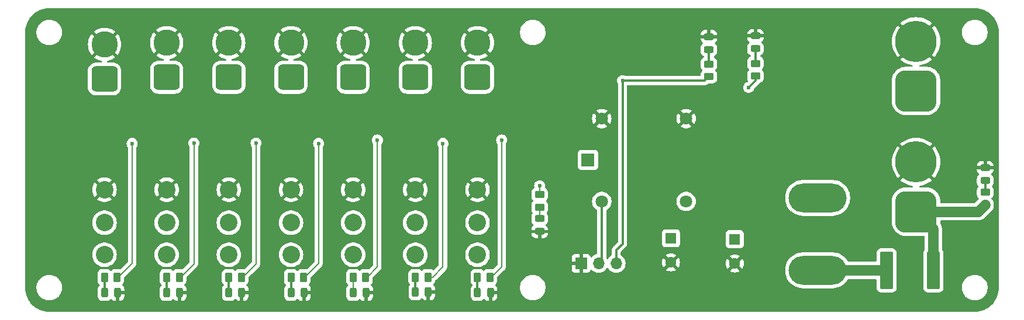
<source format=gbr>
%TF.GenerationSoftware,KiCad,Pcbnew,8.0.8*%
%TF.CreationDate,2025-02-10T21:05:06-08:00*%
%TF.ProjectId,Power_PCB,506f7765-725f-4504-9342-2e6b69636164,rev?*%
%TF.SameCoordinates,Original*%
%TF.FileFunction,Copper,L1,Top*%
%TF.FilePolarity,Positive*%
%FSLAX46Y46*%
G04 Gerber Fmt 4.6, Leading zero omitted, Abs format (unit mm)*
G04 Created by KiCad (PCBNEW 8.0.8) date 2025-02-10 21:05:06*
%MOMM*%
%LPD*%
G01*
G04 APERTURE LIST*
G04 Aperture macros list*
%AMRoundRect*
0 Rectangle with rounded corners*
0 $1 Rounding radius*
0 $2 $3 $4 $5 $6 $7 $8 $9 X,Y pos of 4 corners*
0 Add a 4 corners polygon primitive as box body*
4,1,4,$2,$3,$4,$5,$6,$7,$8,$9,$2,$3,0*
0 Add four circle primitives for the rounded corners*
1,1,$1+$1,$2,$3*
1,1,$1+$1,$4,$5*
1,1,$1+$1,$6,$7*
1,1,$1+$1,$8,$9*
0 Add four rect primitives between the rounded corners*
20,1,$1+$1,$2,$3,$4,$5,0*
20,1,$1+$1,$4,$5,$6,$7,0*
20,1,$1+$1,$6,$7,$8,$9,0*
20,1,$1+$1,$8,$9,$2,$3,0*%
G04 Aperture macros list end*
%TA.AperFunction,ComponentPad*%
%ADD10C,1.600000*%
%TD*%
%TA.AperFunction,ComponentPad*%
%ADD11R,1.600000X1.600000*%
%TD*%
%TA.AperFunction,SMDPad,CuDef*%
%ADD12RoundRect,0.243750X-0.456250X0.243750X-0.456250X-0.243750X0.456250X-0.243750X0.456250X0.243750X0*%
%TD*%
%TA.AperFunction,ComponentPad*%
%ADD13RoundRect,0.760000X1.140000X-1.140000X1.140000X1.140000X-1.140000X1.140000X-1.140000X-1.140000X0*%
%TD*%
%TA.AperFunction,ComponentPad*%
%ADD14C,3.800000*%
%TD*%
%TA.AperFunction,ComponentPad*%
%ADD15RoundRect,1.500000X1.500000X-1.500000X1.500000X1.500000X-1.500000X1.500000X-1.500000X-1.500000X0*%
%TD*%
%TA.AperFunction,ComponentPad*%
%ADD16C,6.000000*%
%TD*%
%TA.AperFunction,ComponentPad*%
%ADD17O,8.400000X4.200000*%
%TD*%
%TA.AperFunction,SMDPad,CuDef*%
%ADD18RoundRect,0.243750X0.243750X0.456250X-0.243750X0.456250X-0.243750X-0.456250X0.243750X-0.456250X0*%
%TD*%
%TA.AperFunction,SMDPad,CuDef*%
%ADD19RoundRect,0.250000X0.262500X0.450000X-0.262500X0.450000X-0.262500X-0.450000X0.262500X-0.450000X0*%
%TD*%
%TA.AperFunction,ComponentPad*%
%ADD20C,2.540000*%
%TD*%
%TA.AperFunction,SMDPad,CuDef*%
%ADD21RoundRect,0.250000X-0.712500X-2.475000X0.712500X-2.475000X0.712500X2.475000X-0.712500X2.475000X0*%
%TD*%
%TA.AperFunction,SMDPad,CuDef*%
%ADD22RoundRect,0.250000X0.450000X-0.262500X0.450000X0.262500X-0.450000X0.262500X-0.450000X-0.262500X0*%
%TD*%
%TA.AperFunction,SMDPad,CuDef*%
%ADD23RoundRect,0.250000X-0.450000X0.262500X-0.450000X-0.262500X0.450000X-0.262500X0.450000X0.262500X0*%
%TD*%
%TA.AperFunction,ComponentPad*%
%ADD24R,1.905000X1.905000*%
%TD*%
%TA.AperFunction,ComponentPad*%
%ADD25C,1.803400*%
%TD*%
%TA.AperFunction,SMDPad,CuDef*%
%ADD26RoundRect,0.243750X0.456250X-0.243750X0.456250X0.243750X-0.456250X0.243750X-0.456250X-0.243750X0*%
%TD*%
%TA.AperFunction,ComponentPad*%
%ADD27R,1.700000X1.700000*%
%TD*%
%TA.AperFunction,ComponentPad*%
%ADD28O,1.700000X1.700000*%
%TD*%
%TA.AperFunction,ViaPad*%
%ADD29C,0.600000*%
%TD*%
%TA.AperFunction,Conductor*%
%ADD30C,0.300000*%
%TD*%
%TA.AperFunction,Conductor*%
%ADD31C,1.500000*%
%TD*%
%TA.AperFunction,Conductor*%
%ADD32C,0.200000*%
%TD*%
G04 APERTURE END LIST*
D10*
%TO.P,C4,2*%
%TO.N,GND*%
X131250000Y-75000000D03*
D11*
%TO.P,C4,1*%
%TO.N,+24V*%
X131250000Y-71500000D03*
%TD*%
D10*
%TO.P,C3,2*%
%TO.N,GND*%
X122000000Y-74847349D03*
D11*
%TO.P,C3,1*%
%TO.N,+24V*%
X122000000Y-71347349D03*
%TD*%
D12*
%TO.P,D2,1,K*%
%TO.N,GND*%
X134250000Y-42000000D03*
%TO.P,D2,2,A*%
%TO.N,Net-(D2-A)*%
X134250000Y-43875000D03*
%TD*%
D13*
%TO.P,J7,1,Pin_1*%
%TO.N,/24V_M1*%
X49000000Y-48000000D03*
D14*
%TO.P,J7,2,Pin_2*%
%TO.N,GND*%
X49000000Y-43000000D03*
%TD*%
D15*
%TO.P,J2,1,Pin_1*%
%TO.N,/24V_MB*%
X157500000Y-67500000D03*
D16*
%TO.P,J2,2,Pin_2*%
%TO.N,GND*%
X157500000Y-60300000D03*
%TD*%
D17*
%TO.P,S1,1*%
%TO.N,Net-(F1-Pad1)*%
X143250000Y-76000000D03*
%TO.P,S1,2*%
%TO.N,+24V*%
X143250000Y-65500000D03*
%TD*%
D18*
%TO.P,D10,1,K*%
%TO.N,GND*%
X59875000Y-79250000D03*
%TO.P,D10,2,A*%
%TO.N,Net-(D10-A)*%
X58000000Y-79250000D03*
%TD*%
D19*
%TO.P,R6,1*%
%TO.N,/24V_M3*%
X68825000Y-77000000D03*
%TO.P,R6,2*%
%TO.N,Net-(D6-A)*%
X67000000Y-77000000D03*
%TD*%
D20*
%TO.P,SW7,1,A*%
%TO.N,GND*%
X85000000Y-64300000D03*
%TO.P,SW7,2,B*%
%TO.N,Net-(SW7-B)*%
X85000000Y-69100000D03*
%TO.P,SW7,3,C*%
%TO.N,+24V_M*%
X85000000Y-73750000D03*
%TD*%
D15*
%TO.P,J1,1,Pin_1*%
%TO.N,Net-(J1-Pin_1)*%
X157500000Y-50000000D03*
D16*
%TO.P,J1,2,Pin_2*%
%TO.N,GND*%
X157500000Y-42800000D03*
%TD*%
D13*
%TO.P,J9,1,Pin_1*%
%TO.N,/24V_M2*%
X58000000Y-48000000D03*
D14*
%TO.P,J9,2,Pin_2*%
%TO.N,GND*%
X58000000Y-43000000D03*
%TD*%
D20*
%TO.P,SW3,1,A*%
%TO.N,GND*%
X94000000Y-64300000D03*
%TO.P,SW3,2,B*%
%TO.N,Net-(SW3-B)*%
X94000000Y-69100000D03*
%TO.P,SW3,3,C*%
%TO.N,+24V_M*%
X94000000Y-73750000D03*
%TD*%
D18*
%TO.P,D7,1,K*%
%TO.N,GND*%
X95875000Y-79250000D03*
%TO.P,D7,2,A*%
%TO.N,Net-(D7-A)*%
X94000000Y-79250000D03*
%TD*%
%TO.P,D5,1,K*%
%TO.N,GND*%
X41875000Y-79250000D03*
%TO.P,D5,2,A*%
%TO.N,Net-(D5-A)*%
X40000000Y-79250000D03*
%TD*%
%TO.P,D6,1,K*%
%TO.N,GND*%
X68875000Y-79250000D03*
%TO.P,D6,2,A*%
%TO.N,Net-(D6-A)*%
X67000000Y-79250000D03*
%TD*%
D12*
%TO.P,D4,1,K*%
%TO.N,GND*%
X127500000Y-42125000D03*
%TO.P,D4,2,A*%
%TO.N,Net-(D4-A)*%
X127500000Y-44000000D03*
%TD*%
D18*
%TO.P,D9,1,K*%
%TO.N,GND*%
X77875000Y-79250000D03*
%TO.P,D9,2,A*%
%TO.N,Net-(D9-A)*%
X76000000Y-79250000D03*
%TD*%
D20*
%TO.P,SW6,1,A*%
%TO.N,GND*%
X58000000Y-64300000D03*
%TO.P,SW6,2,B*%
%TO.N,Net-(SW6-B)*%
X58000000Y-69100000D03*
%TO.P,SW6,3,C*%
%TO.N,+24V_M*%
X58000000Y-73750000D03*
%TD*%
D13*
%TO.P,J8,1,Pin_1*%
%TO.N,/24V_M4*%
X76000000Y-48000000D03*
D14*
%TO.P,J8,2,Pin_2*%
%TO.N,GND*%
X76000000Y-43000000D03*
%TD*%
D20*
%TO.P,SW4,1,A*%
%TO.N,GND*%
X49000000Y-64300000D03*
%TO.P,SW4,2,B*%
%TO.N,Net-(SW4-B)*%
X49000000Y-69100000D03*
%TO.P,SW4,3,C*%
%TO.N,+24V_M*%
X49000000Y-73750000D03*
%TD*%
D13*
%TO.P,J5,1,Pin_1*%
%TO.N,/24V_M3*%
X67000000Y-48000000D03*
D14*
%TO.P,J5,2,Pin_2*%
%TO.N,GND*%
X67000000Y-43000000D03*
%TD*%
D21*
%TO.P,F1,1*%
%TO.N,Net-(F1-Pad1)*%
X153225000Y-76000000D03*
%TO.P,F1,2*%
%TO.N,/24V_MB*%
X160000000Y-76000000D03*
%TD*%
D19*
%TO.P,R5,1*%
%TO.N,/24V_M0*%
X41825000Y-77000000D03*
%TO.P,R5,2*%
%TO.N,Net-(D5-A)*%
X40000000Y-77000000D03*
%TD*%
D22*
%TO.P,R1,1*%
%TO.N,/24V_MB*%
X167500000Y-66500000D03*
%TO.P,R1,2*%
%TO.N,Net-(D1-A)*%
X167500000Y-64675000D03*
%TD*%
D23*
%TO.P,R12,1*%
%TO.N,+24V_M*%
X103000000Y-65025000D03*
%TO.P,R12,2*%
%TO.N,Net-(D12-A)*%
X103000000Y-66850000D03*
%TD*%
D24*
%TO.P,K1,1,1*%
%TO.N,+24V_M*%
X110000004Y-60000001D03*
D25*
%TO.P,K1,2,2*%
%TO.N,/Relay_in*%
X112000000Y-66000000D03*
%TO.P,K1,3,3*%
%TO.N,+24V*%
X124199112Y-66000000D03*
%TO.P,K1,4,4*%
%TO.N,GND*%
X124199112Y-54000002D03*
%TO.P,K1,5,5*%
X112000000Y-54000002D03*
%TD*%
D19*
%TO.P,R8,1*%
%TO.N,/24V_M1*%
X50825000Y-77000000D03*
%TO.P,R8,2*%
%TO.N,Net-(D8-A)*%
X49000000Y-77000000D03*
%TD*%
D20*
%TO.P,SW2,1,A*%
%TO.N,GND*%
X67000000Y-64300000D03*
%TO.P,SW2,2,B*%
%TO.N,Net-(SW2-B)*%
X67000000Y-69100000D03*
%TO.P,SW2,3,C*%
%TO.N,+24V_M*%
X67000000Y-73750000D03*
%TD*%
D13*
%TO.P,J6,1,Pin_1*%
%TO.N,/24V_M6*%
X94000000Y-48000000D03*
D14*
%TO.P,J6,2,Pin_2*%
%TO.N,GND*%
X94000000Y-43000000D03*
%TD*%
D22*
%TO.P,R4,1*%
%TO.N,+3V3*%
X127500000Y-47912500D03*
%TO.P,R4,2*%
%TO.N,Net-(D4-A)*%
X127500000Y-46087500D03*
%TD*%
D12*
%TO.P,D1,1,K*%
%TO.N,GND*%
X167500000Y-61125000D03*
%TO.P,D1,2,A*%
%TO.N,Net-(D1-A)*%
X167500000Y-63000000D03*
%TD*%
D19*
%TO.P,R9,1*%
%TO.N,/24V_M4*%
X77825000Y-77000000D03*
%TO.P,R9,2*%
%TO.N,Net-(D9-A)*%
X76000000Y-77000000D03*
%TD*%
D13*
%TO.P,J4,1,Pin_1*%
%TO.N,/24V_M0*%
X40000000Y-48250000D03*
D14*
%TO.P,J4,2,Pin_2*%
%TO.N,GND*%
X40000000Y-43250000D03*
%TD*%
D19*
%TO.P,R7,1*%
%TO.N,/24V_M6*%
X95825000Y-77000000D03*
%TO.P,R7,2*%
%TO.N,Net-(D7-A)*%
X94000000Y-77000000D03*
%TD*%
D18*
%TO.P,D11,1,K*%
%TO.N,GND*%
X86875000Y-79150000D03*
%TO.P,D11,2,A*%
%TO.N,Net-(D11-A)*%
X85000000Y-79150000D03*
%TD*%
D20*
%TO.P,SW5,1,A*%
%TO.N,GND*%
X76000000Y-64300000D03*
%TO.P,SW5,2,B*%
%TO.N,Net-(SW5-B)*%
X76000000Y-69100000D03*
%TO.P,SW5,3,C*%
%TO.N,+24V_M*%
X76000000Y-73750000D03*
%TD*%
D13*
%TO.P,J10,1,Pin_1*%
%TO.N,/24V_M5*%
X85000000Y-48000000D03*
D14*
%TO.P,J10,2,Pin_2*%
%TO.N,GND*%
X85000000Y-43000000D03*
%TD*%
D20*
%TO.P,SW1,1,A*%
%TO.N,GND*%
X40000000Y-64300000D03*
%TO.P,SW1,2,B*%
%TO.N,Net-(SW1-B)*%
X40000000Y-69100000D03*
%TO.P,SW1,3,C*%
%TO.N,+24V_M*%
X40000000Y-73750000D03*
%TD*%
D22*
%TO.P,R2,1*%
%TO.N,+24V*%
X134250000Y-47825000D03*
%TO.P,R2,2*%
%TO.N,Net-(D2-A)*%
X134250000Y-46000000D03*
%TD*%
D26*
%TO.P,D12,1,K*%
%TO.N,GND*%
X103000000Y-70375000D03*
%TO.P,D12,2,A*%
%TO.N,Net-(D12-A)*%
X103000000Y-68500000D03*
%TD*%
D27*
%TO.P,J3,1,Pin_1*%
%TO.N,GND*%
X109000000Y-75000000D03*
D28*
%TO.P,J3,2,Pin_2*%
%TO.N,/Relay_in*%
X111540000Y-75000000D03*
%TO.P,J3,3,Pin_3*%
%TO.N,+3V3*%
X114080000Y-75000000D03*
%TD*%
D18*
%TO.P,D8,1,K*%
%TO.N,GND*%
X50875000Y-79250000D03*
%TO.P,D8,2,A*%
%TO.N,Net-(D8-A)*%
X49000000Y-79250000D03*
%TD*%
D19*
%TO.P,R10,1*%
%TO.N,/24V_M2*%
X59825000Y-77000000D03*
%TO.P,R10,2*%
%TO.N,Net-(D10-A)*%
X58000000Y-77000000D03*
%TD*%
%TO.P,R11,1*%
%TO.N,/24V_M5*%
X86825000Y-77000000D03*
%TO.P,R11,2*%
%TO.N,Net-(D11-A)*%
X85000000Y-77000000D03*
%TD*%
D29*
%TO.N,GND*%
X103000000Y-48000000D03*
X103000000Y-52500000D03*
X31000000Y-56000000D03*
X53000000Y-46750000D03*
X137750000Y-77750000D03*
X163000000Y-55500000D03*
X75000000Y-57000000D03*
X163000000Y-58000000D03*
X98000000Y-42000000D03*
X165500000Y-53000000D03*
X34000000Y-64000000D03*
X44000000Y-55500000D03*
X130000000Y-77750000D03*
X103000000Y-50250000D03*
X98000000Y-48000000D03*
X34000000Y-52000000D03*
X39000000Y-57000000D03*
X44000000Y-42000000D03*
X134250000Y-40750000D03*
X168000000Y-48000000D03*
X100500000Y-48000000D03*
X44000000Y-46750000D03*
X165500000Y-55500000D03*
X122000000Y-77750000D03*
X163000000Y-48000000D03*
X141000000Y-80250000D03*
X126000000Y-75000000D03*
X168000000Y-55500000D03*
X100500000Y-50250000D03*
X62000000Y-42000000D03*
X62000000Y-46750000D03*
X137750000Y-75000000D03*
X122000000Y-80250000D03*
X31000000Y-68000000D03*
X124000000Y-42000000D03*
X100500000Y-52500000D03*
X126000000Y-80250000D03*
X66000000Y-57000000D03*
X48000000Y-57000000D03*
X31000000Y-64000000D03*
X163000000Y-70000000D03*
X127500000Y-40750000D03*
X165500000Y-58000000D03*
X136000000Y-40500000D03*
X53000000Y-51000000D03*
X71000000Y-42000000D03*
X71000000Y-51000000D03*
X165500000Y-50250000D03*
X71000000Y-46750000D03*
X168000000Y-50250000D03*
X163000000Y-72000000D03*
X117500000Y-47500000D03*
X34000000Y-68000000D03*
X168000000Y-53000000D03*
X98000000Y-50250000D03*
X80000000Y-46750000D03*
X53000000Y-55500000D03*
X44000000Y-51000000D03*
X31000000Y-48000000D03*
X110500000Y-41500000D03*
X163000000Y-50250000D03*
X134000000Y-80250000D03*
X165500000Y-70000000D03*
X134000000Y-77750000D03*
X137750000Y-80250000D03*
X84000000Y-57000000D03*
X168000000Y-58000000D03*
X62000000Y-55500000D03*
X130000000Y-80250000D03*
X57000000Y-57000000D03*
X105500000Y-66000000D03*
X62000000Y-51000000D03*
X126000000Y-77750000D03*
X31000000Y-52000000D03*
X134000000Y-75000000D03*
X156000000Y-74000000D03*
X168000000Y-72000000D03*
X89000000Y-46750000D03*
X31000000Y-60000000D03*
X168000000Y-70000000D03*
X89000000Y-42000000D03*
X80000000Y-51000000D03*
X34000000Y-56000000D03*
X163000000Y-53000000D03*
X93000000Y-57000000D03*
X165500000Y-48000000D03*
X80000000Y-55500000D03*
X165500000Y-72000000D03*
X88750000Y-55500000D03*
X98000000Y-52500000D03*
X34000000Y-60000000D03*
X89000000Y-51000000D03*
X71000000Y-55500000D03*
X31000000Y-71000000D03*
X80000000Y-42000000D03*
X53000000Y-42000000D03*
%TO.N,+24V*%
X133250000Y-49500000D03*
%TO.N,+3V3*%
X115000000Y-48500000D03*
%TO.N,/24V_M6*%
X97500000Y-57112500D03*
%TO.N,/24V_M3*%
X71000000Y-57612500D03*
%TO.N,/24V_M0*%
X44000000Y-57612500D03*
%TO.N,/24V_M1*%
X52943750Y-57556250D03*
%TO.N,/24V_M4*%
X79500000Y-57112500D03*
%TO.N,/24V_M5*%
X89000000Y-57612500D03*
%TO.N,/24V_M2*%
X61943750Y-57556250D03*
%TO.N,+24V_M*%
X103000000Y-63750000D03*
%TD*%
D30*
%TO.N,Net-(D1-A)*%
X167500000Y-63000000D02*
X167500000Y-64675000D01*
%TO.N,GND*%
X127500000Y-40750000D02*
X127500000Y-42125000D01*
X134250000Y-42000000D02*
X134250000Y-40750000D01*
%TO.N,Net-(D2-A)*%
X134250000Y-43875000D02*
X134250000Y-46000000D01*
%TO.N,Net-(D4-A)*%
X127500000Y-46087500D02*
X127500000Y-44000000D01*
%TO.N,Net-(D5-A)*%
X40000000Y-79250000D02*
X40000000Y-77000000D01*
%TO.N,+24V*%
X134250000Y-48500000D02*
X134250000Y-47825000D01*
X133250000Y-49500000D02*
X134250000Y-48500000D01*
D31*
%TO.N,/24V_MB*%
X167500000Y-66500000D02*
X166500000Y-67500000D01*
X166500000Y-67500000D02*
X157500000Y-67500000D01*
X160000000Y-76000000D02*
X160000000Y-70000000D01*
X160000000Y-70000000D02*
X157500000Y-67500000D01*
D30*
%TO.N,+3V3*%
X115000000Y-48500000D02*
X126912500Y-48500000D01*
X114080000Y-73080000D02*
X114080000Y-75000000D01*
X115000000Y-48500000D02*
X115000000Y-72160000D01*
X126912500Y-48500000D02*
X127500000Y-47912500D01*
X115000000Y-72160000D02*
X114080000Y-73080000D01*
%TO.N,Net-(D6-A)*%
X67000000Y-79250000D02*
X67000000Y-77000000D01*
%TO.N,Net-(D7-A)*%
X94000000Y-77000000D02*
X94000000Y-79250000D01*
%TO.N,Net-(D8-A)*%
X49000000Y-79250000D02*
X49000000Y-77000000D01*
D32*
%TO.N,Net-(D9-A)*%
X76000000Y-79250000D02*
X76000000Y-77000000D01*
D30*
%TO.N,Net-(D10-A)*%
X58000000Y-79250000D02*
X58000000Y-77000000D01*
%TO.N,Net-(D11-A)*%
X85000000Y-79150000D02*
X85000000Y-77000000D01*
D32*
%TO.N,Net-(D12-A)*%
X103000000Y-66850000D02*
X103000000Y-68500000D01*
D31*
%TO.N,Net-(F1-Pad1)*%
X153225000Y-76000000D02*
X143250000Y-76000000D01*
D32*
%TO.N,/24V_M6*%
X96000000Y-77000000D02*
X97500000Y-75500000D01*
X95825000Y-77000000D02*
X96000000Y-77000000D01*
X97500000Y-75500000D02*
X97500000Y-57112500D01*
%TO.N,/24V_M3*%
X69000000Y-77000000D02*
X71000000Y-75000000D01*
X71000000Y-75000000D02*
X71000000Y-57612500D01*
X68825000Y-77000000D02*
X69000000Y-77000000D01*
%TO.N,/24V_M0*%
X44000000Y-75000000D02*
X44000000Y-57612500D01*
X41825000Y-77000000D02*
X42000000Y-77000000D01*
X42000000Y-77000000D02*
X44000000Y-75000000D01*
%TO.N,/24V_M1*%
X52943750Y-75056250D02*
X52943750Y-57556250D01*
X50825000Y-77000000D02*
X51000000Y-77000000D01*
X51000000Y-77000000D02*
X52943750Y-75056250D01*
%TO.N,/24V_M4*%
X77825000Y-77000000D02*
X78000000Y-77000000D01*
X78000000Y-77000000D02*
X79500000Y-75500000D01*
X79500000Y-75500000D02*
X79500000Y-57112500D01*
%TO.N,/24V_M5*%
X89000000Y-75500000D02*
X89000000Y-57612500D01*
X87500000Y-77000000D02*
X89000000Y-75500000D01*
X86825000Y-77000000D02*
X87500000Y-77000000D01*
%TO.N,/24V_M2*%
X59825000Y-77000000D02*
X60000000Y-77000000D01*
X60000000Y-77000000D02*
X61943750Y-75056250D01*
X61943750Y-75056250D02*
X61943750Y-57556250D01*
D30*
%TO.N,/Relay_in*%
X112000000Y-74540000D02*
X111540000Y-75000000D01*
X112000000Y-66000000D02*
X112000000Y-74540000D01*
D32*
%TO.N,+24V_M*%
X103000000Y-65025000D02*
X103000000Y-63750000D01*
%TD*%
%TA.AperFunction,Conductor*%
%TO.N,GND*%
G36*
X166003032Y-38000648D02*
G01*
X166336929Y-38017052D01*
X166349037Y-38018245D01*
X166452146Y-38033539D01*
X166676699Y-38066849D01*
X166688617Y-38069219D01*
X167009951Y-38149709D01*
X167021588Y-38153240D01*
X167092806Y-38178722D01*
X167333467Y-38264832D01*
X167344688Y-38269479D01*
X167644163Y-38411120D01*
X167654871Y-38416844D01*
X167938988Y-38587137D01*
X167949106Y-38593897D01*
X168215170Y-38791224D01*
X168224576Y-38798944D01*
X168470013Y-39021395D01*
X168478604Y-39029986D01*
X168665755Y-39236475D01*
X168701055Y-39275423D01*
X168708775Y-39284829D01*
X168906102Y-39550893D01*
X168912862Y-39561011D01*
X169078149Y-39836777D01*
X169083148Y-39845116D01*
X169088883Y-39855844D01*
X169229567Y-40153296D01*
X169230514Y-40155297D01*
X169235170Y-40166540D01*
X169346759Y-40478411D01*
X169350292Y-40490055D01*
X169430777Y-40811369D01*
X169433151Y-40823305D01*
X169481754Y-41150962D01*
X169482947Y-41163071D01*
X169499351Y-41496966D01*
X169499500Y-41503051D01*
X169499500Y-78496948D01*
X169499351Y-78503033D01*
X169482947Y-78836928D01*
X169481754Y-78849037D01*
X169433151Y-79176694D01*
X169430777Y-79188630D01*
X169350292Y-79509944D01*
X169346759Y-79521588D01*
X169235170Y-79833459D01*
X169230514Y-79844702D01*
X169088885Y-80144151D01*
X169083148Y-80154883D01*
X168912862Y-80438988D01*
X168906102Y-80449106D01*
X168708775Y-80715170D01*
X168701055Y-80724576D01*
X168478611Y-80970006D01*
X168470006Y-80978611D01*
X168224576Y-81201055D01*
X168215170Y-81208775D01*
X167949106Y-81406102D01*
X167938988Y-81412862D01*
X167654883Y-81583148D01*
X167644151Y-81588885D01*
X167344702Y-81730514D01*
X167333459Y-81735170D01*
X167021588Y-81846759D01*
X167009944Y-81850292D01*
X166688630Y-81930777D01*
X166676694Y-81933151D01*
X166349037Y-81981754D01*
X166336928Y-81982947D01*
X166021989Y-81998419D01*
X166003031Y-81999351D01*
X165996949Y-81999500D01*
X32003051Y-81999500D01*
X31996968Y-81999351D01*
X31976900Y-81998365D01*
X31663071Y-81982947D01*
X31650962Y-81981754D01*
X31323305Y-81933151D01*
X31311369Y-81930777D01*
X30990055Y-81850292D01*
X30978411Y-81846759D01*
X30666540Y-81735170D01*
X30655301Y-81730515D01*
X30355844Y-81588883D01*
X30345121Y-81583150D01*
X30061011Y-81412862D01*
X30050893Y-81406102D01*
X29784829Y-81208775D01*
X29775423Y-81201055D01*
X29736475Y-81165755D01*
X29529986Y-80978604D01*
X29521395Y-80970013D01*
X29298944Y-80724576D01*
X29291224Y-80715170D01*
X29093897Y-80449106D01*
X29087137Y-80438988D01*
X29054720Y-80384903D01*
X28916844Y-80154871D01*
X28911120Y-80144163D01*
X28769479Y-79844688D01*
X28764829Y-79833459D01*
X28737749Y-79757776D01*
X28692902Y-79632438D01*
X28653240Y-79521588D01*
X28649707Y-79509944D01*
X28569219Y-79188617D01*
X28566848Y-79176694D01*
X28562888Y-79150000D01*
X28525805Y-78900000D01*
X28518245Y-78849037D01*
X28517052Y-78836927D01*
X28514959Y-78794331D01*
X28500649Y-78503032D01*
X28500500Y-78496948D01*
X28500500Y-78378711D01*
X30149500Y-78378711D01*
X30149500Y-78621288D01*
X30178689Y-78843011D01*
X30181162Y-78861789D01*
X30212554Y-78978944D01*
X30243947Y-79096104D01*
X30297545Y-79225500D01*
X30336776Y-79320212D01*
X30458064Y-79530289D01*
X30458066Y-79530292D01*
X30458067Y-79530293D01*
X30605733Y-79722736D01*
X30605739Y-79722743D01*
X30777256Y-79894260D01*
X30777263Y-79894266D01*
X30814623Y-79922933D01*
X30969711Y-80041936D01*
X31179788Y-80163224D01*
X31403900Y-80256054D01*
X31638211Y-80318838D01*
X31799616Y-80340087D01*
X31878711Y-80350500D01*
X31878712Y-80350500D01*
X32121289Y-80350500D01*
X32169388Y-80344167D01*
X32361789Y-80318838D01*
X32596100Y-80256054D01*
X32820212Y-80163224D01*
X33030289Y-80041936D01*
X33222738Y-79894265D01*
X33394265Y-79722738D01*
X33541936Y-79530289D01*
X33663224Y-79320212D01*
X33756054Y-79096100D01*
X33818838Y-78861789D01*
X33850500Y-78621288D01*
X33850500Y-78378712D01*
X33850284Y-78377075D01*
X33837453Y-78279606D01*
X33818838Y-78138211D01*
X33756054Y-77903900D01*
X33663224Y-77679788D01*
X33541936Y-77469711D01*
X33456602Y-77358501D01*
X33394266Y-77277263D01*
X33394260Y-77277256D01*
X33222743Y-77105739D01*
X33222736Y-77105733D01*
X33030293Y-76958067D01*
X33030292Y-76958066D01*
X33030289Y-76958064D01*
X32820212Y-76836776D01*
X32820205Y-76836773D01*
X32596104Y-76743947D01*
X32361785Y-76681161D01*
X32121289Y-76649500D01*
X32121288Y-76649500D01*
X31878712Y-76649500D01*
X31878711Y-76649500D01*
X31638214Y-76681161D01*
X31403895Y-76743947D01*
X31179794Y-76836773D01*
X31179785Y-76836777D01*
X30969706Y-76958067D01*
X30777263Y-77105733D01*
X30777256Y-77105739D01*
X30605739Y-77277256D01*
X30605733Y-77277263D01*
X30458067Y-77469706D01*
X30336777Y-77679785D01*
X30336773Y-77679794D01*
X30243947Y-77903895D01*
X30181161Y-78138214D01*
X30149500Y-78378711D01*
X28500500Y-78378711D01*
X28500500Y-76499983D01*
X38987000Y-76499983D01*
X38987000Y-77500001D01*
X38987001Y-77500019D01*
X38997500Y-77602796D01*
X38997501Y-77602799D01*
X39023012Y-77679785D01*
X39052686Y-77769334D01*
X39135686Y-77903900D01*
X39144789Y-77918657D01*
X39273951Y-78047819D01*
X39271646Y-78050123D01*
X39303688Y-78095234D01*
X39306928Y-78165028D01*
X39274141Y-78223330D01*
X39168471Y-78329000D01*
X39077142Y-78477066D01*
X39077137Y-78477077D01*
X39022413Y-78642223D01*
X39012000Y-78744144D01*
X39012000Y-79755855D01*
X39022413Y-79857776D01*
X39077137Y-80022922D01*
X39077142Y-80022933D01*
X39168471Y-80170999D01*
X39168474Y-80171003D01*
X39291496Y-80294025D01*
X39291500Y-80294028D01*
X39439566Y-80385357D01*
X39439569Y-80385358D01*
X39439575Y-80385362D01*
X39604725Y-80440087D01*
X39706652Y-80450500D01*
X39706657Y-80450500D01*
X40293343Y-80450500D01*
X40293348Y-80450500D01*
X40395275Y-80440087D01*
X40560425Y-80385362D01*
X40708503Y-80294026D01*
X40831526Y-80171003D01*
X40832255Y-80169821D01*
X40832966Y-80169181D01*
X40836007Y-80165336D01*
X40836663Y-80165855D01*
X40884201Y-80123097D01*
X40953164Y-80111873D01*
X41017246Y-80139715D01*
X41039261Y-80165123D01*
X41039388Y-80165023D01*
X41041613Y-80167838D01*
X41043333Y-80169822D01*
X41043865Y-80170685D01*
X41043869Y-80170690D01*
X41166808Y-80293629D01*
X41314785Y-80384903D01*
X41314790Y-80384905D01*
X41479826Y-80439592D01*
X41581684Y-80449999D01*
X41581697Y-80450000D01*
X41625000Y-80450000D01*
X42125000Y-80450000D01*
X42168303Y-80450000D01*
X42168315Y-80449999D01*
X42270173Y-80439592D01*
X42435209Y-80384905D01*
X42435214Y-80384903D01*
X42583191Y-80293629D01*
X42706129Y-80170691D01*
X42797403Y-80022714D01*
X42797405Y-80022709D01*
X42852092Y-79857673D01*
X42862499Y-79755815D01*
X42862500Y-79755802D01*
X42862500Y-79500000D01*
X42125000Y-79500000D01*
X42125000Y-80450000D01*
X41625000Y-80450000D01*
X41625000Y-79374000D01*
X41644685Y-79306961D01*
X41697489Y-79261206D01*
X41749000Y-79250000D01*
X41875000Y-79250000D01*
X41875000Y-79124000D01*
X41894685Y-79056961D01*
X41947489Y-79011206D01*
X41999000Y-79000000D01*
X42862500Y-79000000D01*
X42862500Y-78744197D01*
X42862499Y-78744184D01*
X42852092Y-78642326D01*
X42797405Y-78477290D01*
X42797403Y-78477285D01*
X42706129Y-78329308D01*
X42578083Y-78201262D01*
X42579678Y-78199666D01*
X42545620Y-78151569D01*
X42542480Y-78081770D01*
X42575223Y-78023644D01*
X42680212Y-77918656D01*
X42772314Y-77769334D01*
X42827499Y-77602797D01*
X42838000Y-77500009D01*
X42837999Y-77062595D01*
X42857683Y-76995557D01*
X42874313Y-76974920D01*
X43349250Y-76499983D01*
X47987000Y-76499983D01*
X47987000Y-77500001D01*
X47987001Y-77500019D01*
X47997500Y-77602796D01*
X47997501Y-77602799D01*
X48023012Y-77679785D01*
X48052686Y-77769334D01*
X48135686Y-77903900D01*
X48144789Y-77918657D01*
X48273951Y-78047819D01*
X48271646Y-78050123D01*
X48303688Y-78095234D01*
X48306928Y-78165028D01*
X48274141Y-78223330D01*
X48168471Y-78329000D01*
X48077142Y-78477066D01*
X48077137Y-78477077D01*
X48022413Y-78642223D01*
X48012000Y-78744144D01*
X48012000Y-79755855D01*
X48022413Y-79857776D01*
X48077137Y-80022922D01*
X48077142Y-80022933D01*
X48168471Y-80170999D01*
X48168474Y-80171003D01*
X48291496Y-80294025D01*
X48291500Y-80294028D01*
X48439566Y-80385357D01*
X48439569Y-80385358D01*
X48439575Y-80385362D01*
X48604725Y-80440087D01*
X48706652Y-80450500D01*
X48706657Y-80450500D01*
X49293343Y-80450500D01*
X49293348Y-80450500D01*
X49395275Y-80440087D01*
X49560425Y-80385362D01*
X49708503Y-80294026D01*
X49831526Y-80171003D01*
X49832255Y-80169821D01*
X49832966Y-80169181D01*
X49836007Y-80165336D01*
X49836663Y-80165855D01*
X49884201Y-80123097D01*
X49953164Y-80111873D01*
X50017246Y-80139715D01*
X50039261Y-80165123D01*
X50039388Y-80165023D01*
X50041613Y-80167838D01*
X50043333Y-80169822D01*
X50043865Y-80170685D01*
X50043869Y-80170690D01*
X50166808Y-80293629D01*
X50314785Y-80384903D01*
X50314790Y-80384905D01*
X50479826Y-80439592D01*
X50581684Y-80449999D01*
X50581697Y-80450000D01*
X50625000Y-80450000D01*
X51125000Y-80450000D01*
X51168303Y-80450000D01*
X51168315Y-80449999D01*
X51270173Y-80439592D01*
X51435209Y-80384905D01*
X51435214Y-80384903D01*
X51583191Y-80293629D01*
X51706129Y-80170691D01*
X51797403Y-80022714D01*
X51797405Y-80022709D01*
X51852092Y-79857673D01*
X51862499Y-79755815D01*
X51862500Y-79755802D01*
X51862500Y-79500000D01*
X51125000Y-79500000D01*
X51125000Y-80450000D01*
X50625000Y-80450000D01*
X50625000Y-79374000D01*
X50644685Y-79306961D01*
X50697489Y-79261206D01*
X50749000Y-79250000D01*
X50875000Y-79250000D01*
X50875000Y-79124000D01*
X50894685Y-79056961D01*
X50947489Y-79011206D01*
X50999000Y-79000000D01*
X51862500Y-79000000D01*
X51862500Y-78744197D01*
X51862499Y-78744184D01*
X51852092Y-78642326D01*
X51797405Y-78477290D01*
X51797403Y-78477285D01*
X51706129Y-78329308D01*
X51578083Y-78201262D01*
X51579678Y-78199666D01*
X51545620Y-78151569D01*
X51542480Y-78081770D01*
X51575223Y-78023644D01*
X51680212Y-77918656D01*
X51772314Y-77769334D01*
X51827499Y-77602797D01*
X51838000Y-77500009D01*
X51837999Y-77062595D01*
X51857683Y-76995557D01*
X51874313Y-76974920D01*
X52349251Y-76499983D01*
X56987000Y-76499983D01*
X56987000Y-77500001D01*
X56987001Y-77500019D01*
X56997500Y-77602796D01*
X56997501Y-77602799D01*
X57023012Y-77679785D01*
X57052686Y-77769334D01*
X57135686Y-77903900D01*
X57144789Y-77918657D01*
X57273951Y-78047819D01*
X57271646Y-78050123D01*
X57303688Y-78095234D01*
X57306928Y-78165028D01*
X57274141Y-78223330D01*
X57168471Y-78329000D01*
X57077142Y-78477066D01*
X57077137Y-78477077D01*
X57022413Y-78642223D01*
X57012000Y-78744144D01*
X57012000Y-79755855D01*
X57022413Y-79857776D01*
X57077137Y-80022922D01*
X57077142Y-80022933D01*
X57168471Y-80170999D01*
X57168474Y-80171003D01*
X57291496Y-80294025D01*
X57291500Y-80294028D01*
X57439566Y-80385357D01*
X57439569Y-80385358D01*
X57439575Y-80385362D01*
X57604725Y-80440087D01*
X57706652Y-80450500D01*
X57706657Y-80450500D01*
X58293343Y-80450500D01*
X58293348Y-80450500D01*
X58395275Y-80440087D01*
X58560425Y-80385362D01*
X58708503Y-80294026D01*
X58831526Y-80171003D01*
X58832255Y-80169821D01*
X58832966Y-80169181D01*
X58836007Y-80165336D01*
X58836663Y-80165855D01*
X58884201Y-80123097D01*
X58953164Y-80111873D01*
X59017246Y-80139715D01*
X59039261Y-80165123D01*
X59039388Y-80165023D01*
X59041613Y-80167838D01*
X59043333Y-80169822D01*
X59043865Y-80170685D01*
X59043869Y-80170690D01*
X59166808Y-80293629D01*
X59314785Y-80384903D01*
X59314790Y-80384905D01*
X59479826Y-80439592D01*
X59581684Y-80449999D01*
X59581697Y-80450000D01*
X59625000Y-80450000D01*
X60125000Y-80450000D01*
X60168303Y-80450000D01*
X60168315Y-80449999D01*
X60270173Y-80439592D01*
X60435209Y-80384905D01*
X60435214Y-80384903D01*
X60583191Y-80293629D01*
X60706129Y-80170691D01*
X60797403Y-80022714D01*
X60797405Y-80022709D01*
X60852092Y-79857673D01*
X60862499Y-79755815D01*
X60862500Y-79755802D01*
X60862500Y-79500000D01*
X60125000Y-79500000D01*
X60125000Y-80450000D01*
X59625000Y-80450000D01*
X59625000Y-79374000D01*
X59644685Y-79306961D01*
X59697489Y-79261206D01*
X59749000Y-79250000D01*
X59875000Y-79250000D01*
X59875000Y-79124000D01*
X59894685Y-79056961D01*
X59947489Y-79011206D01*
X59999000Y-79000000D01*
X60862500Y-79000000D01*
X60862500Y-78744197D01*
X60862499Y-78744184D01*
X60852092Y-78642326D01*
X60797405Y-78477290D01*
X60797403Y-78477285D01*
X60706129Y-78329308D01*
X60578083Y-78201262D01*
X60579678Y-78199666D01*
X60545620Y-78151569D01*
X60542480Y-78081770D01*
X60575223Y-78023644D01*
X60680212Y-77918656D01*
X60772314Y-77769334D01*
X60827499Y-77602797D01*
X60838000Y-77500009D01*
X60837999Y-77062595D01*
X60857683Y-76995557D01*
X60874313Y-76974920D01*
X61349251Y-76499983D01*
X65987000Y-76499983D01*
X65987000Y-77500001D01*
X65987001Y-77500019D01*
X65997500Y-77602796D01*
X65997501Y-77602799D01*
X66023012Y-77679785D01*
X66052686Y-77769334D01*
X66135686Y-77903900D01*
X66144789Y-77918657D01*
X66273951Y-78047819D01*
X66271646Y-78050123D01*
X66303688Y-78095234D01*
X66306928Y-78165028D01*
X66274141Y-78223330D01*
X66168471Y-78329000D01*
X66077142Y-78477066D01*
X66077137Y-78477077D01*
X66022413Y-78642223D01*
X66012000Y-78744144D01*
X66012000Y-79755855D01*
X66022413Y-79857776D01*
X66077137Y-80022922D01*
X66077142Y-80022933D01*
X66168471Y-80170999D01*
X66168474Y-80171003D01*
X66291496Y-80294025D01*
X66291500Y-80294028D01*
X66439566Y-80385357D01*
X66439569Y-80385358D01*
X66439575Y-80385362D01*
X66604725Y-80440087D01*
X66706652Y-80450500D01*
X66706657Y-80450500D01*
X67293343Y-80450500D01*
X67293348Y-80450500D01*
X67395275Y-80440087D01*
X67560425Y-80385362D01*
X67708503Y-80294026D01*
X67831526Y-80171003D01*
X67832255Y-80169821D01*
X67832966Y-80169181D01*
X67836007Y-80165336D01*
X67836663Y-80165855D01*
X67884201Y-80123097D01*
X67953164Y-80111873D01*
X68017246Y-80139715D01*
X68039261Y-80165123D01*
X68039388Y-80165023D01*
X68041613Y-80167838D01*
X68043333Y-80169822D01*
X68043865Y-80170685D01*
X68043869Y-80170690D01*
X68166808Y-80293629D01*
X68314785Y-80384903D01*
X68314790Y-80384905D01*
X68479826Y-80439592D01*
X68581684Y-80449999D01*
X68581697Y-80450000D01*
X68625000Y-80450000D01*
X69125000Y-80450000D01*
X69168303Y-80450000D01*
X69168315Y-80449999D01*
X69270173Y-80439592D01*
X69435209Y-80384905D01*
X69435214Y-80384903D01*
X69583191Y-80293629D01*
X69706129Y-80170691D01*
X69797403Y-80022714D01*
X69797405Y-80022709D01*
X69852092Y-79857673D01*
X69862499Y-79755815D01*
X69862500Y-79755802D01*
X69862500Y-79500000D01*
X69125000Y-79500000D01*
X69125000Y-80450000D01*
X68625000Y-80450000D01*
X68625000Y-79374000D01*
X68644685Y-79306961D01*
X68697489Y-79261206D01*
X68749000Y-79250000D01*
X68875000Y-79250000D01*
X68875000Y-79124000D01*
X68894685Y-79056961D01*
X68947489Y-79011206D01*
X68999000Y-79000000D01*
X69862500Y-79000000D01*
X69862500Y-78744197D01*
X69862499Y-78744184D01*
X69852092Y-78642326D01*
X69797405Y-78477290D01*
X69797403Y-78477285D01*
X69706129Y-78329308D01*
X69578083Y-78201262D01*
X69579678Y-78199666D01*
X69545620Y-78151569D01*
X69542480Y-78081770D01*
X69575223Y-78023644D01*
X69680212Y-77918656D01*
X69772314Y-77769334D01*
X69827499Y-77602797D01*
X69838000Y-77500009D01*
X69837999Y-77062595D01*
X69857683Y-76995557D01*
X69874313Y-76974920D01*
X70349250Y-76499983D01*
X74987000Y-76499983D01*
X74987000Y-77500001D01*
X74987001Y-77500019D01*
X74997500Y-77602796D01*
X74997501Y-77602799D01*
X75023012Y-77679785D01*
X75052686Y-77769334D01*
X75135686Y-77903900D01*
X75144789Y-77918657D01*
X75273951Y-78047819D01*
X75271684Y-78050085D01*
X75303791Y-78095536D01*
X75306851Y-78165339D01*
X75274140Y-78223329D01*
X75168474Y-78328996D01*
X75168471Y-78329000D01*
X75077142Y-78477066D01*
X75077137Y-78477077D01*
X75022413Y-78642223D01*
X75012000Y-78744144D01*
X75012000Y-79755855D01*
X75022413Y-79857776D01*
X75077137Y-80022922D01*
X75077142Y-80022933D01*
X75168471Y-80170999D01*
X75168474Y-80171003D01*
X75291496Y-80294025D01*
X75291500Y-80294028D01*
X75439566Y-80385357D01*
X75439569Y-80385358D01*
X75439575Y-80385362D01*
X75604725Y-80440087D01*
X75706652Y-80450500D01*
X75706657Y-80450500D01*
X76293343Y-80450500D01*
X76293348Y-80450500D01*
X76395275Y-80440087D01*
X76560425Y-80385362D01*
X76708503Y-80294026D01*
X76831526Y-80171003D01*
X76832255Y-80169821D01*
X76832966Y-80169181D01*
X76836007Y-80165336D01*
X76836663Y-80165855D01*
X76884201Y-80123097D01*
X76953164Y-80111873D01*
X77017246Y-80139715D01*
X77039261Y-80165123D01*
X77039388Y-80165023D01*
X77041613Y-80167838D01*
X77043333Y-80169822D01*
X77043865Y-80170685D01*
X77043869Y-80170690D01*
X77166808Y-80293629D01*
X77314785Y-80384903D01*
X77314790Y-80384905D01*
X77479826Y-80439592D01*
X77581684Y-80449999D01*
X77581697Y-80450000D01*
X77625000Y-80450000D01*
X78125000Y-80450000D01*
X78168303Y-80450000D01*
X78168315Y-80449999D01*
X78270173Y-80439592D01*
X78435209Y-80384905D01*
X78435214Y-80384903D01*
X78583191Y-80293629D01*
X78706129Y-80170691D01*
X78797403Y-80022714D01*
X78797405Y-80022709D01*
X78852092Y-79857673D01*
X78862499Y-79755815D01*
X78862500Y-79755802D01*
X78862500Y-79500000D01*
X78125000Y-79500000D01*
X78125000Y-80450000D01*
X77625000Y-80450000D01*
X77625000Y-79374000D01*
X77644685Y-79306961D01*
X77697489Y-79261206D01*
X77749000Y-79250000D01*
X77875000Y-79250000D01*
X77875000Y-79124000D01*
X77894685Y-79056961D01*
X77947489Y-79011206D01*
X77999000Y-79000000D01*
X78862500Y-79000000D01*
X78862500Y-78744197D01*
X78862499Y-78744184D01*
X78852092Y-78642326D01*
X78797405Y-78477290D01*
X78797403Y-78477285D01*
X78706129Y-78329308D01*
X78578083Y-78201262D01*
X78579678Y-78199666D01*
X78545620Y-78151569D01*
X78542480Y-78081770D01*
X78575223Y-78023644D01*
X78680212Y-77918656D01*
X78772314Y-77769334D01*
X78827499Y-77602797D01*
X78838000Y-77500009D01*
X78837999Y-77062595D01*
X78857683Y-76995557D01*
X78874313Y-76974920D01*
X79349250Y-76499983D01*
X83987000Y-76499983D01*
X83987000Y-77500001D01*
X83987001Y-77500019D01*
X83997500Y-77602796D01*
X83997501Y-77602799D01*
X84023012Y-77679785D01*
X84052686Y-77769334D01*
X84135686Y-77903900D01*
X84144789Y-77918657D01*
X84224120Y-77997988D01*
X84257605Y-78059311D01*
X84252621Y-78129003D01*
X84224121Y-78173350D01*
X84168471Y-78229000D01*
X84077142Y-78377066D01*
X84077137Y-78377077D01*
X84022413Y-78542223D01*
X84012000Y-78644144D01*
X84012000Y-79655855D01*
X84022413Y-79757776D01*
X84077137Y-79922922D01*
X84077142Y-79922933D01*
X84168471Y-80070999D01*
X84168474Y-80071003D01*
X84291496Y-80194025D01*
X84291500Y-80194028D01*
X84439566Y-80285357D01*
X84439569Y-80285358D01*
X84439575Y-80285362D01*
X84604725Y-80340087D01*
X84706652Y-80350500D01*
X84706657Y-80350500D01*
X85293343Y-80350500D01*
X85293348Y-80350500D01*
X85395275Y-80340087D01*
X85560425Y-80285362D01*
X85708503Y-80194026D01*
X85831526Y-80071003D01*
X85832255Y-80069821D01*
X85832966Y-80069181D01*
X85836007Y-80065336D01*
X85836663Y-80065855D01*
X85884201Y-80023097D01*
X85953164Y-80011873D01*
X86017246Y-80039715D01*
X86039261Y-80065123D01*
X86039388Y-80065023D01*
X86041613Y-80067838D01*
X86043333Y-80069822D01*
X86043865Y-80070685D01*
X86043869Y-80070690D01*
X86166808Y-80193629D01*
X86314785Y-80284903D01*
X86314790Y-80284905D01*
X86479826Y-80339592D01*
X86581684Y-80349999D01*
X86581697Y-80350000D01*
X86625000Y-80350000D01*
X87125000Y-80350000D01*
X87168303Y-80350000D01*
X87168315Y-80349999D01*
X87270173Y-80339592D01*
X87435209Y-80284905D01*
X87435214Y-80284903D01*
X87583191Y-80193629D01*
X87706129Y-80070691D01*
X87797403Y-79922714D01*
X87797405Y-79922709D01*
X87852092Y-79757673D01*
X87862499Y-79655815D01*
X87862500Y-79655802D01*
X87862500Y-79400000D01*
X87125000Y-79400000D01*
X87125000Y-80350000D01*
X86625000Y-80350000D01*
X86625000Y-79274000D01*
X86644685Y-79206961D01*
X86697489Y-79161206D01*
X86749000Y-79150000D01*
X86875000Y-79150000D01*
X86875000Y-79024000D01*
X86894685Y-78956961D01*
X86947489Y-78911206D01*
X86999000Y-78900000D01*
X87862500Y-78900000D01*
X87862500Y-78644197D01*
X87862499Y-78644184D01*
X87852092Y-78542326D01*
X87797405Y-78377290D01*
X87797403Y-78377285D01*
X87706129Y-78229308D01*
X87625525Y-78148704D01*
X87592040Y-78087381D01*
X87597024Y-78017689D01*
X87625521Y-77973346D01*
X87680212Y-77918656D01*
X87772314Y-77769334D01*
X87827499Y-77602797D01*
X87832239Y-77556398D01*
X87858635Y-77491707D01*
X87867916Y-77481320D01*
X87879530Y-77469706D01*
X87980520Y-77368716D01*
X87980520Y-77368714D01*
X87990724Y-77358511D01*
X87990728Y-77358506D01*
X88849251Y-76499983D01*
X92987000Y-76499983D01*
X92987000Y-77500001D01*
X92987001Y-77500019D01*
X92997500Y-77602796D01*
X92997501Y-77602799D01*
X93023012Y-77679785D01*
X93052686Y-77769334D01*
X93135686Y-77903900D01*
X93144789Y-77918657D01*
X93273951Y-78047819D01*
X93271646Y-78050123D01*
X93303688Y-78095234D01*
X93306928Y-78165028D01*
X93274141Y-78223330D01*
X93168471Y-78329000D01*
X93077142Y-78477066D01*
X93077137Y-78477077D01*
X93022413Y-78642223D01*
X93012000Y-78744144D01*
X93012000Y-79755855D01*
X93022413Y-79857776D01*
X93077137Y-80022922D01*
X93077142Y-80022933D01*
X93168471Y-80170999D01*
X93168474Y-80171003D01*
X93291496Y-80294025D01*
X93291500Y-80294028D01*
X93439566Y-80385357D01*
X93439569Y-80385358D01*
X93439575Y-80385362D01*
X93604725Y-80440087D01*
X93706652Y-80450500D01*
X93706657Y-80450500D01*
X94293343Y-80450500D01*
X94293348Y-80450500D01*
X94395275Y-80440087D01*
X94560425Y-80385362D01*
X94708503Y-80294026D01*
X94831526Y-80171003D01*
X94832255Y-80169821D01*
X94832966Y-80169181D01*
X94836007Y-80165336D01*
X94836663Y-80165855D01*
X94884201Y-80123097D01*
X94953164Y-80111873D01*
X95017246Y-80139715D01*
X95039261Y-80165123D01*
X95039388Y-80165023D01*
X95041613Y-80167838D01*
X95043333Y-80169822D01*
X95043865Y-80170685D01*
X95043869Y-80170690D01*
X95166808Y-80293629D01*
X95314785Y-80384903D01*
X95314790Y-80384905D01*
X95479826Y-80439592D01*
X95581684Y-80449999D01*
X95581697Y-80450000D01*
X95625000Y-80450000D01*
X96125000Y-80450000D01*
X96168303Y-80450000D01*
X96168315Y-80449999D01*
X96270173Y-80439592D01*
X96435209Y-80384905D01*
X96435214Y-80384903D01*
X96583191Y-80293629D01*
X96706129Y-80170691D01*
X96797403Y-80022714D01*
X96797405Y-80022709D01*
X96852092Y-79857673D01*
X96862499Y-79755815D01*
X96862500Y-79755802D01*
X96862500Y-79500000D01*
X96125000Y-79500000D01*
X96125000Y-80450000D01*
X95625000Y-80450000D01*
X95625000Y-79374000D01*
X95644685Y-79306961D01*
X95697489Y-79261206D01*
X95749000Y-79250000D01*
X95875000Y-79250000D01*
X95875000Y-79124000D01*
X95894685Y-79056961D01*
X95947489Y-79011206D01*
X95999000Y-79000000D01*
X96862500Y-79000000D01*
X96862500Y-78744197D01*
X96862499Y-78744184D01*
X96852092Y-78642326D01*
X96797405Y-78477290D01*
X96797403Y-78477285D01*
X96736601Y-78378711D01*
X100149500Y-78378711D01*
X100149500Y-78621288D01*
X100178689Y-78843011D01*
X100181162Y-78861789D01*
X100212554Y-78978944D01*
X100243947Y-79096104D01*
X100297545Y-79225500D01*
X100336776Y-79320212D01*
X100458064Y-79530289D01*
X100458066Y-79530292D01*
X100458067Y-79530293D01*
X100605733Y-79722736D01*
X100605739Y-79722743D01*
X100777256Y-79894260D01*
X100777263Y-79894266D01*
X100814623Y-79922933D01*
X100969711Y-80041936D01*
X101179788Y-80163224D01*
X101403900Y-80256054D01*
X101638211Y-80318838D01*
X101799616Y-80340087D01*
X101878711Y-80350500D01*
X101878712Y-80350500D01*
X102121289Y-80350500D01*
X102169388Y-80344167D01*
X102361789Y-80318838D01*
X102596100Y-80256054D01*
X102820212Y-80163224D01*
X103030289Y-80041936D01*
X103222738Y-79894265D01*
X103394265Y-79722738D01*
X103541936Y-79530289D01*
X103663224Y-79320212D01*
X103756054Y-79096100D01*
X103818838Y-78861789D01*
X103850500Y-78621288D01*
X103850500Y-78378712D01*
X103850284Y-78377075D01*
X103837453Y-78279606D01*
X103818838Y-78138211D01*
X103756054Y-77903900D01*
X103663224Y-77679788D01*
X103541936Y-77469711D01*
X103456602Y-77358501D01*
X103394266Y-77277263D01*
X103394260Y-77277256D01*
X103222743Y-77105739D01*
X103222736Y-77105733D01*
X103030293Y-76958067D01*
X103030292Y-76958066D01*
X103030289Y-76958064D01*
X102820212Y-76836776D01*
X102820205Y-76836773D01*
X102596104Y-76743947D01*
X102361785Y-76681161D01*
X102121289Y-76649500D01*
X102121288Y-76649500D01*
X101878712Y-76649500D01*
X101878711Y-76649500D01*
X101638214Y-76681161D01*
X101403895Y-76743947D01*
X101179794Y-76836773D01*
X101179785Y-76836777D01*
X100969706Y-76958067D01*
X100777263Y-77105733D01*
X100777256Y-77105739D01*
X100605739Y-77277256D01*
X100605733Y-77277263D01*
X100458067Y-77469706D01*
X100336777Y-77679785D01*
X100336773Y-77679794D01*
X100243947Y-77903895D01*
X100181161Y-78138214D01*
X100149500Y-78378711D01*
X96736601Y-78378711D01*
X96706129Y-78329308D01*
X96578083Y-78201262D01*
X96579678Y-78199666D01*
X96545620Y-78151569D01*
X96542480Y-78081770D01*
X96575223Y-78023644D01*
X96680212Y-77918656D01*
X96772314Y-77769334D01*
X96827499Y-77602797D01*
X96838000Y-77500009D01*
X96837999Y-77062595D01*
X96857683Y-76995557D01*
X96874313Y-76974920D01*
X97858506Y-75990728D01*
X97858511Y-75990724D01*
X97868714Y-75980520D01*
X97868716Y-75980520D01*
X97980520Y-75868716D01*
X98059577Y-75731784D01*
X98090648Y-75615827D01*
X98100500Y-75579058D01*
X98100500Y-75420943D01*
X98100500Y-74102155D01*
X107650000Y-74102155D01*
X107650000Y-74750000D01*
X108566988Y-74750000D01*
X108534075Y-74807007D01*
X108500000Y-74934174D01*
X108500000Y-75065826D01*
X108534075Y-75192993D01*
X108566988Y-75250000D01*
X107650000Y-75250000D01*
X107650000Y-75897844D01*
X107656401Y-75957372D01*
X107656403Y-75957379D01*
X107706645Y-76092086D01*
X107706649Y-76092093D01*
X107792809Y-76207187D01*
X107792812Y-76207190D01*
X107907906Y-76293350D01*
X107907913Y-76293354D01*
X108042620Y-76343596D01*
X108042627Y-76343598D01*
X108102155Y-76349999D01*
X108102172Y-76350000D01*
X108750000Y-76350000D01*
X108750000Y-75433012D01*
X108807007Y-75465925D01*
X108934174Y-75500000D01*
X109065826Y-75500000D01*
X109192993Y-75465925D01*
X109250000Y-75433012D01*
X109250000Y-76350000D01*
X109897828Y-76350000D01*
X109897844Y-76349999D01*
X109957372Y-76343598D01*
X109957379Y-76343596D01*
X110092086Y-76293354D01*
X110092093Y-76293350D01*
X110207187Y-76207190D01*
X110207190Y-76207187D01*
X110293350Y-76092093D01*
X110293354Y-76092086D01*
X110342422Y-75960529D01*
X110384293Y-75904595D01*
X110449757Y-75880178D01*
X110518030Y-75895030D01*
X110546285Y-75916181D01*
X110668599Y-76038495D01*
X110745135Y-76092086D01*
X110862165Y-76174032D01*
X110862167Y-76174033D01*
X110862170Y-76174035D01*
X111076337Y-76273903D01*
X111304592Y-76335063D01*
X111475319Y-76350000D01*
X111539999Y-76355659D01*
X111540000Y-76355659D01*
X111540001Y-76355659D01*
X111604681Y-76350000D01*
X111775408Y-76335063D01*
X112003663Y-76273903D01*
X112217830Y-76174035D01*
X112411401Y-76038495D01*
X112578495Y-75871401D01*
X112708425Y-75685842D01*
X112763002Y-75642217D01*
X112832500Y-75635023D01*
X112894855Y-75666546D01*
X112911575Y-75685842D01*
X113041500Y-75871395D01*
X113041505Y-75871401D01*
X113208599Y-76038495D01*
X113285135Y-76092086D01*
X113402165Y-76174032D01*
X113402167Y-76174033D01*
X113402170Y-76174035D01*
X113616337Y-76273903D01*
X113844592Y-76335063D01*
X114015319Y-76350000D01*
X114079999Y-76355659D01*
X114080000Y-76355659D01*
X114080001Y-76355659D01*
X114144681Y-76350000D01*
X114315408Y-76335063D01*
X114543663Y-76273903D01*
X114757830Y-76174035D01*
X114951401Y-76038495D01*
X115118495Y-75871401D01*
X115254035Y-75677830D01*
X115353903Y-75463663D01*
X115415063Y-75235408D01*
X115435659Y-75000000D01*
X115431951Y-74957624D01*
X115426911Y-74900010D01*
X115422303Y-74847346D01*
X120695034Y-74847346D01*
X120695034Y-74847351D01*
X120714858Y-75073948D01*
X120714860Y-75073959D01*
X120773730Y-75293666D01*
X120773735Y-75293680D01*
X120869863Y-75499827D01*
X120920974Y-75572821D01*
X121600000Y-74893795D01*
X121600000Y-74900010D01*
X121627259Y-75001743D01*
X121679920Y-75092955D01*
X121754394Y-75167429D01*
X121845606Y-75220090D01*
X121947339Y-75247349D01*
X121953553Y-75247349D01*
X121274526Y-75926374D01*
X121347513Y-75977481D01*
X121347521Y-75977485D01*
X121553668Y-76073613D01*
X121553682Y-76073618D01*
X121773389Y-76132488D01*
X121773400Y-76132490D01*
X121999998Y-76152315D01*
X122000002Y-76152315D01*
X122226599Y-76132490D01*
X122226610Y-76132488D01*
X122446317Y-76073618D01*
X122446331Y-76073613D01*
X122652478Y-75977485D01*
X122725471Y-75926373D01*
X122046447Y-75247349D01*
X122052661Y-75247349D01*
X122154394Y-75220090D01*
X122245606Y-75167429D01*
X122320080Y-75092955D01*
X122372741Y-75001743D01*
X122400000Y-74900010D01*
X122400000Y-74893796D01*
X123079024Y-75572820D01*
X123130136Y-75499827D01*
X123226264Y-75293680D01*
X123226269Y-75293666D01*
X123285139Y-75073959D01*
X123285141Y-75073948D01*
X123291611Y-74999997D01*
X129945034Y-74999997D01*
X129945034Y-75000002D01*
X129964858Y-75226599D01*
X129964860Y-75226610D01*
X130023730Y-75446317D01*
X130023735Y-75446331D01*
X130119863Y-75652478D01*
X130170974Y-75725472D01*
X130850000Y-75046446D01*
X130850000Y-75052661D01*
X130877259Y-75154394D01*
X130929920Y-75245606D01*
X131004394Y-75320080D01*
X131095606Y-75372741D01*
X131197339Y-75400000D01*
X131203553Y-75400000D01*
X130524526Y-76079025D01*
X130597513Y-76130132D01*
X130597521Y-76130136D01*
X130803668Y-76226264D01*
X130803682Y-76226269D01*
X131023389Y-76285139D01*
X131023400Y-76285141D01*
X131249998Y-76304966D01*
X131250002Y-76304966D01*
X131476599Y-76285141D01*
X131476610Y-76285139D01*
X131696317Y-76226269D01*
X131696331Y-76226264D01*
X131902478Y-76130136D01*
X131975471Y-76079024D01*
X131750399Y-75853952D01*
X138549500Y-75853952D01*
X138549500Y-76146047D01*
X138582199Y-76436271D01*
X138582202Y-76436285D01*
X138647196Y-76721044D01*
X138647197Y-76721046D01*
X138743665Y-76996738D01*
X138870393Y-77259890D01*
X138870395Y-77259893D01*
X139025792Y-77507206D01*
X139207902Y-77735565D01*
X139414435Y-77942098D01*
X139642794Y-78124208D01*
X139890107Y-78279605D01*
X140153263Y-78406335D01*
X140428955Y-78502803D01*
X140713714Y-78567798D01*
X140713723Y-78567799D01*
X140713728Y-78567800D01*
X140907210Y-78589599D01*
X141003953Y-78600499D01*
X141003956Y-78600500D01*
X141003959Y-78600500D01*
X145496044Y-78600500D01*
X145496045Y-78600499D01*
X145644371Y-78583787D01*
X145786271Y-78567800D01*
X145786274Y-78567799D01*
X145786286Y-78567798D01*
X146071045Y-78502803D01*
X146346737Y-78406335D01*
X146609893Y-78279605D01*
X146857206Y-78124208D01*
X147085565Y-77942098D01*
X147292098Y-77735565D01*
X147474208Y-77507206D01*
X147599046Y-77308526D01*
X147651379Y-77262237D01*
X147704039Y-77250500D01*
X151638001Y-77250500D01*
X151705040Y-77270185D01*
X151750795Y-77322989D01*
X151762001Y-77374500D01*
X151762001Y-78525018D01*
X151772500Y-78627796D01*
X151772501Y-78627799D01*
X151811057Y-78744152D01*
X151827686Y-78794334D01*
X151919788Y-78943656D01*
X152043844Y-79067712D01*
X152193166Y-79159814D01*
X152359703Y-79214999D01*
X152462491Y-79225500D01*
X153987508Y-79225499D01*
X154090297Y-79214999D01*
X154256834Y-79159814D01*
X154406156Y-79067712D01*
X154530212Y-78943656D01*
X154622314Y-78794334D01*
X154677499Y-78627797D01*
X154688000Y-78525009D01*
X154687999Y-73474992D01*
X154677499Y-73372203D01*
X154622314Y-73205666D01*
X154530212Y-73056344D01*
X154406156Y-72932288D01*
X154256834Y-72840186D01*
X154090297Y-72785001D01*
X154090295Y-72785000D01*
X153987510Y-72774500D01*
X152462498Y-72774500D01*
X152462481Y-72774501D01*
X152359703Y-72785000D01*
X152359700Y-72785001D01*
X152193168Y-72840185D01*
X152193163Y-72840187D01*
X152043842Y-72932289D01*
X151919789Y-73056342D01*
X151827687Y-73205663D01*
X151827685Y-73205668D01*
X151799849Y-73289670D01*
X151772501Y-73372203D01*
X151772501Y-73372204D01*
X151772500Y-73372204D01*
X151762000Y-73474983D01*
X151762000Y-74625500D01*
X151742315Y-74692539D01*
X151689511Y-74738294D01*
X151638000Y-74749500D01*
X147704039Y-74749500D01*
X147637000Y-74729815D01*
X147599046Y-74691473D01*
X147474208Y-74492794D01*
X147292098Y-74264435D01*
X147085565Y-74057902D01*
X147031283Y-74014614D01*
X146964684Y-73961503D01*
X146857206Y-73875792D01*
X146686168Y-73768322D01*
X146609890Y-73720393D01*
X146346738Y-73593665D01*
X146071046Y-73497197D01*
X146071044Y-73497196D01*
X145851280Y-73447036D01*
X145786286Y-73432202D01*
X145786283Y-73432201D01*
X145786271Y-73432199D01*
X145496047Y-73399500D01*
X145496041Y-73399500D01*
X141003959Y-73399500D01*
X141003952Y-73399500D01*
X140713728Y-73432199D01*
X140713714Y-73432202D01*
X140428955Y-73497196D01*
X140428953Y-73497197D01*
X140153261Y-73593665D01*
X139890109Y-73720393D01*
X139642795Y-73875791D01*
X139414435Y-74057901D01*
X139207901Y-74264435D01*
X139025791Y-74492795D01*
X138870393Y-74740109D01*
X138743665Y-75003261D01*
X138647197Y-75278953D01*
X138647196Y-75278955D01*
X138582202Y-75563714D01*
X138582199Y-75563728D01*
X138549500Y-75853952D01*
X131750399Y-75853952D01*
X131296447Y-75400000D01*
X131302661Y-75400000D01*
X131404394Y-75372741D01*
X131495606Y-75320080D01*
X131570080Y-75245606D01*
X131622741Y-75154394D01*
X131650000Y-75052661D01*
X131650000Y-75046447D01*
X132329024Y-75725471D01*
X132380136Y-75652478D01*
X132476264Y-75446331D01*
X132476269Y-75446317D01*
X132535139Y-75226610D01*
X132535141Y-75226599D01*
X132554966Y-75000002D01*
X132554966Y-74999997D01*
X132535141Y-74773400D01*
X132535139Y-74773389D01*
X132476269Y-74553682D01*
X132476264Y-74553668D01*
X132380136Y-74347521D01*
X132380132Y-74347513D01*
X132329025Y-74274526D01*
X131650000Y-74953551D01*
X131650000Y-74947339D01*
X131622741Y-74845606D01*
X131570080Y-74754394D01*
X131495606Y-74679920D01*
X131404394Y-74627259D01*
X131302661Y-74600000D01*
X131296445Y-74600000D01*
X131975472Y-73920974D01*
X131902478Y-73869863D01*
X131696331Y-73773735D01*
X131696317Y-73773730D01*
X131476610Y-73714860D01*
X131476599Y-73714858D01*
X131250002Y-73695034D01*
X131249998Y-73695034D01*
X131023400Y-73714858D01*
X131023389Y-73714860D01*
X130803682Y-73773730D01*
X130803673Y-73773734D01*
X130597516Y-73869866D01*
X130597512Y-73869868D01*
X130524526Y-73920973D01*
X130524526Y-73920974D01*
X131203553Y-74600000D01*
X131197339Y-74600000D01*
X131095606Y-74627259D01*
X131004394Y-74679920D01*
X130929920Y-74754394D01*
X130877259Y-74845606D01*
X130850000Y-74947339D01*
X130850000Y-74953552D01*
X130170974Y-74274526D01*
X130170973Y-74274526D01*
X130119868Y-74347512D01*
X130119866Y-74347516D01*
X130023734Y-74553673D01*
X130023730Y-74553682D01*
X129964860Y-74773389D01*
X129964858Y-74773400D01*
X129945034Y-74999997D01*
X123291611Y-74999997D01*
X123304966Y-74847351D01*
X123304966Y-74847346D01*
X123285141Y-74620749D01*
X123285139Y-74620738D01*
X123226269Y-74401031D01*
X123226264Y-74401017D01*
X123130136Y-74194870D01*
X123130132Y-74194862D01*
X123079025Y-74121875D01*
X122400000Y-74800900D01*
X122400000Y-74794688D01*
X122372741Y-74692955D01*
X122320080Y-74601743D01*
X122245606Y-74527269D01*
X122154394Y-74474608D01*
X122052661Y-74447349D01*
X122046445Y-74447349D01*
X122725472Y-73768323D01*
X122652478Y-73717212D01*
X122446331Y-73621084D01*
X122446317Y-73621079D01*
X122226610Y-73562209D01*
X122226599Y-73562207D01*
X122000002Y-73542383D01*
X121999998Y-73542383D01*
X121773400Y-73562207D01*
X121773389Y-73562209D01*
X121553682Y-73621079D01*
X121553673Y-73621083D01*
X121347516Y-73717215D01*
X121347512Y-73717217D01*
X121274526Y-73768322D01*
X121274526Y-73768323D01*
X121953553Y-74447349D01*
X121947339Y-74447349D01*
X121845606Y-74474608D01*
X121754394Y-74527269D01*
X121679920Y-74601743D01*
X121627259Y-74692955D01*
X121600000Y-74794688D01*
X121600000Y-74800901D01*
X120920974Y-74121875D01*
X120920973Y-74121875D01*
X120869868Y-74194861D01*
X120869866Y-74194865D01*
X120773734Y-74401022D01*
X120773730Y-74401031D01*
X120714860Y-74620738D01*
X120714858Y-74620749D01*
X120695034Y-74847346D01*
X115422303Y-74847346D01*
X115415063Y-74764592D01*
X115353903Y-74536337D01*
X115254035Y-74322171D01*
X115219835Y-74273327D01*
X115118494Y-74128597D01*
X114951402Y-73961506D01*
X114951401Y-73961505D01*
X114854860Y-73893906D01*
X114783376Y-73843852D01*
X114739751Y-73789275D01*
X114730500Y-73742277D01*
X114730500Y-73400808D01*
X114750185Y-73333769D01*
X114766819Y-73313127D01*
X115505271Y-72574675D01*
X115505276Y-72574670D01*
X115576465Y-72468127D01*
X115625501Y-72349744D01*
X115635791Y-72298013D01*
X115650500Y-72224069D01*
X115650500Y-70499484D01*
X120699500Y-70499484D01*
X120699500Y-72195219D01*
X120699501Y-72195225D01*
X120705908Y-72254832D01*
X120756202Y-72389677D01*
X120756206Y-72389684D01*
X120842452Y-72504893D01*
X120842455Y-72504896D01*
X120957664Y-72591142D01*
X120957671Y-72591146D01*
X121092517Y-72641440D01*
X121092516Y-72641440D01*
X121099444Y-72642184D01*
X121152127Y-72647849D01*
X122847872Y-72647848D01*
X122907483Y-72641440D01*
X123042331Y-72591145D01*
X123157546Y-72504895D01*
X123243796Y-72389680D01*
X123294091Y-72254832D01*
X123300500Y-72195222D01*
X123300499Y-70652135D01*
X129949500Y-70652135D01*
X129949500Y-72347870D01*
X129949501Y-72347876D01*
X129955908Y-72407483D01*
X130006202Y-72542328D01*
X130006206Y-72542335D01*
X130092452Y-72657544D01*
X130092455Y-72657547D01*
X130207664Y-72743793D01*
X130207671Y-72743797D01*
X130342517Y-72794091D01*
X130342516Y-72794091D01*
X130349444Y-72794835D01*
X130402127Y-72800500D01*
X132097872Y-72800499D01*
X132157483Y-72794091D01*
X132292331Y-72743796D01*
X132407546Y-72657546D01*
X132493796Y-72542331D01*
X132544091Y-72407483D01*
X132550500Y-72347873D01*
X132550499Y-70652128D01*
X132544091Y-70592517D01*
X132509389Y-70499477D01*
X132493797Y-70457671D01*
X132493793Y-70457664D01*
X132407547Y-70342455D01*
X132407544Y-70342452D01*
X132292335Y-70256206D01*
X132292328Y-70256202D01*
X132157482Y-70205908D01*
X132157483Y-70205908D01*
X132097883Y-70199501D01*
X132097881Y-70199500D01*
X132097873Y-70199500D01*
X132097864Y-70199500D01*
X130402129Y-70199500D01*
X130402123Y-70199501D01*
X130342516Y-70205908D01*
X130207671Y-70256202D01*
X130207664Y-70256206D01*
X130092455Y-70342452D01*
X130092452Y-70342455D01*
X130006206Y-70457664D01*
X130006202Y-70457671D01*
X129955908Y-70592517D01*
X129949501Y-70652116D01*
X129949501Y-70652123D01*
X129949500Y-70652135D01*
X123300499Y-70652135D01*
X123300499Y-70499477D01*
X123294091Y-70439866D01*
X123246920Y-70313395D01*
X123243797Y-70305020D01*
X123243793Y-70305013D01*
X123157547Y-70189804D01*
X123157544Y-70189801D01*
X123042335Y-70103555D01*
X123042328Y-70103551D01*
X122907482Y-70053257D01*
X122907483Y-70053257D01*
X122847883Y-70046850D01*
X122847881Y-70046849D01*
X122847873Y-70046849D01*
X122847864Y-70046849D01*
X121152129Y-70046849D01*
X121152123Y-70046850D01*
X121092516Y-70053257D01*
X120957671Y-70103551D01*
X120957664Y-70103555D01*
X120842455Y-70189801D01*
X120842452Y-70189804D01*
X120756206Y-70305013D01*
X120756202Y-70305020D01*
X120705908Y-70439866D01*
X120700721Y-70488116D01*
X120699501Y-70499472D01*
X120699500Y-70499484D01*
X115650500Y-70499484D01*
X115650500Y-65999994D01*
X122792106Y-65999994D01*
X122792106Y-66000005D01*
X122811295Y-66231582D01*
X122868341Y-66456854D01*
X122961687Y-66669662D01*
X123042155Y-66792826D01*
X123088787Y-66864201D01*
X123246173Y-67035168D01*
X123246176Y-67035170D01*
X123246179Y-67035173D01*
X123429544Y-67177892D01*
X123429550Y-67177896D01*
X123429553Y-67177898D01*
X123633924Y-67288499D01*
X123853712Y-67363952D01*
X124082922Y-67402200D01*
X124315302Y-67402200D01*
X124544512Y-67363952D01*
X124764300Y-67288499D01*
X124968671Y-67177898D01*
X125152051Y-67035168D01*
X125309437Y-66864201D01*
X125436537Y-66669661D01*
X125529883Y-66456854D01*
X125586928Y-66231586D01*
X125599099Y-66084703D01*
X125606118Y-66000005D01*
X125606118Y-65999994D01*
X125592625Y-65837162D01*
X125586928Y-65768414D01*
X125529883Y-65543146D01*
X125446895Y-65353952D01*
X138549500Y-65353952D01*
X138549500Y-65646047D01*
X138582199Y-65936271D01*
X138582202Y-65936285D01*
X138647196Y-66221044D01*
X138647197Y-66221046D01*
X138743665Y-66496738D01*
X138870393Y-66759890D01*
X138870395Y-66759893D01*
X139025792Y-67007206D01*
X139207902Y-67235565D01*
X139414435Y-67442098D01*
X139642794Y-67624208D01*
X139890107Y-67779605D01*
X140153263Y-67906335D01*
X140428955Y-68002803D01*
X140713714Y-68067798D01*
X140713723Y-68067799D01*
X140713728Y-68067800D01*
X140907210Y-68089599D01*
X141003953Y-68100499D01*
X141003956Y-68100500D01*
X141003959Y-68100500D01*
X145496044Y-68100500D01*
X145496045Y-68100499D01*
X145644371Y-68083787D01*
X145786271Y-68067800D01*
X145786274Y-68067799D01*
X145786286Y-68067798D01*
X146071045Y-68002803D01*
X146346737Y-67906335D01*
X146609893Y-67779605D01*
X146857206Y-67624208D01*
X147085565Y-67442098D01*
X147292098Y-67235565D01*
X147474208Y-67007206D01*
X147629605Y-66759893D01*
X147756335Y-66496737D01*
X147852803Y-66221045D01*
X147917798Y-65936286D01*
X147918670Y-65928552D01*
X147942492Y-65717113D01*
X147950500Y-65646041D01*
X147950500Y-65353959D01*
X147929417Y-65166839D01*
X147917800Y-65063728D01*
X147917799Y-65063723D01*
X147917798Y-65063714D01*
X147852803Y-64778955D01*
X147756335Y-64503263D01*
X147655483Y-64293842D01*
X147629606Y-64240109D01*
X147627012Y-64235981D01*
X147474208Y-63992794D01*
X147292098Y-63764435D01*
X147085565Y-63557902D01*
X146857206Y-63375792D01*
X146609893Y-63220395D01*
X146609890Y-63220393D01*
X146346738Y-63093665D01*
X146071046Y-62997197D01*
X146071044Y-62997196D01*
X145839882Y-62944435D01*
X145786286Y-62932202D01*
X145786283Y-62932201D01*
X145786271Y-62932199D01*
X145496047Y-62899500D01*
X145496041Y-62899500D01*
X141003959Y-62899500D01*
X141003952Y-62899500D01*
X140713728Y-62932199D01*
X140713714Y-62932202D01*
X140428955Y-62997196D01*
X140428953Y-62997197D01*
X140153261Y-63093665D01*
X139890109Y-63220393D01*
X139642795Y-63375791D01*
X139414435Y-63557901D01*
X139207901Y-63764435D01*
X139025791Y-63992795D01*
X138870393Y-64240109D01*
X138743665Y-64503261D01*
X138647197Y-64778953D01*
X138647196Y-64778955D01*
X138582202Y-65063714D01*
X138582199Y-65063728D01*
X138549500Y-65353952D01*
X125446895Y-65353952D01*
X125436537Y-65330339D01*
X125309437Y-65135799D01*
X125152051Y-64964832D01*
X125152046Y-64964828D01*
X125152044Y-64964826D01*
X124968679Y-64822107D01*
X124968673Y-64822103D01*
X124764300Y-64711501D01*
X124764292Y-64711498D01*
X124544514Y-64636048D01*
X124315302Y-64597800D01*
X124082922Y-64597800D01*
X123853709Y-64636048D01*
X123633931Y-64711498D01*
X123633923Y-64711501D01*
X123429550Y-64822103D01*
X123429544Y-64822107D01*
X123246179Y-64964826D01*
X123246176Y-64964829D01*
X123088788Y-65135797D01*
X123088785Y-65135801D01*
X122961687Y-65330337D01*
X122868341Y-65543145D01*
X122811295Y-65768417D01*
X122792106Y-65999994D01*
X115650500Y-65999994D01*
X115650500Y-60299999D01*
X153995197Y-60299999D01*
X153995197Y-60300000D01*
X154014397Y-60666353D01*
X154071784Y-61028684D01*
X154071784Y-61028686D01*
X154166736Y-61383051D01*
X154298204Y-61725535D01*
X154464754Y-62052406D01*
X154664553Y-62360070D01*
X154853297Y-62593148D01*
X155741777Y-61704668D01*
X155804731Y-61786711D01*
X156013289Y-61995269D01*
X156095330Y-62058221D01*
X155206850Y-62946701D01*
X155439929Y-63135446D01*
X155747593Y-63335245D01*
X156074464Y-63501795D01*
X156416948Y-63633263D01*
X156771314Y-63728215D01*
X156927969Y-63753027D01*
X156991103Y-63782956D01*
X157028035Y-63842267D01*
X157027037Y-63912130D01*
X156988427Y-63970363D01*
X156924464Y-63998477D01*
X156908571Y-63999500D01*
X155928549Y-63999500D01*
X155714566Y-64014804D01*
X155434962Y-64075628D01*
X155166833Y-64175635D01*
X154915690Y-64312770D01*
X154915682Y-64312775D01*
X154686612Y-64484254D01*
X154686594Y-64484270D01*
X154484270Y-64686594D01*
X154484254Y-64686612D01*
X154312775Y-64915682D01*
X154312770Y-64915690D01*
X154175635Y-65166833D01*
X154075628Y-65434962D01*
X154014804Y-65714566D01*
X153999500Y-65928549D01*
X153999500Y-69071450D01*
X154014804Y-69285433D01*
X154075628Y-69565037D01*
X154075630Y-69565043D01*
X154075631Y-69565046D01*
X154128642Y-69707173D01*
X154175635Y-69833166D01*
X154312770Y-70084309D01*
X154312775Y-70084317D01*
X154484254Y-70313387D01*
X154484270Y-70313405D01*
X154686594Y-70515729D01*
X154686612Y-70515745D01*
X154915682Y-70687224D01*
X154915690Y-70687229D01*
X155166833Y-70824364D01*
X155166832Y-70824364D01*
X155166836Y-70824365D01*
X155166839Y-70824367D01*
X155434954Y-70924369D01*
X155434960Y-70924370D01*
X155434962Y-70924371D01*
X155714566Y-70985195D01*
X155714568Y-70985195D01*
X155714572Y-70985196D01*
X155928552Y-71000500D01*
X158625500Y-71000500D01*
X158692539Y-71020185D01*
X158738294Y-71072989D01*
X158749500Y-71124500D01*
X158749500Y-72950270D01*
X158729815Y-73017309D01*
X158713181Y-73037951D01*
X158694789Y-73056342D01*
X158602687Y-73205663D01*
X158602685Y-73205668D01*
X158574849Y-73289670D01*
X158547501Y-73372203D01*
X158547501Y-73372204D01*
X158547500Y-73372204D01*
X158537000Y-73474983D01*
X158537000Y-78525001D01*
X158537001Y-78525018D01*
X158547500Y-78627796D01*
X158547501Y-78627799D01*
X158586057Y-78744152D01*
X158602686Y-78794334D01*
X158694788Y-78943656D01*
X158818844Y-79067712D01*
X158968166Y-79159814D01*
X159134703Y-79214999D01*
X159237491Y-79225500D01*
X160762508Y-79225499D01*
X160865297Y-79214999D01*
X161031834Y-79159814D01*
X161181156Y-79067712D01*
X161305212Y-78943656D01*
X161397314Y-78794334D01*
X161452499Y-78627797D01*
X161463000Y-78525009D01*
X161463000Y-78378711D01*
X164149500Y-78378711D01*
X164149500Y-78621288D01*
X164178689Y-78843011D01*
X164181162Y-78861789D01*
X164212554Y-78978944D01*
X164243947Y-79096104D01*
X164297545Y-79225500D01*
X164336776Y-79320212D01*
X164458064Y-79530289D01*
X164458066Y-79530292D01*
X164458067Y-79530293D01*
X164605733Y-79722736D01*
X164605739Y-79722743D01*
X164777256Y-79894260D01*
X164777263Y-79894266D01*
X164814623Y-79922933D01*
X164969711Y-80041936D01*
X165179788Y-80163224D01*
X165403900Y-80256054D01*
X165638211Y-80318838D01*
X165799616Y-80340087D01*
X165878711Y-80350500D01*
X165878712Y-80350500D01*
X166121289Y-80350500D01*
X166169388Y-80344167D01*
X166361789Y-80318838D01*
X166596100Y-80256054D01*
X166820212Y-80163224D01*
X167030289Y-80041936D01*
X167222738Y-79894265D01*
X167394265Y-79722738D01*
X167541936Y-79530289D01*
X167663224Y-79320212D01*
X167756054Y-79096100D01*
X167818838Y-78861789D01*
X167850500Y-78621288D01*
X167850500Y-78378712D01*
X167850284Y-78377075D01*
X167837453Y-78279606D01*
X167818838Y-78138211D01*
X167756054Y-77903900D01*
X167663224Y-77679788D01*
X167541936Y-77469711D01*
X167456602Y-77358501D01*
X167394266Y-77277263D01*
X167394260Y-77277256D01*
X167222743Y-77105739D01*
X167222736Y-77105733D01*
X167030293Y-76958067D01*
X167030292Y-76958066D01*
X167030289Y-76958064D01*
X166820212Y-76836776D01*
X166820205Y-76836773D01*
X166596104Y-76743947D01*
X166361785Y-76681161D01*
X166121289Y-76649500D01*
X166121288Y-76649500D01*
X165878712Y-76649500D01*
X165878711Y-76649500D01*
X165638214Y-76681161D01*
X165403895Y-76743947D01*
X165179794Y-76836773D01*
X165179785Y-76836777D01*
X164969706Y-76958067D01*
X164777263Y-77105733D01*
X164777256Y-77105739D01*
X164605739Y-77277256D01*
X164605733Y-77277263D01*
X164458067Y-77469706D01*
X164336777Y-77679785D01*
X164336773Y-77679794D01*
X164243947Y-77903895D01*
X164181161Y-78138214D01*
X164149500Y-78378711D01*
X161463000Y-78378711D01*
X161462999Y-73474992D01*
X161452499Y-73372203D01*
X161397314Y-73205666D01*
X161305212Y-73056344D01*
X161286819Y-73037951D01*
X161253334Y-72976628D01*
X161250500Y-72950270D01*
X161250500Y-69901577D01*
X161234170Y-69798479D01*
X161219709Y-69707174D01*
X161173529Y-69565046D01*
X161158884Y-69519974D01*
X161158882Y-69519971D01*
X161158882Y-69519969D01*
X161089708Y-69384208D01*
X161069524Y-69344595D01*
X161015492Y-69270227D01*
X160992013Y-69204424D01*
X160992126Y-69188512D01*
X161000500Y-69071448D01*
X161000500Y-68874500D01*
X161020185Y-68807461D01*
X161072989Y-68761706D01*
X161124500Y-68750500D01*
X166598422Y-68750500D01*
X166792826Y-68719709D01*
X166980026Y-68658884D01*
X167155405Y-68569524D01*
X167314646Y-68453828D01*
X168394331Y-67374141D01*
X168416921Y-67356282D01*
X168418656Y-67355212D01*
X168542712Y-67231156D01*
X168634814Y-67081834D01*
X168689999Y-66915297D01*
X168693280Y-66883177D01*
X168698707Y-66857460D01*
X168719709Y-66792826D01*
X168739216Y-66669661D01*
X168750500Y-66598421D01*
X168750500Y-66401577D01*
X168729369Y-66268166D01*
X168719709Y-66207173D01*
X168698703Y-66142526D01*
X168693279Y-66116817D01*
X168689999Y-66084703D01*
X168634814Y-65918166D01*
X168542712Y-65768844D01*
X168449049Y-65675181D01*
X168415564Y-65613858D01*
X168420548Y-65544166D01*
X168449049Y-65499819D01*
X168542712Y-65406156D01*
X168634814Y-65256834D01*
X168689999Y-65090297D01*
X168700500Y-64987509D01*
X168700499Y-64362492D01*
X168689999Y-64259703D01*
X168634814Y-64093166D01*
X168542712Y-63943844D01*
X168513378Y-63914510D01*
X168479894Y-63853188D01*
X168484878Y-63783496D01*
X168513377Y-63739150D01*
X168544026Y-63708503D01*
X168635362Y-63560425D01*
X168690087Y-63395275D01*
X168700500Y-63293348D01*
X168700500Y-62706652D01*
X168690087Y-62604725D01*
X168635362Y-62439575D01*
X168635358Y-62439569D01*
X168635357Y-62439566D01*
X168544028Y-62291500D01*
X168544025Y-62291496D01*
X168421003Y-62168474D01*
X168420995Y-62168468D01*
X168419812Y-62167738D01*
X168419171Y-62167025D01*
X168415336Y-62163993D01*
X168415854Y-62163337D01*
X168373091Y-62115787D01*
X168361875Y-62046823D01*
X168389723Y-61982743D01*
X168415123Y-61960738D01*
X168415023Y-61960612D01*
X168417842Y-61958382D01*
X168419832Y-61956659D01*
X168420692Y-61956128D01*
X168543629Y-61833191D01*
X168634903Y-61685214D01*
X168634905Y-61685209D01*
X168689592Y-61520173D01*
X168699999Y-61418315D01*
X168700000Y-61418302D01*
X168700000Y-61375000D01*
X166300000Y-61375000D01*
X166300000Y-61418315D01*
X166310407Y-61520173D01*
X166365094Y-61685209D01*
X166365096Y-61685214D01*
X166456370Y-61833191D01*
X166579309Y-61956130D01*
X166580173Y-61956663D01*
X166580641Y-61957183D01*
X166584977Y-61960612D01*
X166584391Y-61961352D01*
X166626901Y-62008608D01*
X166638126Y-62077570D01*
X166610286Y-62141654D01*
X166584601Y-62163914D01*
X166584664Y-62163993D01*
X166582912Y-62165378D01*
X166580194Y-62167734D01*
X166579005Y-62168467D01*
X166578996Y-62168474D01*
X166455974Y-62291496D01*
X166455971Y-62291500D01*
X166364642Y-62439566D01*
X166364637Y-62439577D01*
X166309913Y-62604723D01*
X166299500Y-62706644D01*
X166299500Y-63293355D01*
X166309913Y-63395276D01*
X166364637Y-63560422D01*
X166364642Y-63560433D01*
X166455971Y-63708499D01*
X166455974Y-63708503D01*
X166486620Y-63739149D01*
X166520105Y-63800472D01*
X166515121Y-63870164D01*
X166486622Y-63914510D01*
X166457289Y-63943843D01*
X166365187Y-64093163D01*
X166365185Y-64093168D01*
X166359002Y-64111827D01*
X166310001Y-64259703D01*
X166310001Y-64259704D01*
X166310000Y-64259704D01*
X166299500Y-64362483D01*
X166299500Y-64987501D01*
X166299501Y-64987519D01*
X166310000Y-65090296D01*
X166310001Y-65090299D01*
X166365185Y-65256831D01*
X166365186Y-65256834D01*
X166414946Y-65337509D01*
X166457289Y-65406157D01*
X166550951Y-65499819D01*
X166584436Y-65561142D01*
X166579452Y-65630834D01*
X166550951Y-65675181D01*
X166457288Y-65768843D01*
X166456209Y-65770593D01*
X166438357Y-65793167D01*
X166018345Y-66213181D01*
X165957022Y-66246666D01*
X165930664Y-66249500D01*
X161124500Y-66249500D01*
X161057461Y-66229815D01*
X161011706Y-66177011D01*
X161000500Y-66125500D01*
X161000500Y-65928552D01*
X160985196Y-65714572D01*
X160970289Y-65646047D01*
X160924371Y-65434962D01*
X160924370Y-65434960D01*
X160924369Y-65434954D01*
X160824367Y-65166839D01*
X160768056Y-65063714D01*
X160687229Y-64915690D01*
X160687224Y-64915682D01*
X160515745Y-64686612D01*
X160515729Y-64686594D01*
X160313405Y-64484270D01*
X160313387Y-64484254D01*
X160084317Y-64312775D01*
X160084309Y-64312770D01*
X159833166Y-64175635D01*
X159833167Y-64175635D01*
X159725915Y-64135632D01*
X159565046Y-64075631D01*
X159565043Y-64075630D01*
X159565037Y-64075628D01*
X159285433Y-64014804D01*
X159071450Y-63999500D01*
X159071448Y-63999500D01*
X158091429Y-63999500D01*
X158024390Y-63979815D01*
X157978635Y-63927011D01*
X157968691Y-63857853D01*
X157997716Y-63794297D01*
X158056494Y-63756523D01*
X158072031Y-63753027D01*
X158228684Y-63728215D01*
X158228686Y-63728215D01*
X158583051Y-63633263D01*
X158925535Y-63501795D01*
X159252406Y-63335245D01*
X159560064Y-63135450D01*
X159793148Y-62946701D01*
X158904669Y-62058222D01*
X158986711Y-61995269D01*
X159195269Y-61786711D01*
X159258222Y-61704669D01*
X160146701Y-62593148D01*
X160335450Y-62360064D01*
X160535245Y-62052406D01*
X160701795Y-61725535D01*
X160833263Y-61383051D01*
X160928215Y-61028686D01*
X160928215Y-61028684D01*
X160959416Y-60831684D01*
X166300000Y-60831684D01*
X166300000Y-60875000D01*
X167250000Y-60875000D01*
X167750000Y-60875000D01*
X168700000Y-60875000D01*
X168700000Y-60831697D01*
X168699999Y-60831684D01*
X168689592Y-60729826D01*
X168634905Y-60564790D01*
X168634903Y-60564785D01*
X168543629Y-60416808D01*
X168420691Y-60293870D01*
X168272714Y-60202596D01*
X168272709Y-60202594D01*
X168107673Y-60147907D01*
X168005815Y-60137500D01*
X167750000Y-60137500D01*
X167750000Y-60875000D01*
X167250000Y-60875000D01*
X167250000Y-60137500D01*
X166994184Y-60137500D01*
X166892326Y-60147907D01*
X166727290Y-60202594D01*
X166727285Y-60202596D01*
X166579308Y-60293870D01*
X166456370Y-60416808D01*
X166365096Y-60564785D01*
X166365094Y-60564790D01*
X166310407Y-60729826D01*
X166300000Y-60831684D01*
X160959416Y-60831684D01*
X160985602Y-60666353D01*
X161004803Y-60300000D01*
X161004803Y-60299999D01*
X160985602Y-59933646D01*
X160928215Y-59571315D01*
X160928215Y-59571313D01*
X160833263Y-59216948D01*
X160701795Y-58874464D01*
X160535245Y-58547594D01*
X160335446Y-58239929D01*
X160146701Y-58006850D01*
X159258221Y-58895329D01*
X159195269Y-58813289D01*
X158986711Y-58604731D01*
X158904668Y-58541776D01*
X159793148Y-57653297D01*
X159560070Y-57464553D01*
X159252406Y-57264754D01*
X158925535Y-57098204D01*
X158583051Y-56966736D01*
X158228685Y-56871784D01*
X157866353Y-56814397D01*
X157500001Y-56795197D01*
X157499999Y-56795197D01*
X157133646Y-56814397D01*
X156771315Y-56871784D01*
X156771313Y-56871784D01*
X156416948Y-56966736D01*
X156074464Y-57098204D01*
X155747594Y-57264754D01*
X155439924Y-57464557D01*
X155206850Y-57653295D01*
X155206849Y-57653296D01*
X156095330Y-58541777D01*
X156013289Y-58604731D01*
X155804731Y-58813289D01*
X155741777Y-58895330D01*
X154853296Y-58006849D01*
X154853295Y-58006850D01*
X154664557Y-58239924D01*
X154464754Y-58547594D01*
X154298204Y-58874464D01*
X154166736Y-59216948D01*
X154071784Y-59571313D01*
X154071784Y-59571315D01*
X154014397Y-59933646D01*
X153995197Y-60299999D01*
X115650500Y-60299999D01*
X115650500Y-53999996D01*
X122792608Y-53999996D01*
X122792608Y-54000007D01*
X122811790Y-54231501D01*
X122868816Y-54456693D01*
X122962128Y-54669423D01*
X123046696Y-54798864D01*
X123599830Y-54245729D01*
X123625128Y-54306803D01*
X123696011Y-54412887D01*
X123786227Y-54503103D01*
X123892311Y-54573986D01*
X123953383Y-54599283D01*
X123399101Y-55153564D01*
X123399101Y-55153565D01*
X123429824Y-55177478D01*
X123429829Y-55177481D01*
X123634119Y-55288037D01*
X123634129Y-55288042D01*
X123853833Y-55363466D01*
X124082965Y-55401702D01*
X124315259Y-55401702D01*
X124544390Y-55363466D01*
X124764094Y-55288042D01*
X124764104Y-55288037D01*
X124968393Y-55177482D01*
X124968399Y-55177477D01*
X124999121Y-55153565D01*
X124999122Y-55153564D01*
X124444840Y-54599283D01*
X124505913Y-54573986D01*
X124611997Y-54503103D01*
X124702213Y-54412887D01*
X124773096Y-54306803D01*
X124798393Y-54245730D01*
X125351526Y-54798864D01*
X125436094Y-54669425D01*
X125529407Y-54456693D01*
X125586433Y-54231501D01*
X125605616Y-54000007D01*
X125605616Y-53999996D01*
X125586433Y-53768502D01*
X125529407Y-53543310D01*
X125436096Y-53330583D01*
X125351526Y-53201138D01*
X124798392Y-53754272D01*
X124773096Y-53693201D01*
X124702213Y-53587117D01*
X124611997Y-53496901D01*
X124505913Y-53426018D01*
X124444838Y-53400720D01*
X124999121Y-52846438D01*
X124999121Y-52846436D01*
X124968405Y-52822529D01*
X124968394Y-52822522D01*
X124764104Y-52711966D01*
X124764094Y-52711961D01*
X124544390Y-52636537D01*
X124315259Y-52598302D01*
X124082965Y-52598302D01*
X123853833Y-52636537D01*
X123634129Y-52711961D01*
X123634124Y-52711963D01*
X123429819Y-52822529D01*
X123399101Y-52846436D01*
X123399100Y-52846438D01*
X123953383Y-53400720D01*
X123892311Y-53426018D01*
X123786227Y-53496901D01*
X123696011Y-53587117D01*
X123625128Y-53693201D01*
X123599830Y-53754274D01*
X123046695Y-53201139D01*
X122962128Y-53330580D01*
X122868816Y-53543310D01*
X122811790Y-53768502D01*
X122792608Y-53999996D01*
X115650500Y-53999996D01*
X115650500Y-49499996D01*
X132444435Y-49499996D01*
X132444435Y-49500003D01*
X132464630Y-49679249D01*
X132464631Y-49679254D01*
X132524211Y-49849523D01*
X132588030Y-49951089D01*
X132620184Y-50002262D01*
X132747738Y-50129816D01*
X132900478Y-50225789D01*
X133070745Y-50285368D01*
X133070750Y-50285369D01*
X133249996Y-50305565D01*
X133250000Y-50305565D01*
X133250004Y-50305565D01*
X133429249Y-50285369D01*
X133429252Y-50285368D01*
X133429255Y-50285368D01*
X133599522Y-50225789D01*
X133752262Y-50129816D01*
X133879816Y-50002262D01*
X133975789Y-49849522D01*
X134035368Y-49679255D01*
X134036182Y-49672025D01*
X134063245Y-49607611D01*
X134071712Y-49598232D01*
X134755277Y-48914669D01*
X134779015Y-48879141D01*
X134832622Y-48834337D01*
X134846458Y-48829896D01*
X134846370Y-48829629D01*
X134886375Y-48816372D01*
X135019334Y-48772314D01*
X135168656Y-48680212D01*
X135292712Y-48556156D01*
X135384814Y-48406834D01*
X135439999Y-48240297D01*
X135450500Y-48137509D01*
X135450499Y-47512492D01*
X135448937Y-47497204D01*
X135439999Y-47409703D01*
X135439998Y-47409700D01*
X135413809Y-47330668D01*
X135384814Y-47243166D01*
X135292712Y-47093844D01*
X135199049Y-47000181D01*
X135165564Y-46938858D01*
X135170548Y-46869166D01*
X135199049Y-46824819D01*
X135228608Y-46795260D01*
X135292712Y-46731156D01*
X135384814Y-46581834D01*
X135439999Y-46415297D01*
X135450500Y-46312509D01*
X135450499Y-45687492D01*
X135448937Y-45672204D01*
X135439999Y-45584703D01*
X135439998Y-45584700D01*
X135437598Y-45577457D01*
X135384814Y-45418166D01*
X135292712Y-45268844D01*
X135168656Y-45144788D01*
X135019334Y-45052686D01*
X135019330Y-45052684D01*
X134991834Y-45043573D01*
X134934390Y-45003799D01*
X134907569Y-44939283D01*
X134919885Y-44870507D01*
X134967429Y-44819308D01*
X134991828Y-44808166D01*
X135022925Y-44797862D01*
X135171003Y-44706526D01*
X135294026Y-44583503D01*
X135385362Y-44435425D01*
X135440087Y-44270275D01*
X135450500Y-44168348D01*
X135450500Y-43581652D01*
X135440087Y-43479725D01*
X135385362Y-43314575D01*
X135385358Y-43314569D01*
X135385357Y-43314566D01*
X135294028Y-43166500D01*
X135294025Y-43166496D01*
X135171003Y-43043474D01*
X135170995Y-43043468D01*
X135169812Y-43042738D01*
X135169171Y-43042025D01*
X135165336Y-43038993D01*
X135165854Y-43038337D01*
X135123091Y-42990787D01*
X135111875Y-42921823D01*
X135139723Y-42857743D01*
X135165123Y-42835738D01*
X135165023Y-42835612D01*
X135167842Y-42833382D01*
X135169832Y-42831659D01*
X135170692Y-42831128D01*
X135201821Y-42799999D01*
X153995197Y-42799999D01*
X153995197Y-42800000D01*
X154014397Y-43166353D01*
X154071784Y-43528684D01*
X154071784Y-43528686D01*
X154166736Y-43883051D01*
X154298204Y-44225535D01*
X154464754Y-44552406D01*
X154664553Y-44860070D01*
X154853297Y-45093148D01*
X155741777Y-44204668D01*
X155804731Y-44286711D01*
X156013289Y-44495269D01*
X156095330Y-44558221D01*
X155206850Y-45446701D01*
X155439929Y-45635446D01*
X155747593Y-45835245D01*
X156074464Y-46001795D01*
X156416948Y-46133263D01*
X156771314Y-46228215D01*
X156927969Y-46253027D01*
X156991103Y-46282956D01*
X157028035Y-46342267D01*
X157027037Y-46412130D01*
X156988427Y-46470363D01*
X156924464Y-46498477D01*
X156908571Y-46499500D01*
X155928549Y-46499500D01*
X155714566Y-46514804D01*
X155434962Y-46575628D01*
X155166833Y-46675635D01*
X154915690Y-46812770D01*
X154915682Y-46812775D01*
X154686612Y-46984254D01*
X154686594Y-46984270D01*
X154484270Y-47186594D01*
X154484254Y-47186612D01*
X154312775Y-47415682D01*
X154312770Y-47415690D01*
X154175635Y-47666833D01*
X154075628Y-47934962D01*
X154014804Y-48214566D01*
X153999500Y-48428549D01*
X153999500Y-51571450D01*
X154014804Y-51785433D01*
X154075628Y-52065037D01*
X154175635Y-52333166D01*
X154312770Y-52584309D01*
X154312775Y-52584317D01*
X154484254Y-52813387D01*
X154484270Y-52813405D01*
X154686594Y-53015729D01*
X154686612Y-53015745D01*
X154915682Y-53187224D01*
X154915690Y-53187229D01*
X155166833Y-53324364D01*
X155166832Y-53324364D01*
X155166836Y-53324365D01*
X155166839Y-53324367D01*
X155434954Y-53424369D01*
X155434960Y-53424370D01*
X155434962Y-53424371D01*
X155714566Y-53485195D01*
X155714568Y-53485195D01*
X155714572Y-53485196D01*
X155928552Y-53500500D01*
X159071448Y-53500500D01*
X159285428Y-53485196D01*
X159565046Y-53424369D01*
X159833161Y-53324367D01*
X160084315Y-53187226D01*
X160313395Y-53015739D01*
X160515739Y-52813395D01*
X160687226Y-52584315D01*
X160824367Y-52333161D01*
X160924369Y-52065046D01*
X160985196Y-51785428D01*
X161000500Y-51571448D01*
X161000500Y-48428552D01*
X160985196Y-48214572D01*
X160971253Y-48150478D01*
X160924371Y-47934962D01*
X160924370Y-47934960D01*
X160924369Y-47934954D01*
X160824367Y-47666839D01*
X160740086Y-47512491D01*
X160687229Y-47415690D01*
X160687224Y-47415682D01*
X160515745Y-47186612D01*
X160515729Y-47186594D01*
X160313405Y-46984270D01*
X160313387Y-46984254D01*
X160084317Y-46812775D01*
X160084309Y-46812770D01*
X159833166Y-46675635D01*
X159833167Y-46675635D01*
X159725915Y-46635632D01*
X159565046Y-46575631D01*
X159565043Y-46575630D01*
X159565037Y-46575628D01*
X159285433Y-46514804D01*
X159071450Y-46499500D01*
X159071448Y-46499500D01*
X158091429Y-46499500D01*
X158024390Y-46479815D01*
X157978635Y-46427011D01*
X157968691Y-46357853D01*
X157997716Y-46294297D01*
X158056494Y-46256523D01*
X158072031Y-46253027D01*
X158228684Y-46228215D01*
X158228686Y-46228215D01*
X158583051Y-46133263D01*
X158925535Y-46001795D01*
X159252406Y-45835245D01*
X159560064Y-45635450D01*
X159793148Y-45446701D01*
X158904669Y-44558222D01*
X158986711Y-44495269D01*
X159195269Y-44286711D01*
X159258222Y-44204669D01*
X160146701Y-45093148D01*
X160335450Y-44860064D01*
X160535245Y-44552406D01*
X160701795Y-44225535D01*
X160833263Y-43883051D01*
X160928215Y-43528686D01*
X160928215Y-43528684D01*
X160985602Y-43166353D01*
X161004803Y-42800000D01*
X161004803Y-42799999D01*
X160985602Y-42433646D01*
X160928215Y-42071315D01*
X160928215Y-42071313D01*
X160833263Y-41716948D01*
X160703425Y-41378711D01*
X164149500Y-41378711D01*
X164149500Y-41621288D01*
X164181161Y-41861785D01*
X164243947Y-42096104D01*
X164325635Y-42293315D01*
X164336776Y-42320212D01*
X164458064Y-42530289D01*
X164458066Y-42530292D01*
X164458067Y-42530293D01*
X164605733Y-42722736D01*
X164605739Y-42722743D01*
X164777256Y-42894260D01*
X164777263Y-42894266D01*
X164860821Y-42958382D01*
X164969711Y-43041936D01*
X165179788Y-43163224D01*
X165403900Y-43256054D01*
X165638211Y-43318838D01*
X165818586Y-43342584D01*
X165878711Y-43350500D01*
X165878712Y-43350500D01*
X166121289Y-43350500D01*
X166169388Y-43344167D01*
X166361789Y-43318838D01*
X166596100Y-43256054D01*
X166820212Y-43163224D01*
X167030289Y-43041936D01*
X167222738Y-42894265D01*
X167394265Y-42722738D01*
X167541936Y-42530289D01*
X167663224Y-42320212D01*
X167756054Y-42096100D01*
X167818838Y-41861789D01*
X167850500Y-41621288D01*
X167850500Y-41378712D01*
X167818838Y-41138211D01*
X167756054Y-40903900D01*
X167749405Y-40887849D01*
X167733728Y-40850000D01*
X167663224Y-40679788D01*
X167541936Y-40469711D01*
X167394265Y-40277262D01*
X167394260Y-40277256D01*
X167222743Y-40105739D01*
X167222736Y-40105733D01*
X167030293Y-39958067D01*
X167030292Y-39958066D01*
X167030289Y-39958064D01*
X166820212Y-39836776D01*
X166820205Y-39836773D01*
X166596104Y-39743947D01*
X166361785Y-39681161D01*
X166121289Y-39649500D01*
X166121288Y-39649500D01*
X165878712Y-39649500D01*
X165878711Y-39649500D01*
X165638214Y-39681161D01*
X165403895Y-39743947D01*
X165179794Y-39836773D01*
X165179785Y-39836777D01*
X164969706Y-39958067D01*
X164777263Y-40105733D01*
X164777256Y-40105739D01*
X164605739Y-40277256D01*
X164605733Y-40277263D01*
X164458067Y-40469706D01*
X164336777Y-40679785D01*
X164336773Y-40679794D01*
X164243947Y-40903895D01*
X164181161Y-41138214D01*
X164149500Y-41378711D01*
X160703425Y-41378711D01*
X160701795Y-41374464D01*
X160535245Y-41047594D01*
X160335446Y-40739929D01*
X160146701Y-40506850D01*
X159258221Y-41395329D01*
X159195269Y-41313289D01*
X158986711Y-41104731D01*
X158904668Y-41041776D01*
X159793148Y-40153297D01*
X159560070Y-39964553D01*
X159252406Y-39764754D01*
X158925535Y-39598204D01*
X158583051Y-39466736D01*
X158228685Y-39371784D01*
X157866353Y-39314397D01*
X157500001Y-39295197D01*
X157499999Y-39295197D01*
X157133646Y-39314397D01*
X156771315Y-39371784D01*
X156771313Y-39371784D01*
X156416948Y-39466736D01*
X156074464Y-39598204D01*
X155747594Y-39764754D01*
X155439924Y-39964557D01*
X155206850Y-40153295D01*
X155206849Y-40153296D01*
X156095330Y-41041777D01*
X156013289Y-41104731D01*
X155804731Y-41313289D01*
X155741777Y-41395330D01*
X154853296Y-40506849D01*
X154853295Y-40506850D01*
X154664557Y-40739924D01*
X154464754Y-41047594D01*
X154298204Y-41374464D01*
X154166736Y-41716948D01*
X154071784Y-42071313D01*
X154071784Y-42071315D01*
X154014397Y-42433646D01*
X153995197Y-42799999D01*
X135201821Y-42799999D01*
X135293629Y-42708191D01*
X135384903Y-42560214D01*
X135384905Y-42560209D01*
X135439592Y-42395173D01*
X135449999Y-42293315D01*
X135450000Y-42293302D01*
X135450000Y-42250000D01*
X133050000Y-42250000D01*
X133050000Y-42293315D01*
X133060407Y-42395173D01*
X133115094Y-42560209D01*
X133115096Y-42560214D01*
X133206370Y-42708191D01*
X133329309Y-42831130D01*
X133330173Y-42831663D01*
X133330641Y-42832183D01*
X133334977Y-42835612D01*
X133334391Y-42836352D01*
X133376901Y-42883608D01*
X133388126Y-42952570D01*
X133360286Y-43016654D01*
X133334601Y-43038914D01*
X133334664Y-43038993D01*
X133332912Y-43040378D01*
X133330194Y-43042734D01*
X133329005Y-43043467D01*
X133328996Y-43043474D01*
X133205974Y-43166496D01*
X133205971Y-43166500D01*
X133114642Y-43314566D01*
X133114637Y-43314577D01*
X133059913Y-43479723D01*
X133049500Y-43581644D01*
X133049500Y-44168355D01*
X133059913Y-44270276D01*
X133114637Y-44435422D01*
X133114642Y-44435433D01*
X133205971Y-44583499D01*
X133205974Y-44583503D01*
X133328996Y-44706525D01*
X133329000Y-44706528D01*
X133477066Y-44797857D01*
X133477068Y-44797857D01*
X133477075Y-44797862D01*
X133508163Y-44808163D01*
X133565605Y-44847933D01*
X133592430Y-44912448D01*
X133580116Y-44981224D01*
X133532574Y-45032425D01*
X133508166Y-45043573D01*
X133480668Y-45052685D01*
X133480663Y-45052687D01*
X133331342Y-45144789D01*
X133207289Y-45268842D01*
X133115187Y-45418163D01*
X133115186Y-45418166D01*
X133060001Y-45584703D01*
X133060001Y-45584704D01*
X133060000Y-45584704D01*
X133049500Y-45687483D01*
X133049500Y-46312501D01*
X133049501Y-46312519D01*
X133060000Y-46415296D01*
X133060001Y-46415299D01*
X133115185Y-46581831D01*
X133115187Y-46581836D01*
X133207289Y-46731157D01*
X133300951Y-46824819D01*
X133334436Y-46886142D01*
X133329452Y-46955834D01*
X133300951Y-47000181D01*
X133207289Y-47093842D01*
X133115187Y-47243163D01*
X133115186Y-47243166D01*
X133060001Y-47409703D01*
X133060001Y-47409704D01*
X133060000Y-47409704D01*
X133049500Y-47512483D01*
X133049500Y-48137501D01*
X133049501Y-48137519D01*
X133060000Y-48240296D01*
X133060001Y-48240299D01*
X133115185Y-48406831D01*
X133115189Y-48406840D01*
X133181227Y-48513905D01*
X133199667Y-48581297D01*
X133178744Y-48647961D01*
X133163369Y-48666682D01*
X133151774Y-48678277D01*
X133090451Y-48711762D01*
X133077988Y-48713815D01*
X133070752Y-48714630D01*
X133070744Y-48714632D01*
X132900478Y-48774210D01*
X132747737Y-48870184D01*
X132620184Y-48997737D01*
X132524211Y-49150476D01*
X132464631Y-49320745D01*
X132464630Y-49320750D01*
X132444435Y-49499996D01*
X115650500Y-49499996D01*
X115650500Y-49274500D01*
X115670185Y-49207461D01*
X115722989Y-49161706D01*
X115774500Y-49150500D01*
X126976571Y-49150500D01*
X127061115Y-49133682D01*
X127102244Y-49125501D01*
X127220627Y-49076465D01*
X127230491Y-49069873D01*
X127237083Y-49065470D01*
X127297004Y-49025431D01*
X127327169Y-49005277D01*
X127363103Y-48969343D01*
X127370627Y-48961819D01*
X127431950Y-48928333D01*
X127458309Y-48925499D01*
X128000002Y-48925499D01*
X128000008Y-48925499D01*
X128102797Y-48914999D01*
X128269334Y-48859814D01*
X128418656Y-48767712D01*
X128542712Y-48643656D01*
X128634814Y-48494334D01*
X128689999Y-48327797D01*
X128700500Y-48225009D01*
X128700499Y-47599992D01*
X128689999Y-47497203D01*
X128634814Y-47330666D01*
X128542712Y-47181344D01*
X128449049Y-47087681D01*
X128415564Y-47026358D01*
X128420548Y-46956666D01*
X128449049Y-46912319D01*
X128492202Y-46869166D01*
X128542712Y-46818656D01*
X128634814Y-46669334D01*
X128689999Y-46502797D01*
X128700500Y-46400009D01*
X128700499Y-45774992D01*
X128700307Y-45773116D01*
X128689999Y-45672203D01*
X128689998Y-45672200D01*
X128677819Y-45635446D01*
X128634814Y-45505666D01*
X128542712Y-45356344D01*
X128418656Y-45232288D01*
X128269334Y-45140186D01*
X128269332Y-45140185D01*
X128265966Y-45138109D01*
X128219242Y-45086161D01*
X128208019Y-45017198D01*
X128235863Y-44953116D01*
X128267903Y-44928479D01*
X128266778Y-44926654D01*
X128394403Y-44847933D01*
X128421003Y-44831526D01*
X128544026Y-44708503D01*
X128635362Y-44560425D01*
X128690087Y-44395275D01*
X128700500Y-44293348D01*
X128700500Y-43706652D01*
X128690087Y-43604725D01*
X128635362Y-43439575D01*
X128635358Y-43439569D01*
X128635357Y-43439566D01*
X128544028Y-43291500D01*
X128544025Y-43291496D01*
X128421003Y-43168474D01*
X128420995Y-43168468D01*
X128419812Y-43167738D01*
X128419171Y-43167025D01*
X128415336Y-43163993D01*
X128415854Y-43163337D01*
X128373091Y-43115787D01*
X128361875Y-43046823D01*
X128389723Y-42982743D01*
X128415123Y-42960738D01*
X128415023Y-42960612D01*
X128417842Y-42958382D01*
X128419832Y-42956659D01*
X128420692Y-42956128D01*
X128543629Y-42833191D01*
X128634903Y-42685214D01*
X128634905Y-42685209D01*
X128689592Y-42520173D01*
X128699999Y-42418315D01*
X128700000Y-42418302D01*
X128700000Y-42375000D01*
X126300000Y-42375000D01*
X126300000Y-42418315D01*
X126310407Y-42520173D01*
X126365094Y-42685209D01*
X126365096Y-42685214D01*
X126456370Y-42833191D01*
X126579309Y-42956130D01*
X126580173Y-42956663D01*
X126580641Y-42957183D01*
X126584977Y-42960612D01*
X126584391Y-42961352D01*
X126626901Y-43008608D01*
X126638126Y-43077570D01*
X126610286Y-43141654D01*
X126584601Y-43163914D01*
X126584664Y-43163993D01*
X126582912Y-43165378D01*
X126580194Y-43167734D01*
X126579005Y-43168467D01*
X126578996Y-43168474D01*
X126455974Y-43291496D01*
X126455971Y-43291500D01*
X126364642Y-43439566D01*
X126364637Y-43439577D01*
X126309913Y-43604723D01*
X126299500Y-43706644D01*
X126299500Y-44293355D01*
X126309913Y-44395276D01*
X126364637Y-44560422D01*
X126364642Y-44560433D01*
X126455971Y-44708499D01*
X126455974Y-44708503D01*
X126578996Y-44831525D01*
X126579000Y-44831528D01*
X126733222Y-44926654D01*
X126731622Y-44929246D01*
X126773768Y-44966342D01*
X126792932Y-45033532D01*
X126772728Y-45100416D01*
X126734033Y-45138109D01*
X126581342Y-45232289D01*
X126457289Y-45356342D01*
X126365187Y-45505663D01*
X126365185Y-45505668D01*
X126358113Y-45527011D01*
X126310001Y-45672203D01*
X126310001Y-45672204D01*
X126310000Y-45672204D01*
X126299500Y-45774983D01*
X126299500Y-46400001D01*
X126299501Y-46400019D01*
X126310000Y-46502796D01*
X126310001Y-46502799D01*
X126365185Y-46669331D01*
X126365187Y-46669336D01*
X126379166Y-46692000D01*
X126442863Y-46795270D01*
X126457289Y-46818657D01*
X126550951Y-46912319D01*
X126584436Y-46973642D01*
X126579452Y-47043334D01*
X126550951Y-47087681D01*
X126457289Y-47181342D01*
X126365187Y-47330663D01*
X126365186Y-47330666D01*
X126310001Y-47497203D01*
X126310001Y-47497204D01*
X126310000Y-47497204D01*
X126299500Y-47599983D01*
X126299500Y-47725500D01*
X126279815Y-47792539D01*
X126227011Y-47838294D01*
X126175500Y-47849500D01*
X115505068Y-47849500D01*
X115439096Y-47830494D01*
X115349522Y-47774210D01*
X115349518Y-47774209D01*
X115179262Y-47714633D01*
X115179249Y-47714630D01*
X115000004Y-47694435D01*
X114999996Y-47694435D01*
X114820750Y-47714630D01*
X114820745Y-47714631D01*
X114650476Y-47774211D01*
X114497737Y-47870184D01*
X114370184Y-47997737D01*
X114274211Y-48150476D01*
X114214631Y-48320745D01*
X114214630Y-48320750D01*
X114194435Y-48499996D01*
X114194435Y-48500003D01*
X114214630Y-48679249D01*
X114214631Y-48679254D01*
X114274211Y-48849524D01*
X114330493Y-48939094D01*
X114349500Y-49005067D01*
X114349500Y-71839191D01*
X114329815Y-71906230D01*
X114313181Y-71926872D01*
X113574727Y-72665325D01*
X113574726Y-72665326D01*
X113503534Y-72771874D01*
X113454499Y-72890255D01*
X113454497Y-72890261D01*
X113429500Y-73015928D01*
X113429500Y-73742278D01*
X113409815Y-73809317D01*
X113376623Y-73843853D01*
X113208597Y-73961505D01*
X113041508Y-74128594D01*
X112911574Y-74314160D01*
X112856997Y-74357784D01*
X112787498Y-74364977D01*
X112725144Y-74333455D01*
X112708425Y-74314160D01*
X112679838Y-74273332D01*
X112672924Y-74263457D01*
X112650597Y-74197251D01*
X112650500Y-74192336D01*
X112650500Y-67316218D01*
X112670185Y-67249179D01*
X112715482Y-67207163D01*
X112769559Y-67177898D01*
X112952939Y-67035168D01*
X113110325Y-66864201D01*
X113237425Y-66669661D01*
X113330771Y-66456854D01*
X113387816Y-66231586D01*
X113399987Y-66084703D01*
X113407006Y-66000005D01*
X113407006Y-65999994D01*
X113393513Y-65837162D01*
X113387816Y-65768414D01*
X113330771Y-65543146D01*
X113237425Y-65330339D01*
X113110325Y-65135799D01*
X112952939Y-64964832D01*
X112952934Y-64964828D01*
X112952932Y-64964826D01*
X112769567Y-64822107D01*
X112769561Y-64822103D01*
X112565188Y-64711501D01*
X112565180Y-64711498D01*
X112345402Y-64636048D01*
X112116190Y-64597800D01*
X111883810Y-64597800D01*
X111654597Y-64636048D01*
X111434819Y-64711498D01*
X111434811Y-64711501D01*
X111230438Y-64822103D01*
X111230432Y-64822107D01*
X111047067Y-64964826D01*
X111047064Y-64964829D01*
X110889676Y-65135797D01*
X110889673Y-65135801D01*
X110762575Y-65330337D01*
X110669229Y-65543145D01*
X110612183Y-65768417D01*
X110592994Y-65999994D01*
X110592994Y-66000005D01*
X110612183Y-66231582D01*
X110669229Y-66456854D01*
X110762575Y-66669662D01*
X110843043Y-66792826D01*
X110889675Y-66864201D01*
X111047061Y-67035168D01*
X111047064Y-67035170D01*
X111047067Y-67035173D01*
X111230432Y-67177892D01*
X111230438Y-67177896D01*
X111230441Y-67177898D01*
X111284518Y-67207163D01*
X111334108Y-67256383D01*
X111349500Y-67316218D01*
X111349500Y-73557754D01*
X111329815Y-73624793D01*
X111277011Y-73670548D01*
X111257594Y-73677529D01*
X111076341Y-73726095D01*
X111076335Y-73726098D01*
X110862171Y-73825964D01*
X110862169Y-73825965D01*
X110668600Y-73961503D01*
X110546284Y-74083819D01*
X110484961Y-74117303D01*
X110415269Y-74112319D01*
X110359336Y-74070447D01*
X110342421Y-74039470D01*
X110293354Y-73907913D01*
X110293350Y-73907906D01*
X110207190Y-73792812D01*
X110207187Y-73792809D01*
X110092093Y-73706649D01*
X110092086Y-73706645D01*
X109957379Y-73656403D01*
X109957372Y-73656401D01*
X109897844Y-73650000D01*
X109250000Y-73650000D01*
X109250000Y-74566988D01*
X109192993Y-74534075D01*
X109065826Y-74500000D01*
X108934174Y-74500000D01*
X108807007Y-74534075D01*
X108750000Y-74566988D01*
X108750000Y-73650000D01*
X108102155Y-73650000D01*
X108042627Y-73656401D01*
X108042620Y-73656403D01*
X107907913Y-73706645D01*
X107907906Y-73706649D01*
X107792812Y-73792809D01*
X107792809Y-73792812D01*
X107706649Y-73907906D01*
X107706645Y-73907913D01*
X107656403Y-74042620D01*
X107656401Y-74042627D01*
X107650000Y-74102155D01*
X98100500Y-74102155D01*
X98100500Y-70668315D01*
X101800000Y-70668315D01*
X101810407Y-70770173D01*
X101865094Y-70935209D01*
X101865096Y-70935214D01*
X101956370Y-71083191D01*
X102079308Y-71206129D01*
X102227285Y-71297403D01*
X102227290Y-71297405D01*
X102392326Y-71352092D01*
X102494184Y-71362499D01*
X102494197Y-71362500D01*
X102750000Y-71362500D01*
X103250000Y-71362500D01*
X103505803Y-71362500D01*
X103505815Y-71362499D01*
X103607673Y-71352092D01*
X103772709Y-71297405D01*
X103772714Y-71297403D01*
X103920691Y-71206129D01*
X104043629Y-71083191D01*
X104134903Y-70935214D01*
X104134905Y-70935209D01*
X104189592Y-70770173D01*
X104199999Y-70668315D01*
X104200000Y-70668302D01*
X104200000Y-70625000D01*
X103250000Y-70625000D01*
X103250000Y-71362500D01*
X102750000Y-71362500D01*
X102750000Y-70625000D01*
X101800000Y-70625000D01*
X101800000Y-70668315D01*
X98100500Y-70668315D01*
X98100500Y-64712483D01*
X101799500Y-64712483D01*
X101799500Y-65337501D01*
X101799501Y-65337519D01*
X101810000Y-65440296D01*
X101810001Y-65440299D01*
X101865185Y-65606831D01*
X101865187Y-65606836D01*
X101957289Y-65756157D01*
X102050951Y-65849819D01*
X102084436Y-65911142D01*
X102079452Y-65980834D01*
X102050951Y-66025181D01*
X101957289Y-66118842D01*
X101865187Y-66268163D01*
X101865186Y-66268166D01*
X101810001Y-66434703D01*
X101810001Y-66434704D01*
X101810000Y-66434704D01*
X101799500Y-66537483D01*
X101799500Y-67162501D01*
X101799501Y-67162519D01*
X101810000Y-67265296D01*
X101810001Y-67265299D01*
X101855366Y-67402200D01*
X101865186Y-67431834D01*
X101945717Y-67562397D01*
X101957289Y-67581157D01*
X101974120Y-67597988D01*
X102007605Y-67659311D01*
X102002621Y-67729003D01*
X101974122Y-67773348D01*
X101955975Y-67791495D01*
X101955971Y-67791500D01*
X101864642Y-67939566D01*
X101864637Y-67939577D01*
X101809913Y-68104723D01*
X101799500Y-68206644D01*
X101799500Y-68793355D01*
X101809913Y-68895276D01*
X101864637Y-69060422D01*
X101864642Y-69060433D01*
X101955971Y-69208499D01*
X101955974Y-69208503D01*
X102078999Y-69331528D01*
X102080183Y-69332258D01*
X102080823Y-69332970D01*
X102084664Y-69336007D01*
X102084145Y-69336663D01*
X102126906Y-69384208D01*
X102138125Y-69453171D01*
X102110279Y-69517252D01*
X102084877Y-69539262D01*
X102084977Y-69539388D01*
X102082177Y-69541601D01*
X102080184Y-69543329D01*
X102079315Y-69543864D01*
X102079309Y-69543869D01*
X101956370Y-69666808D01*
X101865096Y-69814785D01*
X101865094Y-69814790D01*
X101810407Y-69979826D01*
X101800000Y-70081684D01*
X101800000Y-70125000D01*
X104200000Y-70125000D01*
X104200000Y-70081697D01*
X104199999Y-70081684D01*
X104189592Y-69979826D01*
X104134905Y-69814790D01*
X104134903Y-69814785D01*
X104043629Y-69666808D01*
X103920690Y-69543869D01*
X103920685Y-69543865D01*
X103919822Y-69543333D01*
X103919353Y-69542812D01*
X103915023Y-69539388D01*
X103915608Y-69538648D01*
X103873096Y-69491386D01*
X103861873Y-69422424D01*
X103889716Y-69358341D01*
X103915398Y-69336086D01*
X103915336Y-69336007D01*
X103917106Y-69334607D01*
X103919820Y-69332255D01*
X103921003Y-69331526D01*
X104044026Y-69208503D01*
X104135362Y-69060425D01*
X104190087Y-68895275D01*
X104200500Y-68793348D01*
X104200500Y-68206652D01*
X104190087Y-68104725D01*
X104135362Y-67939575D01*
X104135358Y-67939569D01*
X104135357Y-67939566D01*
X104044028Y-67791500D01*
X104044025Y-67791496D01*
X104025879Y-67773350D01*
X103992394Y-67712027D01*
X103997378Y-67642335D01*
X104025881Y-67597986D01*
X104042712Y-67581156D01*
X104134814Y-67431834D01*
X104189999Y-67265297D01*
X104200500Y-67162509D01*
X104200499Y-66537492D01*
X104189999Y-66434703D01*
X104134814Y-66268166D01*
X104042712Y-66118844D01*
X103949049Y-66025181D01*
X103915564Y-65963858D01*
X103920548Y-65894166D01*
X103949049Y-65849819D01*
X103961708Y-65837160D01*
X104042712Y-65756156D01*
X104134814Y-65606834D01*
X104189999Y-65440297D01*
X104200500Y-65337509D01*
X104200499Y-64712492D01*
X104200397Y-64711498D01*
X104189999Y-64609703D01*
X104189998Y-64609700D01*
X104154728Y-64503263D01*
X104134814Y-64443166D01*
X104042712Y-64293844D01*
X103918656Y-64169788D01*
X103824686Y-64111827D01*
X103777963Y-64059880D01*
X103766740Y-63990917D01*
X103772743Y-63965334D01*
X103785368Y-63929255D01*
X103785621Y-63927011D01*
X103805565Y-63750003D01*
X103805565Y-63749996D01*
X103785369Y-63570750D01*
X103785368Y-63570745D01*
X103780874Y-63557901D01*
X103725789Y-63400478D01*
X103722520Y-63395276D01*
X103629815Y-63247737D01*
X103502262Y-63120184D01*
X103349523Y-63024211D01*
X103179254Y-62964631D01*
X103179249Y-62964630D01*
X103000004Y-62944435D01*
X102999996Y-62944435D01*
X102820750Y-62964630D01*
X102820745Y-62964631D01*
X102650476Y-63024211D01*
X102497737Y-63120184D01*
X102370184Y-63247737D01*
X102274211Y-63400476D01*
X102214631Y-63570745D01*
X102214630Y-63570750D01*
X102194435Y-63749996D01*
X102194435Y-63750003D01*
X102214631Y-63929253D01*
X102214631Y-63929256D01*
X102227256Y-63965334D01*
X102230818Y-64035113D01*
X102196090Y-64095740D01*
X102175312Y-64111827D01*
X102081347Y-64169785D01*
X102081343Y-64169788D01*
X101957289Y-64293842D01*
X101865187Y-64443163D01*
X101865186Y-64443166D01*
X101810001Y-64609703D01*
X101810001Y-64609704D01*
X101810000Y-64609704D01*
X101799500Y-64712483D01*
X98100500Y-64712483D01*
X98100500Y-58999636D01*
X108547004Y-58999636D01*
X108547004Y-61000371D01*
X108547005Y-61000377D01*
X108553412Y-61059984D01*
X108603706Y-61194829D01*
X108603710Y-61194836D01*
X108689956Y-61310045D01*
X108689959Y-61310048D01*
X108805168Y-61396294D01*
X108805175Y-61396298D01*
X108940021Y-61446592D01*
X108940020Y-61446592D01*
X108946948Y-61447336D01*
X108999631Y-61453001D01*
X111000376Y-61453000D01*
X111059987Y-61446592D01*
X111194835Y-61396297D01*
X111310050Y-61310047D01*
X111396300Y-61194832D01*
X111446595Y-61059984D01*
X111453004Y-61000374D01*
X111453003Y-58999629D01*
X111446595Y-58940018D01*
X111396300Y-58805170D01*
X111396299Y-58805169D01*
X111396297Y-58805165D01*
X111310051Y-58689956D01*
X111310048Y-58689953D01*
X111194839Y-58603707D01*
X111194832Y-58603703D01*
X111059986Y-58553409D01*
X111059987Y-58553409D01*
X111000387Y-58547002D01*
X111000385Y-58547001D01*
X111000377Y-58547001D01*
X111000368Y-58547001D01*
X108999633Y-58547001D01*
X108999627Y-58547002D01*
X108940020Y-58553409D01*
X108805175Y-58603703D01*
X108805168Y-58603707D01*
X108689959Y-58689953D01*
X108689956Y-58689956D01*
X108603710Y-58805165D01*
X108603706Y-58805172D01*
X108553412Y-58940018D01*
X108547005Y-58999617D01*
X108547005Y-58999624D01*
X108547004Y-58999636D01*
X98100500Y-58999636D01*
X98100500Y-57694912D01*
X98120185Y-57627873D01*
X98127555Y-57617597D01*
X98129810Y-57614767D01*
X98129816Y-57614762D01*
X98225789Y-57462022D01*
X98285368Y-57291755D01*
X98285369Y-57291749D01*
X98305565Y-57112503D01*
X98305565Y-57112496D01*
X98285369Y-56933250D01*
X98285368Y-56933245D01*
X98237063Y-56795197D01*
X98225789Y-56762978D01*
X98129816Y-56610238D01*
X98002262Y-56482684D01*
X97849523Y-56386711D01*
X97679254Y-56327131D01*
X97679249Y-56327130D01*
X97500004Y-56306935D01*
X97499996Y-56306935D01*
X97320750Y-56327130D01*
X97320745Y-56327131D01*
X97150476Y-56386711D01*
X96997737Y-56482684D01*
X96870184Y-56610237D01*
X96774211Y-56762976D01*
X96714631Y-56933245D01*
X96714630Y-56933250D01*
X96694435Y-57112496D01*
X96694435Y-57112503D01*
X96714630Y-57291749D01*
X96714631Y-57291754D01*
X96774211Y-57462023D01*
X96833416Y-57556246D01*
X96868760Y-57612496D01*
X96870185Y-57614763D01*
X96872445Y-57617597D01*
X96873334Y-57619775D01*
X96873889Y-57620658D01*
X96873734Y-57620755D01*
X96898855Y-57682283D01*
X96899500Y-57694912D01*
X96899500Y-75199902D01*
X96879815Y-75266941D01*
X96863181Y-75287583D01*
X96369840Y-75780923D01*
X96308517Y-75814408D01*
X96246977Y-75811149D01*
X96246920Y-75811418D01*
X96245234Y-75811057D01*
X96243152Y-75810947D01*
X96240297Y-75810001D01*
X96137510Y-75799500D01*
X95512498Y-75799500D01*
X95512480Y-75799501D01*
X95409703Y-75810000D01*
X95409700Y-75810001D01*
X95243168Y-75865185D01*
X95243163Y-75865187D01*
X95093842Y-75957289D01*
X95000181Y-76050951D01*
X94938858Y-76084436D01*
X94869166Y-76079452D01*
X94824819Y-76050951D01*
X94731157Y-75957289D01*
X94731156Y-75957288D01*
X94591902Y-75871396D01*
X94581836Y-75865187D01*
X94581831Y-75865185D01*
X94547932Y-75853952D01*
X94415297Y-75810001D01*
X94415295Y-75810000D01*
X94312510Y-75799500D01*
X93687498Y-75799500D01*
X93687480Y-75799501D01*
X93584703Y-75810000D01*
X93584700Y-75810001D01*
X93418168Y-75865185D01*
X93418163Y-75865187D01*
X93268842Y-75957289D01*
X93144789Y-76081342D01*
X93052687Y-76230663D01*
X93052685Y-76230668D01*
X93031913Y-76293354D01*
X92997501Y-76397203D01*
X92997501Y-76397204D01*
X92997500Y-76397204D01*
X92987000Y-76499983D01*
X88849251Y-76499983D01*
X89358506Y-75990728D01*
X89358511Y-75990724D01*
X89368714Y-75980520D01*
X89368716Y-75980520D01*
X89480520Y-75868716D01*
X89559577Y-75731784D01*
X89590648Y-75615827D01*
X89600500Y-75579058D01*
X89600500Y-75420943D01*
X89600500Y-73749995D01*
X92224535Y-73749995D01*
X92224535Y-73750004D01*
X92244363Y-74014609D01*
X92244364Y-74014614D01*
X92303410Y-74273313D01*
X92303412Y-74273322D01*
X92303414Y-74273327D01*
X92400361Y-74520345D01*
X92533042Y-74750155D01*
X92698492Y-74957623D01*
X92893016Y-75138114D01*
X93112268Y-75287598D01*
X93351350Y-75402734D01*
X93604922Y-75480950D01*
X93604923Y-75480950D01*
X93604926Y-75480951D01*
X93867311Y-75520499D01*
X93867316Y-75520499D01*
X93867319Y-75520500D01*
X93867320Y-75520500D01*
X94132680Y-75520500D01*
X94132681Y-75520500D01*
X94132688Y-75520499D01*
X94395073Y-75480951D01*
X94395074Y-75480950D01*
X94395078Y-75480950D01*
X94648650Y-75402734D01*
X94887733Y-75287598D01*
X95106984Y-75138114D01*
X95301508Y-74957623D01*
X95466958Y-74750155D01*
X95599639Y-74520345D01*
X95696586Y-74273327D01*
X95755635Y-74014619D01*
X95759615Y-73961506D01*
X95775465Y-73750004D01*
X95775465Y-73749995D01*
X95755636Y-73485390D01*
X95755635Y-73485385D01*
X95755635Y-73485381D01*
X95696586Y-73226673D01*
X95599639Y-72979655D01*
X95466958Y-72749845D01*
X95301508Y-72542377D01*
X95106984Y-72361886D01*
X95089163Y-72349736D01*
X94887736Y-72212404D01*
X94887725Y-72212397D01*
X94648655Y-72097268D01*
X94648636Y-72097261D01*
X94395083Y-72019051D01*
X94395073Y-72019048D01*
X94132688Y-71979500D01*
X94132681Y-71979500D01*
X93867319Y-71979500D01*
X93867311Y-71979500D01*
X93604926Y-72019048D01*
X93604916Y-72019051D01*
X93351363Y-72097261D01*
X93351344Y-72097268D01*
X93112276Y-72212397D01*
X93112274Y-72212398D01*
X92893015Y-72361886D01*
X92698494Y-72542375D01*
X92698492Y-72542377D01*
X92533042Y-72749845D01*
X92400361Y-72979654D01*
X92303416Y-73226667D01*
X92303410Y-73226686D01*
X92244364Y-73485385D01*
X92244363Y-73485390D01*
X92224535Y-73749995D01*
X89600500Y-73749995D01*
X89600500Y-69099995D01*
X92224535Y-69099995D01*
X92224535Y-69100004D01*
X92244363Y-69364609D01*
X92244364Y-69364614D01*
X92303410Y-69623313D01*
X92303412Y-69623322D01*
X92303414Y-69623327D01*
X92400361Y-69870345D01*
X92533042Y-70100155D01*
X92698492Y-70307623D01*
X92893016Y-70488114D01*
X93112268Y-70637598D01*
X93112273Y-70637600D01*
X93112274Y-70637601D01*
X93112276Y-70637602D01*
X93142440Y-70652128D01*
X93351350Y-70752734D01*
X93604922Y-70830950D01*
X93604923Y-70830950D01*
X93604926Y-70830951D01*
X93867311Y-70870499D01*
X93867316Y-70870499D01*
X93867319Y-70870500D01*
X93867320Y-70870500D01*
X94132680Y-70870500D01*
X94132681Y-70870500D01*
X94132688Y-70870499D01*
X94395073Y-70830951D01*
X94395074Y-70830950D01*
X94395078Y-70830950D01*
X94648650Y-70752734D01*
X94857563Y-70652127D01*
X94887725Y-70637602D01*
X94887725Y-70637601D01*
X94887733Y-70637598D01*
X95106984Y-70488114D01*
X95301508Y-70307623D01*
X95466958Y-70100155D01*
X95599639Y-69870345D01*
X95696586Y-69623327D01*
X95755635Y-69364619D01*
X95755636Y-69364609D01*
X95775465Y-69100004D01*
X95775465Y-69099995D01*
X95755636Y-68835390D01*
X95755635Y-68835385D01*
X95755635Y-68835381D01*
X95696586Y-68576673D01*
X95599639Y-68329655D01*
X95466958Y-68099845D01*
X95301508Y-67892377D01*
X95106984Y-67711886D01*
X95029871Y-67659311D01*
X94887736Y-67562404D01*
X94887725Y-67562397D01*
X94648655Y-67447268D01*
X94648636Y-67447261D01*
X94395083Y-67369051D01*
X94395073Y-67369048D01*
X94132688Y-67329500D01*
X94132681Y-67329500D01*
X93867319Y-67329500D01*
X93867311Y-67329500D01*
X93604926Y-67369048D01*
X93604916Y-67369051D01*
X93351363Y-67447261D01*
X93351344Y-67447268D01*
X93112276Y-67562397D01*
X93112274Y-67562398D01*
X92893015Y-67711886D01*
X92698494Y-67892375D01*
X92698492Y-67892377D01*
X92533042Y-68099845D01*
X92400361Y-68329654D01*
X92303416Y-68576667D01*
X92303410Y-68576686D01*
X92244364Y-68835385D01*
X92244363Y-68835390D01*
X92224535Y-69099995D01*
X89600500Y-69099995D01*
X89600500Y-64299995D01*
X92225037Y-64299995D01*
X92225037Y-64300004D01*
X92244860Y-64564535D01*
X92244861Y-64564540D01*
X92303890Y-64823166D01*
X92303896Y-64823185D01*
X92400814Y-65070128D01*
X92400813Y-65070128D01*
X92533456Y-65299871D01*
X92583641Y-65362803D01*
X93398958Y-64547487D01*
X93423978Y-64607890D01*
X93495112Y-64714351D01*
X93585649Y-64804888D01*
X93692110Y-64876022D01*
X93752511Y-64901041D01*
X92936438Y-65717113D01*
X93112518Y-65837162D01*
X93112526Y-65837167D01*
X93351530Y-65952264D01*
X93351528Y-65952264D01*
X93605025Y-66030458D01*
X93605031Y-66030459D01*
X93867351Y-66069999D01*
X93867358Y-66070000D01*
X94132642Y-66070000D01*
X94132648Y-66069999D01*
X94394968Y-66030459D01*
X94394974Y-66030458D01*
X94648470Y-65952264D01*
X94887474Y-65837167D01*
X94887484Y-65837160D01*
X95063560Y-65717113D01*
X94247487Y-64901041D01*
X94307890Y-64876022D01*
X94414351Y-64804888D01*
X94504888Y-64714351D01*
X94576022Y-64607890D01*
X94601041Y-64547487D01*
X95416357Y-65362803D01*
X95466542Y-65299871D01*
X95599185Y-65070128D01*
X95696103Y-64823185D01*
X95696109Y-64823166D01*
X95755138Y-64564540D01*
X95755139Y-64564535D01*
X95774963Y-64300004D01*
X95774963Y-64299995D01*
X95755139Y-64035464D01*
X95755138Y-64035459D01*
X95696109Y-63776833D01*
X95696103Y-63776814D01*
X95599185Y-63529871D01*
X95599186Y-63529871D01*
X95466543Y-63300128D01*
X95416356Y-63237196D01*
X94601041Y-64052511D01*
X94576022Y-63992110D01*
X94504888Y-63885649D01*
X94414351Y-63795112D01*
X94307890Y-63723978D01*
X94247488Y-63698958D01*
X95063560Y-62882885D01*
X94887475Y-62762833D01*
X94887474Y-62762832D01*
X94648469Y-62647735D01*
X94648471Y-62647735D01*
X94394974Y-62569541D01*
X94394968Y-62569540D01*
X94132648Y-62530000D01*
X93867351Y-62530000D01*
X93605031Y-62569540D01*
X93605025Y-62569541D01*
X93351529Y-62647735D01*
X93112524Y-62762834D01*
X93112511Y-62762841D01*
X92936438Y-62882884D01*
X93752512Y-63698958D01*
X93692110Y-63723978D01*
X93585649Y-63795112D01*
X93495112Y-63885649D01*
X93423978Y-63992110D01*
X93398958Y-64052512D01*
X92583642Y-63237196D01*
X92533457Y-63300127D01*
X92400814Y-63529871D01*
X92303896Y-63776814D01*
X92303890Y-63776833D01*
X92244861Y-64035459D01*
X92244860Y-64035464D01*
X92225037Y-64299995D01*
X89600500Y-64299995D01*
X89600500Y-58194912D01*
X89620185Y-58127873D01*
X89627555Y-58117597D01*
X89629810Y-58114767D01*
X89629816Y-58114762D01*
X89725789Y-57962022D01*
X89785368Y-57791755D01*
X89791706Y-57735504D01*
X89805565Y-57612503D01*
X89805565Y-57612496D01*
X89785369Y-57433250D01*
X89785368Y-57433245D01*
X89765685Y-57376995D01*
X89725789Y-57262978D01*
X89690443Y-57206726D01*
X89631237Y-57112500D01*
X89629816Y-57110238D01*
X89502262Y-56982684D01*
X89476881Y-56966736D01*
X89349523Y-56886711D01*
X89179254Y-56827131D01*
X89179249Y-56827130D01*
X89000004Y-56806935D01*
X88999996Y-56806935D01*
X88820750Y-56827130D01*
X88820745Y-56827131D01*
X88650476Y-56886711D01*
X88497737Y-56982684D01*
X88370184Y-57110237D01*
X88274211Y-57262976D01*
X88214631Y-57433245D01*
X88214630Y-57433250D01*
X88194435Y-57612496D01*
X88194435Y-57612503D01*
X88214630Y-57791749D01*
X88214631Y-57791754D01*
X88274211Y-57962023D01*
X88370185Y-58114763D01*
X88372445Y-58117597D01*
X88373334Y-58119775D01*
X88373889Y-58120658D01*
X88373734Y-58120755D01*
X88398855Y-58182283D01*
X88399500Y-58194912D01*
X88399500Y-75199902D01*
X88379815Y-75266941D01*
X88363181Y-75287583D01*
X87710418Y-75940345D01*
X87649095Y-75973830D01*
X87579403Y-75968846D01*
X87557641Y-75958203D01*
X87406840Y-75865189D01*
X87406835Y-75865187D01*
X87406834Y-75865186D01*
X87240297Y-75810001D01*
X87240295Y-75810000D01*
X87137510Y-75799500D01*
X86512498Y-75799500D01*
X86512480Y-75799501D01*
X86409703Y-75810000D01*
X86409700Y-75810001D01*
X86243168Y-75865185D01*
X86243163Y-75865187D01*
X86093842Y-75957289D01*
X86000181Y-76050951D01*
X85938858Y-76084436D01*
X85869166Y-76079452D01*
X85824819Y-76050951D01*
X85731157Y-75957289D01*
X85731156Y-75957288D01*
X85591902Y-75871396D01*
X85581836Y-75865187D01*
X85581831Y-75865185D01*
X85547932Y-75853952D01*
X85415297Y-75810001D01*
X85415295Y-75810000D01*
X85312510Y-75799500D01*
X84687498Y-75799500D01*
X84687480Y-75799501D01*
X84584703Y-75810000D01*
X84584700Y-75810001D01*
X84418168Y-75865185D01*
X84418163Y-75865187D01*
X84268842Y-75957289D01*
X84144789Y-76081342D01*
X84052687Y-76230663D01*
X84052685Y-76230668D01*
X84031913Y-76293354D01*
X83997501Y-76397203D01*
X83997501Y-76397204D01*
X83997500Y-76397204D01*
X83987000Y-76499983D01*
X79349250Y-76499983D01*
X79858506Y-75990728D01*
X79858511Y-75990724D01*
X79868714Y-75980520D01*
X79868716Y-75980520D01*
X79980520Y-75868716D01*
X80059577Y-75731784D01*
X80090648Y-75615827D01*
X80100500Y-75579058D01*
X80100500Y-75420943D01*
X80100500Y-73749995D01*
X83224535Y-73749995D01*
X83224535Y-73750004D01*
X83244363Y-74014609D01*
X83244364Y-74014614D01*
X83303410Y-74273313D01*
X83303412Y-74273322D01*
X83303414Y-74273327D01*
X83400361Y-74520345D01*
X83533042Y-74750155D01*
X83698492Y-74957623D01*
X83893016Y-75138114D01*
X84112268Y-75287598D01*
X84351350Y-75402734D01*
X84604922Y-75480950D01*
X84604923Y-75480950D01*
X84604926Y-75480951D01*
X84867311Y-75520499D01*
X84867316Y-75520499D01*
X84867319Y-75520500D01*
X84867320Y-75520500D01*
X85132680Y-75520500D01*
X85132681Y-75520500D01*
X85132688Y-75520499D01*
X85395073Y-75480951D01*
X85395074Y-75480950D01*
X85395078Y-75480950D01*
X85648650Y-75402734D01*
X85887733Y-75287598D01*
X86106984Y-75138114D01*
X86301508Y-74957623D01*
X86466958Y-74750155D01*
X86599639Y-74520345D01*
X86696586Y-74273327D01*
X86755635Y-74014619D01*
X86759615Y-73961506D01*
X86775465Y-73750004D01*
X86775465Y-73749995D01*
X86755636Y-73485390D01*
X86755635Y-73485385D01*
X86755635Y-73485381D01*
X86696586Y-73226673D01*
X86599639Y-72979655D01*
X86466958Y-72749845D01*
X86301508Y-72542377D01*
X86106984Y-72361886D01*
X86089163Y-72349736D01*
X85887736Y-72212404D01*
X85887725Y-72212397D01*
X85648655Y-72097268D01*
X85648636Y-72097261D01*
X85395083Y-72019051D01*
X85395073Y-72019048D01*
X85132688Y-71979500D01*
X85132681Y-71979500D01*
X84867319Y-71979500D01*
X84867311Y-71979500D01*
X84604926Y-72019048D01*
X84604916Y-72019051D01*
X84351363Y-72097261D01*
X84351344Y-72097268D01*
X84112276Y-72212397D01*
X84112274Y-72212398D01*
X83893015Y-72361886D01*
X83698494Y-72542375D01*
X83698492Y-72542377D01*
X83533042Y-72749845D01*
X83400361Y-72979654D01*
X83303416Y-73226667D01*
X83303410Y-73226686D01*
X83244364Y-73485385D01*
X83244363Y-73485390D01*
X83224535Y-73749995D01*
X80100500Y-73749995D01*
X80100500Y-69099995D01*
X83224535Y-69099995D01*
X83224535Y-69100004D01*
X83244363Y-69364609D01*
X83244364Y-69364614D01*
X83303410Y-69623313D01*
X83303412Y-69623322D01*
X83303414Y-69623327D01*
X83400361Y-69870345D01*
X83533042Y-70100155D01*
X83698492Y-70307623D01*
X83893016Y-70488114D01*
X84112268Y-70637598D01*
X84112273Y-70637600D01*
X84112274Y-70637601D01*
X84112276Y-70637602D01*
X84142440Y-70652128D01*
X84351350Y-70752734D01*
X84604922Y-70830950D01*
X84604923Y-70830950D01*
X84604926Y-70830951D01*
X84867311Y-70870499D01*
X84867316Y-70870499D01*
X84867319Y-70870500D01*
X84867320Y-70870500D01*
X85132680Y-70870500D01*
X85132681Y-70870500D01*
X85132688Y-70870499D01*
X85395073Y-70830951D01*
X85395074Y-70830950D01*
X85395078Y-70830950D01*
X85648650Y-70752734D01*
X85857563Y-70652127D01*
X85887725Y-70637602D01*
X85887725Y-70637601D01*
X85887733Y-70637598D01*
X86106984Y-70488114D01*
X86301508Y-70307623D01*
X86466958Y-70100155D01*
X86599639Y-69870345D01*
X86696586Y-69623327D01*
X86755635Y-69364619D01*
X86755636Y-69364609D01*
X86775465Y-69100004D01*
X86775465Y-69099995D01*
X86755636Y-68835390D01*
X86755635Y-68835385D01*
X86755635Y-68835381D01*
X86696586Y-68576673D01*
X86599639Y-68329655D01*
X86466958Y-68099845D01*
X86301508Y-67892377D01*
X86106984Y-67711886D01*
X86029871Y-67659311D01*
X85887736Y-67562404D01*
X85887725Y-67562397D01*
X85648655Y-67447268D01*
X85648636Y-67447261D01*
X85395083Y-67369051D01*
X85395073Y-67369048D01*
X85132688Y-67329500D01*
X85132681Y-67329500D01*
X84867319Y-67329500D01*
X84867311Y-67329500D01*
X84604926Y-67369048D01*
X84604916Y-67369051D01*
X84351363Y-67447261D01*
X84351344Y-67447268D01*
X84112276Y-67562397D01*
X84112274Y-67562398D01*
X83893015Y-67711886D01*
X83698494Y-67892375D01*
X83698492Y-67892377D01*
X83533042Y-68099845D01*
X83400361Y-68329654D01*
X83303416Y-68576667D01*
X83303410Y-68576686D01*
X83244364Y-68835385D01*
X83244363Y-68835390D01*
X83224535Y-69099995D01*
X80100500Y-69099995D01*
X80100500Y-64299995D01*
X83225037Y-64299995D01*
X83225037Y-64300004D01*
X83244860Y-64564535D01*
X83244861Y-64564540D01*
X83303890Y-64823166D01*
X83303896Y-64823185D01*
X83400814Y-65070128D01*
X83400813Y-65070128D01*
X83533456Y-65299871D01*
X83583641Y-65362803D01*
X84398958Y-64547487D01*
X84423978Y-64607890D01*
X84495112Y-64714351D01*
X84585649Y-64804888D01*
X84692110Y-64876022D01*
X84752511Y-64901041D01*
X83936438Y-65717113D01*
X84112518Y-65837162D01*
X84112526Y-65837167D01*
X84351530Y-65952264D01*
X84351528Y-65952264D01*
X84605025Y-66030458D01*
X84605031Y-66030459D01*
X84867351Y-66069999D01*
X84867358Y-66070000D01*
X85132642Y-66070000D01*
X85132648Y-66069999D01*
X85394968Y-66030459D01*
X85394974Y-66030458D01*
X85648470Y-65952264D01*
X85887474Y-65837167D01*
X85887484Y-65837160D01*
X86063560Y-65717113D01*
X85247487Y-64901041D01*
X85307890Y-64876022D01*
X85414351Y-64804888D01*
X85504888Y-64714351D01*
X85576022Y-64607890D01*
X85601041Y-64547487D01*
X86416357Y-65362803D01*
X86466542Y-65299871D01*
X86599185Y-65070128D01*
X86696103Y-64823185D01*
X86696109Y-64823166D01*
X86755138Y-64564540D01*
X86755139Y-64564535D01*
X86774963Y-64300004D01*
X86774963Y-64299995D01*
X86755139Y-64035464D01*
X86755138Y-64035459D01*
X86696109Y-63776833D01*
X86696103Y-63776814D01*
X86599185Y-63529871D01*
X86599186Y-63529871D01*
X86466543Y-63300128D01*
X86416356Y-63237196D01*
X85601041Y-64052511D01*
X85576022Y-63992110D01*
X85504888Y-63885649D01*
X85414351Y-63795112D01*
X85307890Y-63723978D01*
X85247488Y-63698958D01*
X86063560Y-62882885D01*
X85887475Y-62762833D01*
X85887474Y-62762832D01*
X85648469Y-62647735D01*
X85648471Y-62647735D01*
X85394974Y-62569541D01*
X85394968Y-62569540D01*
X85132648Y-62530000D01*
X84867351Y-62530000D01*
X84605031Y-62569540D01*
X84605025Y-62569541D01*
X84351529Y-62647735D01*
X84112524Y-62762834D01*
X84112511Y-62762841D01*
X83936438Y-62882884D01*
X84752512Y-63698958D01*
X84692110Y-63723978D01*
X84585649Y-63795112D01*
X84495112Y-63885649D01*
X84423978Y-63992110D01*
X84398958Y-64052512D01*
X83583642Y-63237196D01*
X83533457Y-63300127D01*
X83400814Y-63529871D01*
X83303896Y-63776814D01*
X83303890Y-63776833D01*
X83244861Y-64035459D01*
X83244860Y-64035464D01*
X83225037Y-64299995D01*
X80100500Y-64299995D01*
X80100500Y-57694912D01*
X80120185Y-57627873D01*
X80127555Y-57617597D01*
X80129810Y-57614767D01*
X80129816Y-57614762D01*
X80225789Y-57462022D01*
X80285368Y-57291755D01*
X80285369Y-57291749D01*
X80305565Y-57112503D01*
X80305565Y-57112496D01*
X80285369Y-56933250D01*
X80285368Y-56933245D01*
X80237063Y-56795197D01*
X80225789Y-56762978D01*
X80129816Y-56610238D01*
X80002262Y-56482684D01*
X79849523Y-56386711D01*
X79679254Y-56327131D01*
X79679249Y-56327130D01*
X79500004Y-56306935D01*
X79499996Y-56306935D01*
X79320750Y-56327130D01*
X79320745Y-56327131D01*
X79150476Y-56386711D01*
X78997737Y-56482684D01*
X78870184Y-56610237D01*
X78774211Y-56762976D01*
X78714631Y-56933245D01*
X78714630Y-56933250D01*
X78694435Y-57112496D01*
X78694435Y-57112503D01*
X78714630Y-57291749D01*
X78714631Y-57291754D01*
X78774211Y-57462023D01*
X78833416Y-57556246D01*
X78868760Y-57612496D01*
X78870185Y-57614763D01*
X78872445Y-57617597D01*
X78873334Y-57619775D01*
X78873889Y-57620658D01*
X78873734Y-57620755D01*
X78898855Y-57682283D01*
X78899500Y-57694912D01*
X78899500Y-75199902D01*
X78879815Y-75266941D01*
X78863181Y-75287583D01*
X78369840Y-75780923D01*
X78308517Y-75814408D01*
X78246977Y-75811149D01*
X78246920Y-75811418D01*
X78245234Y-75811057D01*
X78243152Y-75810947D01*
X78240297Y-75810001D01*
X78137510Y-75799500D01*
X77512498Y-75799500D01*
X77512480Y-75799501D01*
X77409703Y-75810000D01*
X77409700Y-75810001D01*
X77243168Y-75865185D01*
X77243163Y-75865187D01*
X77093842Y-75957289D01*
X77000181Y-76050951D01*
X76938858Y-76084436D01*
X76869166Y-76079452D01*
X76824819Y-76050951D01*
X76731157Y-75957289D01*
X76731156Y-75957288D01*
X76591902Y-75871396D01*
X76581836Y-75865187D01*
X76581831Y-75865185D01*
X76547932Y-75853952D01*
X76415297Y-75810001D01*
X76415295Y-75810000D01*
X76312510Y-75799500D01*
X75687498Y-75799500D01*
X75687480Y-75799501D01*
X75584703Y-75810000D01*
X75584700Y-75810001D01*
X75418168Y-75865185D01*
X75418163Y-75865187D01*
X75268842Y-75957289D01*
X75144789Y-76081342D01*
X75052687Y-76230663D01*
X75052685Y-76230668D01*
X75031913Y-76293354D01*
X74997501Y-76397203D01*
X74997501Y-76397204D01*
X74997500Y-76397204D01*
X74987000Y-76499983D01*
X70349250Y-76499983D01*
X71358506Y-75490728D01*
X71358511Y-75490724D01*
X71368714Y-75480520D01*
X71368716Y-75480520D01*
X71480520Y-75368716D01*
X71532343Y-75278955D01*
X71557482Y-75235414D01*
X71557485Y-75235409D01*
X71559575Y-75231788D01*
X71559577Y-75231785D01*
X71600500Y-75079057D01*
X71600500Y-74920943D01*
X71600500Y-73749995D01*
X74224535Y-73749995D01*
X74224535Y-73750004D01*
X74244363Y-74014609D01*
X74244364Y-74014614D01*
X74303410Y-74273313D01*
X74303412Y-74273322D01*
X74303414Y-74273327D01*
X74400361Y-74520345D01*
X74533042Y-74750155D01*
X74698492Y-74957623D01*
X74893016Y-75138114D01*
X75112268Y-75287598D01*
X75351350Y-75402734D01*
X75604922Y-75480950D01*
X75604923Y-75480950D01*
X75604926Y-75480951D01*
X75867311Y-75520499D01*
X75867316Y-75520499D01*
X75867319Y-75520500D01*
X75867320Y-75520500D01*
X76132680Y-75520500D01*
X76132681Y-75520500D01*
X76132688Y-75520499D01*
X76395073Y-75480951D01*
X76395074Y-75480950D01*
X76395078Y-75480950D01*
X76648650Y-75402734D01*
X76887733Y-75287598D01*
X77106984Y-75138114D01*
X77301508Y-74957623D01*
X77466958Y-74750155D01*
X77599639Y-74520345D01*
X77696586Y-74273327D01*
X77755635Y-74014619D01*
X77759615Y-73961506D01*
X77775465Y-73750004D01*
X77775465Y-73749995D01*
X77755636Y-73485390D01*
X77755635Y-73485385D01*
X77755635Y-73485381D01*
X77696586Y-73226673D01*
X77599639Y-72979655D01*
X77466958Y-72749845D01*
X77301508Y-72542377D01*
X77106984Y-72361886D01*
X77089163Y-72349736D01*
X76887736Y-72212404D01*
X76887725Y-72212397D01*
X76648655Y-72097268D01*
X76648636Y-72097261D01*
X76395083Y-72019051D01*
X76395073Y-72019048D01*
X76132688Y-71979500D01*
X76132681Y-71979500D01*
X75867319Y-71979500D01*
X75867311Y-71979500D01*
X75604926Y-72019048D01*
X75604916Y-72019051D01*
X75351363Y-72097261D01*
X75351344Y-72097268D01*
X75112276Y-72212397D01*
X75112274Y-72212398D01*
X74893015Y-72361886D01*
X74698494Y-72542375D01*
X74698492Y-72542377D01*
X74533042Y-72749845D01*
X74400361Y-72979654D01*
X74303416Y-73226667D01*
X74303410Y-73226686D01*
X74244364Y-73485385D01*
X74244363Y-73485390D01*
X74224535Y-73749995D01*
X71600500Y-73749995D01*
X71600500Y-69099995D01*
X74224535Y-69099995D01*
X74224535Y-69100004D01*
X74244363Y-69364609D01*
X74244364Y-69364614D01*
X74303410Y-69623313D01*
X74303412Y-69623322D01*
X74303414Y-69623327D01*
X74400361Y-69870345D01*
X74533042Y-70100155D01*
X74698492Y-70307623D01*
X74893016Y-70488114D01*
X75112268Y-70637598D01*
X75112273Y-70637600D01*
X75112274Y-70637601D01*
X75112276Y-70637602D01*
X75142440Y-70652128D01*
X75351350Y-70752734D01*
X75604922Y-70830950D01*
X75604923Y-70830950D01*
X75604926Y-70830951D01*
X75867311Y-70870499D01*
X75867316Y-70870499D01*
X75867319Y-70870500D01*
X75867320Y-70870500D01*
X76132680Y-70870500D01*
X76132681Y-70870500D01*
X76132688Y-70870499D01*
X76395073Y-70830951D01*
X76395074Y-70830950D01*
X76395078Y-70830950D01*
X76648650Y-70752734D01*
X76857563Y-70652127D01*
X76887725Y-70637602D01*
X76887725Y-70637601D01*
X76887733Y-70637598D01*
X77106984Y-70488114D01*
X77301508Y-70307623D01*
X77466958Y-70100155D01*
X77599639Y-69870345D01*
X77696586Y-69623327D01*
X77755635Y-69364619D01*
X77755636Y-69364609D01*
X77775465Y-69100004D01*
X77775465Y-69099995D01*
X77755636Y-68835390D01*
X77755635Y-68835385D01*
X77755635Y-68835381D01*
X77696586Y-68576673D01*
X77599639Y-68329655D01*
X77466958Y-68099845D01*
X77301508Y-67892377D01*
X77106984Y-67711886D01*
X77029871Y-67659311D01*
X76887736Y-67562404D01*
X76887725Y-67562397D01*
X76648655Y-67447268D01*
X76648636Y-67447261D01*
X76395083Y-67369051D01*
X76395073Y-67369048D01*
X76132688Y-67329500D01*
X76132681Y-67329500D01*
X75867319Y-67329500D01*
X75867311Y-67329500D01*
X75604926Y-67369048D01*
X75604916Y-67369051D01*
X75351363Y-67447261D01*
X75351344Y-67447268D01*
X75112276Y-67562397D01*
X75112274Y-67562398D01*
X74893015Y-67711886D01*
X74698494Y-67892375D01*
X74698492Y-67892377D01*
X74533042Y-68099845D01*
X74400361Y-68329654D01*
X74303416Y-68576667D01*
X74303410Y-68576686D01*
X74244364Y-68835385D01*
X74244363Y-68835390D01*
X74224535Y-69099995D01*
X71600500Y-69099995D01*
X71600500Y-64299995D01*
X74225037Y-64299995D01*
X74225037Y-64300004D01*
X74244860Y-64564535D01*
X74244861Y-64564540D01*
X74303890Y-64823166D01*
X74303896Y-64823185D01*
X74400814Y-65070128D01*
X74400813Y-65070128D01*
X74533456Y-65299871D01*
X74583641Y-65362803D01*
X75398958Y-64547487D01*
X75423978Y-64607890D01*
X75495112Y-64714351D01*
X75585649Y-64804888D01*
X75692110Y-64876022D01*
X75752511Y-64901041D01*
X74936438Y-65717113D01*
X75112518Y-65837162D01*
X75112526Y-65837167D01*
X75351530Y-65952264D01*
X75351528Y-65952264D01*
X75605025Y-66030458D01*
X75605031Y-66030459D01*
X75867351Y-66069999D01*
X75867358Y-66070000D01*
X76132642Y-66070000D01*
X76132648Y-66069999D01*
X76394968Y-66030459D01*
X76394974Y-66030458D01*
X76648470Y-65952264D01*
X76887474Y-65837167D01*
X76887484Y-65837160D01*
X77063560Y-65717113D01*
X76247487Y-64901041D01*
X76307890Y-64876022D01*
X76414351Y-64804888D01*
X76504888Y-64714351D01*
X76576022Y-64607890D01*
X76601041Y-64547487D01*
X77416357Y-65362803D01*
X77466542Y-65299871D01*
X77599185Y-65070128D01*
X77696103Y-64823185D01*
X77696109Y-64823166D01*
X77755138Y-64564540D01*
X77755139Y-64564535D01*
X77774963Y-64300004D01*
X77774963Y-64299995D01*
X77755139Y-64035464D01*
X77755138Y-64035459D01*
X77696109Y-63776833D01*
X77696103Y-63776814D01*
X77599185Y-63529871D01*
X77599186Y-63529871D01*
X77466543Y-63300128D01*
X77416356Y-63237196D01*
X76601041Y-64052511D01*
X76576022Y-63992110D01*
X76504888Y-63885649D01*
X76414351Y-63795112D01*
X76307890Y-63723978D01*
X76247488Y-63698958D01*
X77063560Y-62882885D01*
X76887475Y-62762833D01*
X76887474Y-62762832D01*
X76648469Y-62647735D01*
X76648471Y-62647735D01*
X76394974Y-62569541D01*
X76394968Y-62569540D01*
X76132648Y-62530000D01*
X75867351Y-62530000D01*
X75605031Y-62569540D01*
X75605025Y-62569541D01*
X75351529Y-62647735D01*
X75112524Y-62762834D01*
X75112511Y-62762841D01*
X74936438Y-62882884D01*
X75752512Y-63698958D01*
X75692110Y-63723978D01*
X75585649Y-63795112D01*
X75495112Y-63885649D01*
X75423978Y-63992110D01*
X75398958Y-64052512D01*
X74583642Y-63237196D01*
X74533457Y-63300127D01*
X74400814Y-63529871D01*
X74303896Y-63776814D01*
X74303890Y-63776833D01*
X74244861Y-64035459D01*
X74244860Y-64035464D01*
X74225037Y-64299995D01*
X71600500Y-64299995D01*
X71600500Y-58194912D01*
X71620185Y-58127873D01*
X71627555Y-58117597D01*
X71629810Y-58114767D01*
X71629816Y-58114762D01*
X71725789Y-57962022D01*
X71785368Y-57791755D01*
X71791706Y-57735504D01*
X71805565Y-57612503D01*
X71805565Y-57612496D01*
X71785369Y-57433250D01*
X71785368Y-57433245D01*
X71765685Y-57376995D01*
X71725789Y-57262978D01*
X71690443Y-57206726D01*
X71631237Y-57112500D01*
X71629816Y-57110238D01*
X71502262Y-56982684D01*
X71476881Y-56966736D01*
X71349523Y-56886711D01*
X71179254Y-56827131D01*
X71179249Y-56827130D01*
X71000004Y-56806935D01*
X70999996Y-56806935D01*
X70820750Y-56827130D01*
X70820745Y-56827131D01*
X70650476Y-56886711D01*
X70497737Y-56982684D01*
X70370184Y-57110237D01*
X70274211Y-57262976D01*
X70214631Y-57433245D01*
X70214630Y-57433250D01*
X70194435Y-57612496D01*
X70194435Y-57612503D01*
X70214630Y-57791749D01*
X70214631Y-57791754D01*
X70274211Y-57962023D01*
X70370185Y-58114763D01*
X70372445Y-58117597D01*
X70373334Y-58119775D01*
X70373889Y-58120658D01*
X70373734Y-58120755D01*
X70398855Y-58182283D01*
X70399500Y-58194912D01*
X70399500Y-74699902D01*
X70379815Y-74766941D01*
X70363181Y-74787583D01*
X69369840Y-75780923D01*
X69308517Y-75814408D01*
X69246977Y-75811149D01*
X69246920Y-75811418D01*
X69245234Y-75811057D01*
X69243152Y-75810947D01*
X69240297Y-75810001D01*
X69137510Y-75799500D01*
X68512498Y-75799500D01*
X68512480Y-75799501D01*
X68409703Y-75810000D01*
X68409700Y-75810001D01*
X68243168Y-75865185D01*
X68243163Y-75865187D01*
X68093842Y-75957289D01*
X68000181Y-76050951D01*
X67938858Y-76084436D01*
X67869166Y-76079452D01*
X67824819Y-76050951D01*
X67731157Y-75957289D01*
X67731156Y-75957288D01*
X67591902Y-75871396D01*
X67581836Y-75865187D01*
X67581831Y-75865185D01*
X67547932Y-75853952D01*
X67415297Y-75810001D01*
X67415295Y-75810000D01*
X67312510Y-75799500D01*
X66687498Y-75799500D01*
X66687480Y-75799501D01*
X66584703Y-75810000D01*
X66584700Y-75810001D01*
X66418168Y-75865185D01*
X66418163Y-75865187D01*
X66268842Y-75957289D01*
X66144789Y-76081342D01*
X66052687Y-76230663D01*
X66052685Y-76230668D01*
X66031913Y-76293354D01*
X65997501Y-76397203D01*
X65997501Y-76397204D01*
X65997500Y-76397204D01*
X65987000Y-76499983D01*
X61349251Y-76499983D01*
X62424270Y-75424966D01*
X62503327Y-75288034D01*
X62544251Y-75135307D01*
X62544251Y-74977192D01*
X62544251Y-74969597D01*
X62544250Y-74969579D01*
X62544250Y-73749995D01*
X65224535Y-73749995D01*
X65224535Y-73750004D01*
X65244363Y-74014609D01*
X65244364Y-74014614D01*
X65303410Y-74273313D01*
X65303412Y-74273322D01*
X65303414Y-74273327D01*
X65400361Y-74520345D01*
X65533042Y-74750155D01*
X65698492Y-74957623D01*
X65893016Y-75138114D01*
X66112268Y-75287598D01*
X66351350Y-75402734D01*
X66604922Y-75480950D01*
X66604923Y-75480950D01*
X66604926Y-75480951D01*
X66867311Y-75520499D01*
X66867316Y-75520499D01*
X66867319Y-75520500D01*
X66867320Y-75520500D01*
X67132680Y-75520500D01*
X67132681Y-75520500D01*
X67132688Y-75520499D01*
X67395073Y-75480951D01*
X67395074Y-75480950D01*
X67395078Y-75480950D01*
X67648650Y-75402734D01*
X67887733Y-75287598D01*
X68106984Y-75138114D01*
X68301508Y-74957623D01*
X68466958Y-74750155D01*
X68599639Y-74520345D01*
X68696586Y-74273327D01*
X68755635Y-74014619D01*
X68759615Y-73961506D01*
X68775465Y-73750004D01*
X68775465Y-73749995D01*
X68755636Y-73485390D01*
X68755635Y-73485385D01*
X68755635Y-73485381D01*
X68696586Y-73226673D01*
X68599639Y-72979655D01*
X68466958Y-72749845D01*
X68301508Y-72542377D01*
X68106984Y-72361886D01*
X68089163Y-72349736D01*
X67887736Y-72212404D01*
X67887725Y-72212397D01*
X67648655Y-72097268D01*
X67648636Y-72097261D01*
X67395083Y-72019051D01*
X67395073Y-72019048D01*
X67132688Y-71979500D01*
X67132681Y-71979500D01*
X66867319Y-71979500D01*
X66867311Y-71979500D01*
X66604926Y-72019048D01*
X66604916Y-72019051D01*
X66351363Y-72097261D01*
X66351344Y-72097268D01*
X66112276Y-72212397D01*
X66112274Y-72212398D01*
X65893015Y-72361886D01*
X65698494Y-72542375D01*
X65698492Y-72542377D01*
X65533042Y-72749845D01*
X65400361Y-72979654D01*
X65303416Y-73226667D01*
X65303410Y-73226686D01*
X65244364Y-73485385D01*
X65244363Y-73485390D01*
X65224535Y-73749995D01*
X62544250Y-73749995D01*
X62544250Y-69099995D01*
X65224535Y-69099995D01*
X65224535Y-69100004D01*
X65244363Y-69364609D01*
X65244364Y-69364614D01*
X65303410Y-69623313D01*
X65303412Y-69623322D01*
X65303414Y-69623327D01*
X65400361Y-69870345D01*
X65533042Y-70100155D01*
X65698492Y-70307623D01*
X65893016Y-70488114D01*
X66112268Y-70637598D01*
X66112273Y-70637600D01*
X66112274Y-70637601D01*
X66112276Y-70637602D01*
X66142440Y-70652128D01*
X66351350Y-70752734D01*
X66604922Y-70830950D01*
X66604923Y-70830950D01*
X66604926Y-70830951D01*
X66867311Y-70870499D01*
X66867316Y-70870499D01*
X66867319Y-70870500D01*
X66867320Y-70870500D01*
X67132680Y-70870500D01*
X67132681Y-70870500D01*
X67132688Y-70870499D01*
X67395073Y-70830951D01*
X67395074Y-70830950D01*
X67395078Y-70830950D01*
X67648650Y-70752734D01*
X67857563Y-70652127D01*
X67887725Y-70637602D01*
X67887725Y-70637601D01*
X67887733Y-70637598D01*
X68106984Y-70488114D01*
X68301508Y-70307623D01*
X68466958Y-70100155D01*
X68599639Y-69870345D01*
X68696586Y-69623327D01*
X68755635Y-69364619D01*
X68755636Y-69364609D01*
X68775465Y-69100004D01*
X68775465Y-69099995D01*
X68755636Y-68835390D01*
X68755635Y-68835385D01*
X68755635Y-68835381D01*
X68696586Y-68576673D01*
X68599639Y-68329655D01*
X68466958Y-68099845D01*
X68301508Y-67892377D01*
X68106984Y-67711886D01*
X68029871Y-67659311D01*
X67887736Y-67562404D01*
X67887725Y-67562397D01*
X67648655Y-67447268D01*
X67648636Y-67447261D01*
X67395083Y-67369051D01*
X67395073Y-67369048D01*
X67132688Y-67329500D01*
X67132681Y-67329500D01*
X66867319Y-67329500D01*
X66867311Y-67329500D01*
X66604926Y-67369048D01*
X66604916Y-67369051D01*
X66351363Y-67447261D01*
X66351344Y-67447268D01*
X66112276Y-67562397D01*
X66112274Y-67562398D01*
X65893015Y-67711886D01*
X65698494Y-67892375D01*
X65698492Y-67892377D01*
X65533042Y-68099845D01*
X65400361Y-68329654D01*
X65303416Y-68576667D01*
X65303410Y-68576686D01*
X65244364Y-68835385D01*
X65244363Y-68835390D01*
X65224535Y-69099995D01*
X62544250Y-69099995D01*
X62544250Y-64299995D01*
X65225037Y-64299995D01*
X65225037Y-64300004D01*
X65244860Y-64564535D01*
X65244861Y-64564540D01*
X65303890Y-64823166D01*
X65303896Y-64823185D01*
X65400814Y-65070128D01*
X65400813Y-65070128D01*
X65533456Y-65299871D01*
X65583641Y-65362803D01*
X66398957Y-64547486D01*
X66423978Y-64607890D01*
X66495112Y-64714351D01*
X66585649Y-64804888D01*
X66692110Y-64876022D01*
X66752511Y-64901041D01*
X65936438Y-65717113D01*
X66112518Y-65837162D01*
X66112526Y-65837167D01*
X66351530Y-65952264D01*
X66351528Y-65952264D01*
X66605025Y-66030458D01*
X66605031Y-66030459D01*
X66867351Y-66069999D01*
X66867358Y-66070000D01*
X67132642Y-66070000D01*
X67132648Y-66069999D01*
X67394968Y-66030459D01*
X67394974Y-66030458D01*
X67648470Y-65952264D01*
X67887474Y-65837167D01*
X67887484Y-65837160D01*
X68063560Y-65717113D01*
X67247487Y-64901041D01*
X67307890Y-64876022D01*
X67414351Y-64804888D01*
X67504888Y-64714351D01*
X67576022Y-64607890D01*
X67601041Y-64547487D01*
X68416357Y-65362803D01*
X68466542Y-65299871D01*
X68599185Y-65070128D01*
X68696103Y-64823185D01*
X68696109Y-64823166D01*
X68755138Y-64564540D01*
X68755139Y-64564535D01*
X68774963Y-64300004D01*
X68774963Y-64299995D01*
X68755139Y-64035464D01*
X68755138Y-64035459D01*
X68696109Y-63776833D01*
X68696103Y-63776814D01*
X68599185Y-63529871D01*
X68599186Y-63529871D01*
X68466543Y-63300128D01*
X68416356Y-63237196D01*
X67601041Y-64052511D01*
X67576022Y-63992110D01*
X67504888Y-63885649D01*
X67414351Y-63795112D01*
X67307890Y-63723978D01*
X67247488Y-63698958D01*
X68063560Y-62882885D01*
X67887475Y-62762833D01*
X67887474Y-62762832D01*
X67648469Y-62647735D01*
X67648471Y-62647735D01*
X67394974Y-62569541D01*
X67394968Y-62569540D01*
X67132648Y-62530000D01*
X66867351Y-62530000D01*
X66605031Y-62569540D01*
X66605025Y-62569541D01*
X66351529Y-62647735D01*
X66112524Y-62762834D01*
X66112511Y-62762841D01*
X65936438Y-62882884D01*
X66752512Y-63698958D01*
X66692110Y-63723978D01*
X66585649Y-63795112D01*
X66495112Y-63885649D01*
X66423978Y-63992110D01*
X66398958Y-64052512D01*
X65583642Y-63237196D01*
X65533457Y-63300127D01*
X65400814Y-63529871D01*
X65303896Y-63776814D01*
X65303890Y-63776833D01*
X65244861Y-64035459D01*
X65244860Y-64035464D01*
X65225037Y-64299995D01*
X62544250Y-64299995D01*
X62544250Y-58138662D01*
X62563935Y-58071623D01*
X62571305Y-58061347D01*
X62573560Y-58058517D01*
X62573566Y-58058512D01*
X62669539Y-57905772D01*
X62729118Y-57735505D01*
X62738381Y-57653295D01*
X62749315Y-57556253D01*
X62749315Y-57556246D01*
X62729119Y-57377000D01*
X62729118Y-57376995D01*
X62669538Y-57206726D01*
X62610333Y-57112503D01*
X62573566Y-57053988D01*
X62446012Y-56926434D01*
X62293273Y-56830461D01*
X62123004Y-56770881D01*
X62122999Y-56770880D01*
X61943754Y-56750685D01*
X61943746Y-56750685D01*
X61764500Y-56770880D01*
X61764495Y-56770881D01*
X61594226Y-56830461D01*
X61441487Y-56926434D01*
X61313934Y-57053987D01*
X61217961Y-57206726D01*
X61158381Y-57376995D01*
X61158380Y-57377000D01*
X61138185Y-57556246D01*
X61138185Y-57556253D01*
X61158380Y-57735499D01*
X61158381Y-57735504D01*
X61217961Y-57905773D01*
X61313935Y-58058513D01*
X61316195Y-58061347D01*
X61317084Y-58063525D01*
X61317639Y-58064408D01*
X61317484Y-58064505D01*
X61342605Y-58126033D01*
X61343250Y-58138662D01*
X61343250Y-74756152D01*
X61323565Y-74823191D01*
X61306931Y-74843833D01*
X60369840Y-75780923D01*
X60308517Y-75814408D01*
X60246977Y-75811149D01*
X60246920Y-75811418D01*
X60245234Y-75811057D01*
X60243152Y-75810947D01*
X60240297Y-75810001D01*
X60137510Y-75799500D01*
X59512498Y-75799500D01*
X59512480Y-75799501D01*
X59409703Y-75810000D01*
X59409700Y-75810001D01*
X59243168Y-75865185D01*
X59243163Y-75865187D01*
X59093842Y-75957289D01*
X59000181Y-76050951D01*
X58938858Y-76084436D01*
X58869166Y-76079452D01*
X58824819Y-76050951D01*
X58731157Y-75957289D01*
X58731156Y-75957288D01*
X58591902Y-75871396D01*
X58581836Y-75865187D01*
X58581831Y-75865185D01*
X58547932Y-75853952D01*
X58415297Y-75810001D01*
X58415295Y-75810000D01*
X58312510Y-75799500D01*
X57687498Y-75799500D01*
X57687480Y-75799501D01*
X57584703Y-75810000D01*
X57584700Y-75810001D01*
X57418168Y-75865185D01*
X57418163Y-75865187D01*
X57268842Y-75957289D01*
X57144789Y-76081342D01*
X57052687Y-76230663D01*
X57052685Y-76230668D01*
X57031913Y-76293354D01*
X56997501Y-76397203D01*
X56997501Y-76397204D01*
X56997500Y-76397204D01*
X56987000Y-76499983D01*
X52349251Y-76499983D01*
X53424270Y-75424966D01*
X53503327Y-75288034D01*
X53544251Y-75135307D01*
X53544251Y-74977192D01*
X53544251Y-74969597D01*
X53544250Y-74969579D01*
X53544250Y-73749995D01*
X56224535Y-73749995D01*
X56224535Y-73750004D01*
X56244363Y-74014609D01*
X56244364Y-74014614D01*
X56303410Y-74273313D01*
X56303412Y-74273322D01*
X56303414Y-74273327D01*
X56400361Y-74520345D01*
X56533042Y-74750155D01*
X56698492Y-74957623D01*
X56893016Y-75138114D01*
X57112268Y-75287598D01*
X57351350Y-75402734D01*
X57604922Y-75480950D01*
X57604923Y-75480950D01*
X57604926Y-75480951D01*
X57867311Y-75520499D01*
X57867316Y-75520499D01*
X57867319Y-75520500D01*
X57867320Y-75520500D01*
X58132680Y-75520500D01*
X58132681Y-75520500D01*
X58132688Y-75520499D01*
X58395073Y-75480951D01*
X58395074Y-75480950D01*
X58395078Y-75480950D01*
X58648650Y-75402734D01*
X58887733Y-75287598D01*
X59106984Y-75138114D01*
X59301508Y-74957623D01*
X59466958Y-74750155D01*
X59599639Y-74520345D01*
X59696586Y-74273327D01*
X59755635Y-74014619D01*
X59759615Y-73961506D01*
X59775465Y-73750004D01*
X59775465Y-73749995D01*
X59755636Y-73485390D01*
X59755635Y-73485385D01*
X59755635Y-73485381D01*
X59696586Y-73226673D01*
X59599639Y-72979655D01*
X59466958Y-72749845D01*
X59301508Y-72542377D01*
X59106984Y-72361886D01*
X59089163Y-72349736D01*
X58887736Y-72212404D01*
X58887725Y-72212397D01*
X58648655Y-72097268D01*
X58648636Y-72097261D01*
X58395083Y-72019051D01*
X58395073Y-72019048D01*
X58132688Y-71979500D01*
X58132681Y-71979500D01*
X57867319Y-71979500D01*
X57867311Y-71979500D01*
X57604926Y-72019048D01*
X57604916Y-72019051D01*
X57351363Y-72097261D01*
X57351344Y-72097268D01*
X57112276Y-72212397D01*
X57112274Y-72212398D01*
X56893015Y-72361886D01*
X56698494Y-72542375D01*
X56698492Y-72542377D01*
X56533042Y-72749845D01*
X56400361Y-72979654D01*
X56303416Y-73226667D01*
X56303410Y-73226686D01*
X56244364Y-73485385D01*
X56244363Y-73485390D01*
X56224535Y-73749995D01*
X53544250Y-73749995D01*
X53544250Y-69099995D01*
X56224535Y-69099995D01*
X56224535Y-69100004D01*
X56244363Y-69364609D01*
X56244364Y-69364614D01*
X56303410Y-69623313D01*
X56303412Y-69623322D01*
X56303414Y-69623327D01*
X56400361Y-69870345D01*
X56533042Y-70100155D01*
X56698492Y-70307623D01*
X56893016Y-70488114D01*
X57112268Y-70637598D01*
X57112273Y-70637600D01*
X57112274Y-70637601D01*
X57112276Y-70637602D01*
X57142440Y-70652128D01*
X57351350Y-70752734D01*
X57604922Y-70830950D01*
X57604923Y-70830950D01*
X57604926Y-70830951D01*
X57867311Y-70870499D01*
X57867316Y-70870499D01*
X57867319Y-70870500D01*
X57867320Y-70870500D01*
X58132680Y-70870500D01*
X58132681Y-70870500D01*
X58132688Y-70870499D01*
X58395073Y-70830951D01*
X58395074Y-70830950D01*
X58395078Y-70830950D01*
X58648650Y-70752734D01*
X58857563Y-70652127D01*
X58887725Y-70637602D01*
X58887725Y-70637601D01*
X58887733Y-70637598D01*
X59106984Y-70488114D01*
X59301508Y-70307623D01*
X59466958Y-70100155D01*
X59599639Y-69870345D01*
X59696586Y-69623327D01*
X59755635Y-69364619D01*
X59755636Y-69364609D01*
X59775465Y-69100004D01*
X59775465Y-69099995D01*
X59755636Y-68835390D01*
X59755635Y-68835385D01*
X59755635Y-68835381D01*
X59696586Y-68576673D01*
X59599639Y-68329655D01*
X59466958Y-68099845D01*
X59301508Y-67892377D01*
X59106984Y-67711886D01*
X59029871Y-67659311D01*
X58887736Y-67562404D01*
X58887725Y-67562397D01*
X58648655Y-67447268D01*
X58648636Y-67447261D01*
X58395083Y-67369051D01*
X58395073Y-67369048D01*
X58132688Y-67329500D01*
X58132681Y-67329500D01*
X57867319Y-67329500D01*
X57867311Y-67329500D01*
X57604926Y-67369048D01*
X57604916Y-67369051D01*
X57351363Y-67447261D01*
X57351344Y-67447268D01*
X57112276Y-67562397D01*
X57112274Y-67562398D01*
X56893015Y-67711886D01*
X56698494Y-67892375D01*
X56698492Y-67892377D01*
X56533042Y-68099845D01*
X56400361Y-68329654D01*
X56303416Y-68576667D01*
X56303410Y-68576686D01*
X56244364Y-68835385D01*
X56244363Y-68835390D01*
X56224535Y-69099995D01*
X53544250Y-69099995D01*
X53544250Y-64299995D01*
X56225037Y-64299995D01*
X56225037Y-64300004D01*
X56244860Y-64564535D01*
X56244861Y-64564540D01*
X56303890Y-64823166D01*
X56303896Y-64823185D01*
X56400814Y-65070128D01*
X56400813Y-65070128D01*
X56533456Y-65299871D01*
X56583641Y-65362803D01*
X57398958Y-64547487D01*
X57423978Y-64607890D01*
X57495112Y-64714351D01*
X57585649Y-64804888D01*
X57692110Y-64876022D01*
X57752511Y-64901041D01*
X56936438Y-65717113D01*
X57112518Y-65837162D01*
X57112526Y-65837167D01*
X57351530Y-65952264D01*
X57351528Y-65952264D01*
X57605025Y-66030458D01*
X57605031Y-66030459D01*
X57867351Y-66069999D01*
X57867358Y-66070000D01*
X58132642Y-66070000D01*
X58132648Y-66069999D01*
X58394968Y-66030459D01*
X58394974Y-66030458D01*
X58648470Y-65952264D01*
X58887474Y-65837167D01*
X58887484Y-65837160D01*
X59063560Y-65717113D01*
X58247487Y-64901041D01*
X58307890Y-64876022D01*
X58414351Y-64804888D01*
X58504888Y-64714351D01*
X58576022Y-64607890D01*
X58601041Y-64547487D01*
X59416357Y-65362803D01*
X59466542Y-65299871D01*
X59599185Y-65070128D01*
X59696103Y-64823185D01*
X59696109Y-64823166D01*
X59755138Y-64564540D01*
X59755139Y-64564535D01*
X59774963Y-64300004D01*
X59774963Y-64299995D01*
X59755139Y-64035464D01*
X59755138Y-64035459D01*
X59696109Y-63776833D01*
X59696103Y-63776814D01*
X59599185Y-63529871D01*
X59599186Y-63529871D01*
X59466543Y-63300128D01*
X59416356Y-63237196D01*
X58601041Y-64052511D01*
X58576022Y-63992110D01*
X58504888Y-63885649D01*
X58414351Y-63795112D01*
X58307890Y-63723978D01*
X58247488Y-63698958D01*
X59063560Y-62882885D01*
X58887475Y-62762833D01*
X58887474Y-62762832D01*
X58648469Y-62647735D01*
X58648471Y-62647735D01*
X58394974Y-62569541D01*
X58394968Y-62569540D01*
X58132648Y-62530000D01*
X57867351Y-62530000D01*
X57605031Y-62569540D01*
X57605025Y-62569541D01*
X57351529Y-62647735D01*
X57112524Y-62762834D01*
X57112511Y-62762841D01*
X56936438Y-62882884D01*
X57752512Y-63698958D01*
X57692110Y-63723978D01*
X57585649Y-63795112D01*
X57495112Y-63885649D01*
X57423978Y-63992110D01*
X57398958Y-64052512D01*
X56583642Y-63237196D01*
X56533457Y-63300127D01*
X56400814Y-63529871D01*
X56303896Y-63776814D01*
X56303890Y-63776833D01*
X56244861Y-64035459D01*
X56244860Y-64035464D01*
X56225037Y-64299995D01*
X53544250Y-64299995D01*
X53544250Y-58138662D01*
X53563935Y-58071623D01*
X53571305Y-58061347D01*
X53573560Y-58058517D01*
X53573566Y-58058512D01*
X53669539Y-57905772D01*
X53729118Y-57735505D01*
X53738381Y-57653295D01*
X53749315Y-57556253D01*
X53749315Y-57556246D01*
X53729119Y-57377000D01*
X53729118Y-57376995D01*
X53669538Y-57206726D01*
X53610333Y-57112503D01*
X53573566Y-57053988D01*
X53446012Y-56926434D01*
X53293273Y-56830461D01*
X53123004Y-56770881D01*
X53122999Y-56770880D01*
X52943754Y-56750685D01*
X52943746Y-56750685D01*
X52764500Y-56770880D01*
X52764495Y-56770881D01*
X52594226Y-56830461D01*
X52441487Y-56926434D01*
X52313934Y-57053987D01*
X52217961Y-57206726D01*
X52158381Y-57376995D01*
X52158380Y-57377000D01*
X52138185Y-57556246D01*
X52138185Y-57556253D01*
X52158380Y-57735499D01*
X52158381Y-57735504D01*
X52217961Y-57905773D01*
X52313935Y-58058513D01*
X52316195Y-58061347D01*
X52317084Y-58063525D01*
X52317639Y-58064408D01*
X52317484Y-58064505D01*
X52342605Y-58126033D01*
X52343250Y-58138662D01*
X52343250Y-74756152D01*
X52323565Y-74823191D01*
X52306931Y-74843833D01*
X51369840Y-75780923D01*
X51308517Y-75814408D01*
X51246977Y-75811149D01*
X51246920Y-75811418D01*
X51245234Y-75811057D01*
X51243152Y-75810947D01*
X51240297Y-75810001D01*
X51137510Y-75799500D01*
X50512498Y-75799500D01*
X50512480Y-75799501D01*
X50409703Y-75810000D01*
X50409700Y-75810001D01*
X50243168Y-75865185D01*
X50243163Y-75865187D01*
X50093842Y-75957289D01*
X50000181Y-76050951D01*
X49938858Y-76084436D01*
X49869166Y-76079452D01*
X49824819Y-76050951D01*
X49731157Y-75957289D01*
X49731156Y-75957288D01*
X49591902Y-75871396D01*
X49581836Y-75865187D01*
X49581831Y-75865185D01*
X49547932Y-75853952D01*
X49415297Y-75810001D01*
X49415295Y-75810000D01*
X49312510Y-75799500D01*
X48687498Y-75799500D01*
X48687480Y-75799501D01*
X48584703Y-75810000D01*
X48584700Y-75810001D01*
X48418168Y-75865185D01*
X48418163Y-75865187D01*
X48268842Y-75957289D01*
X48144789Y-76081342D01*
X48052687Y-76230663D01*
X48052685Y-76230668D01*
X48031913Y-76293354D01*
X47997501Y-76397203D01*
X47997501Y-76397204D01*
X47997500Y-76397204D01*
X47987000Y-76499983D01*
X43349250Y-76499983D01*
X44358506Y-75490728D01*
X44358511Y-75490724D01*
X44368714Y-75480520D01*
X44368716Y-75480520D01*
X44480520Y-75368716D01*
X44532343Y-75278955D01*
X44557482Y-75235414D01*
X44557485Y-75235409D01*
X44559575Y-75231788D01*
X44559577Y-75231785D01*
X44600500Y-75079057D01*
X44600500Y-74920943D01*
X44600500Y-73749995D01*
X47224535Y-73749995D01*
X47224535Y-73750004D01*
X47244363Y-74014609D01*
X47244364Y-74014614D01*
X47303410Y-74273313D01*
X47303412Y-74273322D01*
X47303414Y-74273327D01*
X47400361Y-74520345D01*
X47533042Y-74750155D01*
X47698492Y-74957623D01*
X47893016Y-75138114D01*
X48112268Y-75287598D01*
X48351350Y-75402734D01*
X48604922Y-75480950D01*
X48604923Y-75480950D01*
X48604926Y-75480951D01*
X48867311Y-75520499D01*
X48867316Y-75520499D01*
X48867319Y-75520500D01*
X48867320Y-75520500D01*
X49132680Y-75520500D01*
X49132681Y-75520500D01*
X49132688Y-75520499D01*
X49395073Y-75480951D01*
X49395074Y-75480950D01*
X49395078Y-75480950D01*
X49648650Y-75402734D01*
X49887733Y-75287598D01*
X50106984Y-75138114D01*
X50301508Y-74957623D01*
X50466958Y-74750155D01*
X50599639Y-74520345D01*
X50696586Y-74273327D01*
X50755635Y-74014619D01*
X50759615Y-73961506D01*
X50775465Y-73750004D01*
X50775465Y-73749995D01*
X50755636Y-73485390D01*
X50755635Y-73485385D01*
X50755635Y-73485381D01*
X50696586Y-73226673D01*
X50599639Y-72979655D01*
X50466958Y-72749845D01*
X50301508Y-72542377D01*
X50106984Y-72361886D01*
X50089163Y-72349736D01*
X49887736Y-72212404D01*
X49887725Y-72212397D01*
X49648655Y-72097268D01*
X49648636Y-72097261D01*
X49395083Y-72019051D01*
X49395073Y-72019048D01*
X49132688Y-71979500D01*
X49132681Y-71979500D01*
X48867319Y-71979500D01*
X48867311Y-71979500D01*
X48604926Y-72019048D01*
X48604916Y-72019051D01*
X48351363Y-72097261D01*
X48351344Y-72097268D01*
X48112276Y-72212397D01*
X48112274Y-72212398D01*
X47893015Y-72361886D01*
X47698494Y-72542375D01*
X47698492Y-72542377D01*
X47533042Y-72749845D01*
X47400361Y-72979654D01*
X47303416Y-73226667D01*
X47303410Y-73226686D01*
X47244364Y-73485385D01*
X47244363Y-73485390D01*
X47224535Y-73749995D01*
X44600500Y-73749995D01*
X44600500Y-69099995D01*
X47224535Y-69099995D01*
X47224535Y-69100004D01*
X47244363Y-69364609D01*
X47244364Y-69364614D01*
X47303410Y-69623313D01*
X47303412Y-69623322D01*
X47303414Y-69623327D01*
X47400361Y-69870345D01*
X47533042Y-70100155D01*
X47698492Y-70307623D01*
X47893016Y-70488114D01*
X48112268Y-70637598D01*
X48112273Y-70637600D01*
X48112274Y-70637601D01*
X48112276Y-70637602D01*
X48142440Y-70652128D01*
X48351350Y-70752734D01*
X48604922Y-70830950D01*
X48604923Y-70830950D01*
X48604926Y-70830951D01*
X48867311Y-70870499D01*
X48867316Y-70870499D01*
X48867319Y-70870500D01*
X48867320Y-70870500D01*
X49132680Y-70870500D01*
X49132681Y-70870500D01*
X49132688Y-70870499D01*
X49395073Y-70830951D01*
X49395074Y-70830950D01*
X49395078Y-70830950D01*
X49648650Y-70752734D01*
X49857563Y-70652127D01*
X49887725Y-70637602D01*
X49887725Y-70637601D01*
X49887733Y-70637598D01*
X50106984Y-70488114D01*
X50301508Y-70307623D01*
X50466958Y-70100155D01*
X50599639Y-69870345D01*
X50696586Y-69623327D01*
X50755635Y-69364619D01*
X50755636Y-69364609D01*
X50775465Y-69100004D01*
X50775465Y-69099995D01*
X50755636Y-68835390D01*
X50755635Y-68835385D01*
X50755635Y-68835381D01*
X50696586Y-68576673D01*
X50599639Y-68329655D01*
X50466958Y-68099845D01*
X50301508Y-67892377D01*
X50106984Y-67711886D01*
X50029871Y-67659311D01*
X49887736Y-67562404D01*
X49887725Y-67562397D01*
X49648655Y-67447268D01*
X49648636Y-67447261D01*
X49395083Y-67369051D01*
X49395073Y-67369048D01*
X49132688Y-67329500D01*
X49132681Y-67329500D01*
X48867319Y-67329500D01*
X48867311Y-67329500D01*
X48604926Y-67369048D01*
X48604916Y-67369051D01*
X48351363Y-67447261D01*
X48351344Y-67447268D01*
X48112276Y-67562397D01*
X48112274Y-67562398D01*
X47893015Y-67711886D01*
X47698494Y-67892375D01*
X47698492Y-67892377D01*
X47533042Y-68099845D01*
X47400361Y-68329654D01*
X47303416Y-68576667D01*
X47303410Y-68576686D01*
X47244364Y-68835385D01*
X47244363Y-68835390D01*
X47224535Y-69099995D01*
X44600500Y-69099995D01*
X44600500Y-64299995D01*
X47225037Y-64299995D01*
X47225037Y-64300004D01*
X47244860Y-64564535D01*
X47244861Y-64564540D01*
X47303890Y-64823166D01*
X47303896Y-64823185D01*
X47400814Y-65070128D01*
X47400813Y-65070128D01*
X47533456Y-65299871D01*
X47583641Y-65362803D01*
X48398958Y-64547487D01*
X48423978Y-64607890D01*
X48495112Y-64714351D01*
X48585649Y-64804888D01*
X48692110Y-64876022D01*
X48752511Y-64901041D01*
X47936438Y-65717113D01*
X48112518Y-65837162D01*
X48112526Y-65837167D01*
X48351530Y-65952264D01*
X48351528Y-65952264D01*
X48605025Y-66030458D01*
X48605031Y-66030459D01*
X48867351Y-66069999D01*
X48867358Y-66070000D01*
X49132642Y-66070000D01*
X49132648Y-66069999D01*
X49394968Y-66030459D01*
X49394974Y-66030458D01*
X49648470Y-65952264D01*
X49887474Y-65837167D01*
X49887484Y-65837160D01*
X50063560Y-65717113D01*
X49247487Y-64901041D01*
X49307890Y-64876022D01*
X49414351Y-64804888D01*
X49504888Y-64714351D01*
X49576022Y-64607890D01*
X49601041Y-64547487D01*
X50416357Y-65362803D01*
X50466542Y-65299871D01*
X50599185Y-65070128D01*
X50696103Y-64823185D01*
X50696109Y-64823166D01*
X50755138Y-64564540D01*
X50755139Y-64564535D01*
X50774963Y-64300004D01*
X50774963Y-64299995D01*
X50755139Y-64035464D01*
X50755138Y-64035459D01*
X50696109Y-63776833D01*
X50696103Y-63776814D01*
X50599185Y-63529871D01*
X50599186Y-63529871D01*
X50466543Y-63300128D01*
X50416356Y-63237196D01*
X49601041Y-64052511D01*
X49576022Y-63992110D01*
X49504888Y-63885649D01*
X49414351Y-63795112D01*
X49307890Y-63723978D01*
X49247488Y-63698958D01*
X50063560Y-62882885D01*
X49887475Y-62762833D01*
X49887474Y-62762832D01*
X49648469Y-62647735D01*
X49648471Y-62647735D01*
X49394974Y-62569541D01*
X49394968Y-62569540D01*
X49132648Y-62530000D01*
X48867351Y-62530000D01*
X48605031Y-62569540D01*
X48605025Y-62569541D01*
X48351529Y-62647735D01*
X48112524Y-62762834D01*
X48112511Y-62762841D01*
X47936438Y-62882884D01*
X48752512Y-63698958D01*
X48692110Y-63723978D01*
X48585649Y-63795112D01*
X48495112Y-63885649D01*
X48423978Y-63992110D01*
X48398958Y-64052512D01*
X47583642Y-63237196D01*
X47533457Y-63300127D01*
X47400814Y-63529871D01*
X47303896Y-63776814D01*
X47303890Y-63776833D01*
X47244861Y-64035459D01*
X47244860Y-64035464D01*
X47225037Y-64299995D01*
X44600500Y-64299995D01*
X44600500Y-58194912D01*
X44620185Y-58127873D01*
X44627555Y-58117597D01*
X44629810Y-58114767D01*
X44629816Y-58114762D01*
X44725789Y-57962022D01*
X44785368Y-57791755D01*
X44791706Y-57735504D01*
X44805565Y-57612503D01*
X44805565Y-57612496D01*
X44785369Y-57433250D01*
X44785368Y-57433245D01*
X44765685Y-57376995D01*
X44725789Y-57262978D01*
X44690443Y-57206726D01*
X44631237Y-57112500D01*
X44629816Y-57110238D01*
X44502262Y-56982684D01*
X44476881Y-56966736D01*
X44349523Y-56886711D01*
X44179254Y-56827131D01*
X44179249Y-56827130D01*
X44000004Y-56806935D01*
X43999996Y-56806935D01*
X43820750Y-56827130D01*
X43820745Y-56827131D01*
X43650476Y-56886711D01*
X43497737Y-56982684D01*
X43370184Y-57110237D01*
X43274211Y-57262976D01*
X43214631Y-57433245D01*
X43214630Y-57433250D01*
X43194435Y-57612496D01*
X43194435Y-57612503D01*
X43214630Y-57791749D01*
X43214631Y-57791754D01*
X43274211Y-57962023D01*
X43370185Y-58114763D01*
X43372445Y-58117597D01*
X43373334Y-58119775D01*
X43373889Y-58120658D01*
X43373734Y-58120755D01*
X43398855Y-58182283D01*
X43399500Y-58194912D01*
X43399500Y-74699902D01*
X43379815Y-74766941D01*
X43363181Y-74787583D01*
X42369840Y-75780923D01*
X42308517Y-75814408D01*
X42246977Y-75811149D01*
X42246920Y-75811418D01*
X42245234Y-75811057D01*
X42243152Y-75810947D01*
X42240297Y-75810001D01*
X42137510Y-75799500D01*
X41512498Y-75799500D01*
X41512480Y-75799501D01*
X41409703Y-75810000D01*
X41409700Y-75810001D01*
X41243168Y-75865185D01*
X41243163Y-75865187D01*
X41093842Y-75957289D01*
X41000181Y-76050951D01*
X40938858Y-76084436D01*
X40869166Y-76079452D01*
X40824819Y-76050951D01*
X40731157Y-75957289D01*
X40731156Y-75957288D01*
X40591902Y-75871396D01*
X40581836Y-75865187D01*
X40581831Y-75865185D01*
X40547932Y-75853952D01*
X40415297Y-75810001D01*
X40415295Y-75810000D01*
X40312510Y-75799500D01*
X39687498Y-75799500D01*
X39687480Y-75799501D01*
X39584703Y-75810000D01*
X39584700Y-75810001D01*
X39418168Y-75865185D01*
X39418163Y-75865187D01*
X39268842Y-75957289D01*
X39144789Y-76081342D01*
X39052687Y-76230663D01*
X39052685Y-76230668D01*
X39031913Y-76293354D01*
X38997501Y-76397203D01*
X38997501Y-76397204D01*
X38997500Y-76397204D01*
X38987000Y-76499983D01*
X28500500Y-76499983D01*
X28500500Y-73749995D01*
X38224535Y-73749995D01*
X38224535Y-73750004D01*
X38244363Y-74014609D01*
X38244364Y-74014614D01*
X38303410Y-74273313D01*
X38303412Y-74273322D01*
X38303414Y-74273327D01*
X38400361Y-74520345D01*
X38533042Y-74750155D01*
X38698492Y-74957623D01*
X38893016Y-75138114D01*
X39112268Y-75287598D01*
X39351350Y-75402734D01*
X39604922Y-75480950D01*
X39604923Y-75480950D01*
X39604926Y-75480951D01*
X39867311Y-75520499D01*
X39867316Y-75520499D01*
X39867319Y-75520500D01*
X39867320Y-75520500D01*
X40132680Y-75520500D01*
X40132681Y-75520500D01*
X40132688Y-75520499D01*
X40395073Y-75480951D01*
X40395074Y-75480950D01*
X40395078Y-75480950D01*
X40648650Y-75402734D01*
X40887733Y-75287598D01*
X41106984Y-75138114D01*
X41301508Y-74957623D01*
X41466958Y-74750155D01*
X41599639Y-74520345D01*
X41696586Y-74273327D01*
X41755635Y-74014619D01*
X41759615Y-73961506D01*
X41775465Y-73750004D01*
X41775465Y-73749995D01*
X41755636Y-73485390D01*
X41755635Y-73485385D01*
X41755635Y-73485381D01*
X41696586Y-73226673D01*
X41599639Y-72979655D01*
X41466958Y-72749845D01*
X41301508Y-72542377D01*
X41106984Y-72361886D01*
X41089163Y-72349736D01*
X40887736Y-72212404D01*
X40887725Y-72212397D01*
X40648655Y-72097268D01*
X40648636Y-72097261D01*
X40395083Y-72019051D01*
X40395073Y-72019048D01*
X40132688Y-71979500D01*
X40132681Y-71979500D01*
X39867319Y-71979500D01*
X39867311Y-71979500D01*
X39604926Y-72019048D01*
X39604916Y-72019051D01*
X39351363Y-72097261D01*
X39351344Y-72097268D01*
X39112276Y-72212397D01*
X39112274Y-72212398D01*
X38893015Y-72361886D01*
X38698494Y-72542375D01*
X38698492Y-72542377D01*
X38533042Y-72749845D01*
X38400361Y-72979654D01*
X38303416Y-73226667D01*
X38303410Y-73226686D01*
X38244364Y-73485385D01*
X38244363Y-73485390D01*
X38224535Y-73749995D01*
X28500500Y-73749995D01*
X28500500Y-69099995D01*
X38224535Y-69099995D01*
X38224535Y-69100004D01*
X38244363Y-69364609D01*
X38244364Y-69364614D01*
X38303410Y-69623313D01*
X38303412Y-69623322D01*
X38303414Y-69623327D01*
X38400361Y-69870345D01*
X38533042Y-70100155D01*
X38698492Y-70307623D01*
X38893016Y-70488114D01*
X39112268Y-70637598D01*
X39112273Y-70637600D01*
X39112274Y-70637601D01*
X39112276Y-70637602D01*
X39142440Y-70652128D01*
X39351350Y-70752734D01*
X39604922Y-70830950D01*
X39604923Y-70830950D01*
X39604926Y-70830951D01*
X39867311Y-70870499D01*
X39867316Y-70870499D01*
X39867319Y-70870500D01*
X39867320Y-70870500D01*
X40132680Y-70870500D01*
X40132681Y-70870500D01*
X40132688Y-70870499D01*
X40395073Y-70830951D01*
X40395074Y-70830950D01*
X40395078Y-70830950D01*
X40648650Y-70752734D01*
X40857563Y-70652127D01*
X40887725Y-70637602D01*
X40887725Y-70637601D01*
X40887733Y-70637598D01*
X41106984Y-70488114D01*
X41301508Y-70307623D01*
X41466958Y-70100155D01*
X41599639Y-69870345D01*
X41696586Y-69623327D01*
X41755635Y-69364619D01*
X41755636Y-69364609D01*
X41775465Y-69100004D01*
X41775465Y-69099995D01*
X41755636Y-68835390D01*
X41755635Y-68835385D01*
X41755635Y-68835381D01*
X41696586Y-68576673D01*
X41599639Y-68329655D01*
X41466958Y-68099845D01*
X41301508Y-67892377D01*
X41106984Y-67711886D01*
X41029871Y-67659311D01*
X40887736Y-67562404D01*
X40887725Y-67562397D01*
X40648655Y-67447268D01*
X40648636Y-67447261D01*
X40395083Y-67369051D01*
X40395073Y-67369048D01*
X40132688Y-67329500D01*
X40132681Y-67329500D01*
X39867319Y-67329500D01*
X39867311Y-67329500D01*
X39604926Y-67369048D01*
X39604916Y-67369051D01*
X39351363Y-67447261D01*
X39351344Y-67447268D01*
X39112276Y-67562397D01*
X39112274Y-67562398D01*
X38893015Y-67711886D01*
X38698494Y-67892375D01*
X38698492Y-67892377D01*
X38533042Y-68099845D01*
X38400361Y-68329654D01*
X38303416Y-68576667D01*
X38303410Y-68576686D01*
X38244364Y-68835385D01*
X38244363Y-68835390D01*
X38224535Y-69099995D01*
X28500500Y-69099995D01*
X28500500Y-64299995D01*
X38225037Y-64299995D01*
X38225037Y-64300004D01*
X38244860Y-64564535D01*
X38244861Y-64564540D01*
X38303890Y-64823166D01*
X38303896Y-64823185D01*
X38400814Y-65070128D01*
X38400813Y-65070128D01*
X38533456Y-65299871D01*
X38583641Y-65362803D01*
X39398958Y-64547487D01*
X39423978Y-64607890D01*
X39495112Y-64714351D01*
X39585649Y-64804888D01*
X39692110Y-64876022D01*
X39752511Y-64901041D01*
X38936438Y-65717113D01*
X39112518Y-65837162D01*
X39112526Y-65837167D01*
X39351530Y-65952264D01*
X39351528Y-65952264D01*
X39605025Y-66030458D01*
X39605031Y-66030459D01*
X39867351Y-66069999D01*
X39867358Y-66070000D01*
X40132642Y-66070000D01*
X40132648Y-66069999D01*
X40394968Y-66030459D01*
X40394974Y-66030458D01*
X40648470Y-65952264D01*
X40887474Y-65837167D01*
X40887484Y-65837160D01*
X41063560Y-65717113D01*
X40247487Y-64901041D01*
X40307890Y-64876022D01*
X40414351Y-64804888D01*
X40504888Y-64714351D01*
X40576022Y-64607890D01*
X40601041Y-64547487D01*
X41416357Y-65362803D01*
X41466542Y-65299871D01*
X41599185Y-65070128D01*
X41696103Y-64823185D01*
X41696109Y-64823166D01*
X41755138Y-64564540D01*
X41755139Y-64564535D01*
X41774963Y-64300004D01*
X41774963Y-64299995D01*
X41755139Y-64035464D01*
X41755138Y-64035459D01*
X41696109Y-63776833D01*
X41696103Y-63776814D01*
X41599185Y-63529871D01*
X41599186Y-63529871D01*
X41466543Y-63300128D01*
X41416356Y-63237196D01*
X40601041Y-64052511D01*
X40576022Y-63992110D01*
X40504888Y-63885649D01*
X40414351Y-63795112D01*
X40307890Y-63723978D01*
X40247488Y-63698958D01*
X41063560Y-62882885D01*
X40887475Y-62762833D01*
X40887474Y-62762832D01*
X40648469Y-62647735D01*
X40648471Y-62647735D01*
X40394974Y-62569541D01*
X40394968Y-62569540D01*
X40132648Y-62530000D01*
X39867351Y-62530000D01*
X39605031Y-62569540D01*
X39605025Y-62569541D01*
X39351529Y-62647735D01*
X39112524Y-62762834D01*
X39112511Y-62762841D01*
X38936438Y-62882884D01*
X39752512Y-63698958D01*
X39692110Y-63723978D01*
X39585649Y-63795112D01*
X39495112Y-63885649D01*
X39423978Y-63992110D01*
X39398958Y-64052512D01*
X38583642Y-63237196D01*
X38533457Y-63300127D01*
X38400814Y-63529871D01*
X38303896Y-63776814D01*
X38303890Y-63776833D01*
X38244861Y-64035459D01*
X38244860Y-64035464D01*
X38225037Y-64299995D01*
X28500500Y-64299995D01*
X28500500Y-53999996D01*
X110593496Y-53999996D01*
X110593496Y-54000007D01*
X110612678Y-54231501D01*
X110669704Y-54456693D01*
X110763016Y-54669423D01*
X110847584Y-54798864D01*
X111400718Y-54245729D01*
X111426016Y-54306803D01*
X111496899Y-54412887D01*
X111587115Y-54503103D01*
X111693199Y-54573986D01*
X111754271Y-54599283D01*
X111199989Y-55153564D01*
X111199989Y-55153565D01*
X111230712Y-55177478D01*
X111230717Y-55177481D01*
X111435007Y-55288037D01*
X111435017Y-55288042D01*
X111654721Y-55363466D01*
X111883853Y-55401702D01*
X112116147Y-55401702D01*
X112345278Y-55363466D01*
X112564982Y-55288042D01*
X112564992Y-55288037D01*
X112769281Y-55177482D01*
X112769287Y-55177477D01*
X112800009Y-55153565D01*
X112800010Y-55153564D01*
X112245728Y-54599283D01*
X112306801Y-54573986D01*
X112412885Y-54503103D01*
X112503101Y-54412887D01*
X112573984Y-54306803D01*
X112599281Y-54245730D01*
X113152414Y-54798864D01*
X113236982Y-54669425D01*
X113330295Y-54456693D01*
X113387321Y-54231501D01*
X113406504Y-54000007D01*
X113406504Y-53999996D01*
X113387321Y-53768502D01*
X113330295Y-53543310D01*
X113236984Y-53330583D01*
X113152414Y-53201138D01*
X112599280Y-53754272D01*
X112573984Y-53693201D01*
X112503101Y-53587117D01*
X112412885Y-53496901D01*
X112306801Y-53426018D01*
X112245726Y-53400720D01*
X112800009Y-52846438D01*
X112800009Y-52846436D01*
X112769293Y-52822529D01*
X112769282Y-52822522D01*
X112564992Y-52711966D01*
X112564982Y-52711961D01*
X112345278Y-52636537D01*
X112116147Y-52598302D01*
X111883853Y-52598302D01*
X111654721Y-52636537D01*
X111435017Y-52711961D01*
X111435012Y-52711963D01*
X111230707Y-52822529D01*
X111199989Y-52846436D01*
X111199988Y-52846438D01*
X111754271Y-53400720D01*
X111693199Y-53426018D01*
X111587115Y-53496901D01*
X111496899Y-53587117D01*
X111426016Y-53693201D01*
X111400718Y-53754274D01*
X110847583Y-53201139D01*
X110763016Y-53330580D01*
X110669704Y-53543310D01*
X110612678Y-53768502D01*
X110593496Y-53999996D01*
X28500500Y-53999996D01*
X28500500Y-41503051D01*
X28500649Y-41496967D01*
X28506458Y-41378712D01*
X28506458Y-41378711D01*
X30149500Y-41378711D01*
X30149500Y-41621288D01*
X30181161Y-41861785D01*
X30243947Y-42096104D01*
X30325635Y-42293315D01*
X30336776Y-42320212D01*
X30458064Y-42530289D01*
X30458066Y-42530292D01*
X30458067Y-42530293D01*
X30605733Y-42722736D01*
X30605739Y-42722743D01*
X30777256Y-42894260D01*
X30777263Y-42894266D01*
X30860821Y-42958382D01*
X30969711Y-43041936D01*
X31179788Y-43163224D01*
X31403900Y-43256054D01*
X31638211Y-43318838D01*
X31818586Y-43342584D01*
X31878711Y-43350500D01*
X31878712Y-43350500D01*
X32121289Y-43350500D01*
X32169388Y-43344167D01*
X32361789Y-43318838D01*
X32596100Y-43256054D01*
X32610730Y-43249994D01*
X37595255Y-43249994D01*
X37595255Y-43250005D01*
X37614215Y-43551383D01*
X37614216Y-43551390D01*
X37670805Y-43848040D01*
X37764125Y-44135247D01*
X37764127Y-44135252D01*
X37892704Y-44408491D01*
X37892707Y-44408497D01*
X38054516Y-44663469D01*
X38135311Y-44761133D01*
X38884728Y-44011716D01*
X38970278Y-44129466D01*
X39120534Y-44279722D01*
X39238281Y-44365270D01*
X38486564Y-45116987D01*
X38486565Y-45116989D01*
X38711461Y-45280385D01*
X38711479Y-45280397D01*
X38976109Y-45425878D01*
X38976117Y-45425882D01*
X39256889Y-45537047D01*
X39256892Y-45537048D01*
X39523091Y-45605396D01*
X39583129Y-45641134D01*
X39614315Y-45703658D01*
X39606747Y-45773116D01*
X39562829Y-45827457D01*
X39496503Y-45849427D01*
X39492254Y-45849500D01*
X38795260Y-45849500D01*
X38662017Y-45859987D01*
X38441997Y-45915426D01*
X38235420Y-46009258D01*
X38235410Y-46009263D01*
X38048909Y-46138473D01*
X37888473Y-46298909D01*
X37759263Y-46485410D01*
X37759258Y-46485420D01*
X37665426Y-46691997D01*
X37609987Y-46912017D01*
X37599500Y-47045260D01*
X37599500Y-49454739D01*
X37609987Y-49587982D01*
X37665426Y-49808002D01*
X37759258Y-50014579D01*
X37759263Y-50014589D01*
X37888473Y-50201090D01*
X38048909Y-50361526D01*
X38235410Y-50490736D01*
X38235420Y-50490741D01*
X38441997Y-50584573D01*
X38441998Y-50584573D01*
X38442000Y-50584574D01*
X38662017Y-50640013D01*
X38795264Y-50650500D01*
X38795270Y-50650500D01*
X41204730Y-50650500D01*
X41204736Y-50650500D01*
X41337983Y-50640013D01*
X41558000Y-50584574D01*
X41764582Y-50490740D01*
X41764584Y-50490738D01*
X41764589Y-50490736D01*
X41909972Y-50390013D01*
X41951089Y-50361527D01*
X42111527Y-50201089D01*
X42173577Y-50111526D01*
X42240736Y-50014589D01*
X42240741Y-50014579D01*
X42334573Y-49808002D01*
X42334574Y-49808000D01*
X42390013Y-49587983D01*
X42400500Y-49454736D01*
X42400500Y-47045264D01*
X42390013Y-46912017D01*
X42334574Y-46692000D01*
X42324277Y-46669331D01*
X42240741Y-46485420D01*
X42240736Y-46485410D01*
X42111526Y-46298909D01*
X41951090Y-46138473D01*
X41764589Y-46009263D01*
X41764579Y-46009258D01*
X41558002Y-45915426D01*
X41411322Y-45878466D01*
X41337983Y-45859987D01*
X41304671Y-45857365D01*
X41204739Y-45849500D01*
X41204736Y-45849500D01*
X40507746Y-45849500D01*
X40440707Y-45829815D01*
X40394952Y-45777011D01*
X40385008Y-45707853D01*
X40414033Y-45644297D01*
X40472811Y-45606523D01*
X40476909Y-45605396D01*
X40743107Y-45537048D01*
X40743110Y-45537047D01*
X41023882Y-45425882D01*
X41023890Y-45425878D01*
X41288520Y-45280397D01*
X41288530Y-45280390D01*
X41513433Y-45116987D01*
X41513434Y-45116987D01*
X40761717Y-44365271D01*
X40879466Y-44279722D01*
X41029722Y-44129466D01*
X41115270Y-44011717D01*
X41864687Y-44761134D01*
X41945486Y-44663464D01*
X42107292Y-44408497D01*
X42107295Y-44408491D01*
X42235872Y-44135252D01*
X42235874Y-44135247D01*
X42329194Y-43848040D01*
X42385783Y-43551390D01*
X42385784Y-43551383D01*
X42404745Y-43250005D01*
X42404745Y-43249994D01*
X42389016Y-42999994D01*
X46595255Y-42999994D01*
X46595255Y-43000005D01*
X46614215Y-43301383D01*
X46614216Y-43301390D01*
X46670805Y-43598040D01*
X46764125Y-43885247D01*
X46764127Y-43885252D01*
X46892704Y-44158491D01*
X46892707Y-44158497D01*
X47054516Y-44413469D01*
X47135311Y-44511133D01*
X47884728Y-43761716D01*
X47970278Y-43879466D01*
X48120534Y-44029722D01*
X48238281Y-44115270D01*
X47486564Y-44866987D01*
X47486565Y-44866989D01*
X47711461Y-45030385D01*
X47711479Y-45030397D01*
X47976109Y-45175878D01*
X47976117Y-45175882D01*
X48256889Y-45287047D01*
X48256892Y-45287048D01*
X48523091Y-45355396D01*
X48583129Y-45391134D01*
X48614315Y-45453658D01*
X48606747Y-45523116D01*
X48562829Y-45577457D01*
X48496503Y-45599427D01*
X48492254Y-45599500D01*
X47795260Y-45599500D01*
X47662017Y-45609987D01*
X47441997Y-45665426D01*
X47235420Y-45759258D01*
X47235410Y-45759263D01*
X47048909Y-45888473D01*
X46888473Y-46048909D01*
X46759263Y-46235410D01*
X46759258Y-46235420D01*
X46665426Y-46441997D01*
X46609987Y-46662017D01*
X46599500Y-46795260D01*
X46599500Y-49204739D01*
X46609987Y-49337982D01*
X46665426Y-49558002D01*
X46759258Y-49764579D01*
X46759263Y-49764589D01*
X46888473Y-49951090D01*
X47048909Y-50111526D01*
X47235410Y-50240736D01*
X47235420Y-50240741D01*
X47441997Y-50334573D01*
X47441998Y-50334573D01*
X47442000Y-50334574D01*
X47662017Y-50390013D01*
X47795264Y-50400500D01*
X47795270Y-50400500D01*
X50204730Y-50400500D01*
X50204736Y-50400500D01*
X50337983Y-50390013D01*
X50558000Y-50334574D01*
X50764582Y-50240740D01*
X50764584Y-50240738D01*
X50764589Y-50240736D01*
X50901564Y-50145837D01*
X50951089Y-50111527D01*
X51111527Y-49951089D01*
X51145837Y-49901564D01*
X51240736Y-49764589D01*
X51240741Y-49764579D01*
X51312040Y-49607611D01*
X51334574Y-49558000D01*
X51390013Y-49337983D01*
X51400500Y-49204736D01*
X51400500Y-46795264D01*
X51390013Y-46662017D01*
X51334574Y-46442000D01*
X51322444Y-46415296D01*
X51240741Y-46235420D01*
X51240736Y-46235410D01*
X51111526Y-46048909D01*
X50951090Y-45888473D01*
X50764589Y-45759263D01*
X50764579Y-45759258D01*
X50558002Y-45665426D01*
X50411322Y-45628466D01*
X50337983Y-45609987D01*
X50293970Y-45606523D01*
X50204739Y-45599500D01*
X50204736Y-45599500D01*
X49507746Y-45599500D01*
X49440707Y-45579815D01*
X49394952Y-45527011D01*
X49385008Y-45457853D01*
X49414033Y-45394297D01*
X49472811Y-45356523D01*
X49476909Y-45355396D01*
X49743107Y-45287048D01*
X49743110Y-45287047D01*
X50023882Y-45175882D01*
X50023890Y-45175878D01*
X50288520Y-45030397D01*
X50288530Y-45030390D01*
X50513433Y-44866987D01*
X50513434Y-44866987D01*
X49761717Y-44115271D01*
X49879466Y-44029722D01*
X50029722Y-43879466D01*
X50115270Y-43761717D01*
X50864687Y-44511134D01*
X50945486Y-44413464D01*
X51107292Y-44158497D01*
X51107295Y-44158491D01*
X51235872Y-43885252D01*
X51235874Y-43885247D01*
X51329194Y-43598040D01*
X51385783Y-43301390D01*
X51385784Y-43301383D01*
X51404745Y-43000005D01*
X51404745Y-42999994D01*
X55595255Y-42999994D01*
X55595255Y-43000005D01*
X55614215Y-43301383D01*
X55614216Y-43301390D01*
X55670805Y-43598040D01*
X55764125Y-43885247D01*
X55764127Y-43885252D01*
X55892704Y-44158491D01*
X55892707Y-44158497D01*
X56054516Y-44413469D01*
X56135311Y-44511133D01*
X56884728Y-43761716D01*
X56970278Y-43879466D01*
X57120534Y-44029722D01*
X57238281Y-44115270D01*
X56486564Y-44866987D01*
X56486565Y-44866989D01*
X56711461Y-45030385D01*
X56711479Y-45030397D01*
X56976109Y-45175878D01*
X56976117Y-45175882D01*
X57256889Y-45287047D01*
X57256892Y-45287048D01*
X57523091Y-45355396D01*
X57583129Y-45391134D01*
X57614315Y-45453658D01*
X57606747Y-45523116D01*
X57562829Y-45577457D01*
X57496503Y-45599427D01*
X57492254Y-45599500D01*
X56795260Y-45599500D01*
X56662017Y-45609987D01*
X56441997Y-45665426D01*
X56235420Y-45759258D01*
X56235410Y-45759263D01*
X56048909Y-45888473D01*
X55888473Y-46048909D01*
X55759263Y-46235410D01*
X55759258Y-46235420D01*
X55665426Y-46441997D01*
X55609987Y-46662017D01*
X55599500Y-46795260D01*
X55599500Y-49204739D01*
X55609987Y-49337982D01*
X55665426Y-49558002D01*
X55759258Y-49764579D01*
X55759263Y-49764589D01*
X55888473Y-49951090D01*
X56048909Y-50111526D01*
X56235410Y-50240736D01*
X56235420Y-50240741D01*
X56441997Y-50334573D01*
X56441998Y-50334573D01*
X56442000Y-50334574D01*
X56662017Y-50390013D01*
X56795264Y-50400500D01*
X56795270Y-50400500D01*
X59204730Y-50400500D01*
X59204736Y-50400500D01*
X59337983Y-50390013D01*
X59558000Y-50334574D01*
X59764582Y-50240740D01*
X59764584Y-50240738D01*
X59764589Y-50240736D01*
X59901564Y-50145837D01*
X59951089Y-50111527D01*
X60111527Y-49951089D01*
X60145837Y-49901564D01*
X60240736Y-49764589D01*
X60240741Y-49764579D01*
X60312040Y-49607611D01*
X60334574Y-49558000D01*
X60390013Y-49337983D01*
X60400500Y-49204736D01*
X60400500Y-46795264D01*
X60390013Y-46662017D01*
X60334574Y-46442000D01*
X60322444Y-46415296D01*
X60240741Y-46235420D01*
X60240736Y-46235410D01*
X60111526Y-46048909D01*
X59951090Y-45888473D01*
X59764589Y-45759263D01*
X59764579Y-45759258D01*
X59558002Y-45665426D01*
X59411322Y-45628466D01*
X59337983Y-45609987D01*
X59293970Y-45606523D01*
X59204739Y-45599500D01*
X59204736Y-45599500D01*
X58507746Y-45599500D01*
X58440707Y-45579815D01*
X58394952Y-45527011D01*
X58385008Y-45457853D01*
X58414033Y-45394297D01*
X58472811Y-45356523D01*
X58476909Y-45355396D01*
X58743107Y-45287048D01*
X58743110Y-45287047D01*
X59023882Y-45175882D01*
X59023890Y-45175878D01*
X59288520Y-45030397D01*
X59288530Y-45030390D01*
X59513433Y-44866987D01*
X59513434Y-44866987D01*
X58761717Y-44115271D01*
X58879466Y-44029722D01*
X59029722Y-43879466D01*
X59115270Y-43761717D01*
X59864687Y-44511134D01*
X59945486Y-44413464D01*
X60107292Y-44158497D01*
X60107295Y-44158491D01*
X60235872Y-43885252D01*
X60235874Y-43885247D01*
X60329194Y-43598040D01*
X60385783Y-43301390D01*
X60385784Y-43301383D01*
X60404745Y-43000005D01*
X60404745Y-42999994D01*
X64595255Y-42999994D01*
X64595255Y-43000005D01*
X64614215Y-43301383D01*
X64614216Y-43301390D01*
X64670805Y-43598040D01*
X64764125Y-43885247D01*
X64764127Y-43885252D01*
X64892704Y-44158491D01*
X64892707Y-44158497D01*
X65054516Y-44413469D01*
X65135311Y-44511133D01*
X65884728Y-43761716D01*
X65970278Y-43879466D01*
X66120534Y-44029722D01*
X66238281Y-44115270D01*
X65486564Y-44866987D01*
X65486565Y-44866989D01*
X65711461Y-45030385D01*
X65711479Y-45030397D01*
X65976109Y-45175878D01*
X65976117Y-45175882D01*
X66256889Y-45287047D01*
X66256892Y-45287048D01*
X66523091Y-45355396D01*
X66583129Y-45391134D01*
X66614315Y-45453658D01*
X66606747Y-45523116D01*
X66562829Y-45577457D01*
X66496503Y-45599427D01*
X66492254Y-45599500D01*
X65795260Y-45599500D01*
X65662017Y-45609987D01*
X65441997Y-45665426D01*
X65235420Y-45759258D01*
X65235410Y-45759263D01*
X65048909Y-45888473D01*
X64888473Y-46048909D01*
X64759263Y-46235410D01*
X64759258Y-46235420D01*
X64665426Y-46441997D01*
X64609987Y-46662017D01*
X64599500Y-46795260D01*
X64599500Y-49204739D01*
X64609987Y-49337982D01*
X64665426Y-49558002D01*
X64759258Y-49764579D01*
X64759263Y-49764589D01*
X64888473Y-49951090D01*
X65048909Y-50111526D01*
X65235410Y-50240736D01*
X65235420Y-50240741D01*
X65441997Y-50334573D01*
X65441998Y-50334573D01*
X65442000Y-50334574D01*
X65662017Y-50390013D01*
X65795264Y-50400500D01*
X65795270Y-50400500D01*
X68204730Y-50400500D01*
X68204736Y-50400500D01*
X68337983Y-50390013D01*
X68558000Y-50334574D01*
X68764582Y-50240740D01*
X68764584Y-50240738D01*
X68764589Y-50240736D01*
X68901564Y-50145837D01*
X68951089Y-50111527D01*
X69111527Y-49951089D01*
X69145837Y-49901564D01*
X69240736Y-49764589D01*
X69240741Y-49764579D01*
X69312040Y-49607611D01*
X69334574Y-49558000D01*
X69390013Y-49337983D01*
X69400500Y-49204736D01*
X69400500Y-46795264D01*
X69390013Y-46662017D01*
X69334574Y-46442000D01*
X69322444Y-46415296D01*
X69240741Y-46235420D01*
X69240736Y-46235410D01*
X69111526Y-46048909D01*
X68951090Y-45888473D01*
X68764589Y-45759263D01*
X68764579Y-45759258D01*
X68558002Y-45665426D01*
X68411322Y-45628466D01*
X68337983Y-45609987D01*
X68293970Y-45606523D01*
X68204739Y-45599500D01*
X68204736Y-45599500D01*
X67507746Y-45599500D01*
X67440707Y-45579815D01*
X67394952Y-45527011D01*
X67385008Y-45457853D01*
X67414033Y-45394297D01*
X67472811Y-45356523D01*
X67476909Y-45355396D01*
X67743107Y-45287048D01*
X67743110Y-45287047D01*
X68023882Y-45175882D01*
X68023890Y-45175878D01*
X68288520Y-45030397D01*
X68288530Y-45030390D01*
X68513433Y-44866987D01*
X68513434Y-44866987D01*
X67761717Y-44115271D01*
X67879466Y-44029722D01*
X68029722Y-43879466D01*
X68115270Y-43761717D01*
X68864687Y-44511134D01*
X68945486Y-44413464D01*
X69107292Y-44158497D01*
X69107295Y-44158491D01*
X69235872Y-43885252D01*
X69235874Y-43885247D01*
X69329194Y-43598040D01*
X69385783Y-43301390D01*
X69385784Y-43301383D01*
X69404745Y-43000005D01*
X69404745Y-42999994D01*
X73595255Y-42999994D01*
X73595255Y-43000005D01*
X73614215Y-43301383D01*
X73614216Y-43301390D01*
X73670805Y-43598040D01*
X73764125Y-43885247D01*
X73764127Y-43885252D01*
X73892704Y-44158491D01*
X73892707Y-44158497D01*
X74054516Y-44413469D01*
X74135311Y-44511133D01*
X74884728Y-43761716D01*
X74970278Y-43879466D01*
X75120534Y-44029722D01*
X75238281Y-44115270D01*
X74486564Y-44866987D01*
X74486565Y-44866989D01*
X74711461Y-45030385D01*
X74711479Y-45030397D01*
X74976109Y-45175878D01*
X74976117Y-45175882D01*
X75256889Y-45287047D01*
X75256892Y-45287048D01*
X75523091Y-45355396D01*
X75583129Y-45391134D01*
X75614315Y-45453658D01*
X75606747Y-45523116D01*
X75562829Y-45577457D01*
X75496503Y-45599427D01*
X75492254Y-45599500D01*
X74795260Y-45599500D01*
X74662017Y-45609987D01*
X74441997Y-45665426D01*
X74235420Y-45759258D01*
X74235410Y-45759263D01*
X74048909Y-45888473D01*
X73888473Y-46048909D01*
X73759263Y-46235410D01*
X73759258Y-46235420D01*
X73665426Y-46441997D01*
X73609987Y-46662017D01*
X73599500Y-46795260D01*
X73599500Y-49204739D01*
X73609987Y-49337982D01*
X73665426Y-49558002D01*
X73759258Y-49764579D01*
X73759263Y-49764589D01*
X73888473Y-49951090D01*
X74048909Y-50111526D01*
X74235410Y-50240736D01*
X74235420Y-50240741D01*
X74441997Y-50334573D01*
X74441998Y-50334573D01*
X74442000Y-50334574D01*
X74662017Y-50390013D01*
X74795264Y-50400500D01*
X74795270Y-50400500D01*
X77204730Y-50400500D01*
X77204736Y-50400500D01*
X77337983Y-50390013D01*
X77558000Y-50334574D01*
X77764582Y-50240740D01*
X77764584Y-50240738D01*
X77764589Y-50240736D01*
X77901564Y-50145837D01*
X77951089Y-50111527D01*
X78111527Y-49951089D01*
X78145837Y-49901564D01*
X78240736Y-49764589D01*
X78240741Y-49764579D01*
X78312040Y-49607611D01*
X78334574Y-49558000D01*
X78390013Y-49337983D01*
X78400500Y-49204736D01*
X78400500Y-46795264D01*
X78390013Y-46662017D01*
X78334574Y-46442000D01*
X78322444Y-46415296D01*
X78240741Y-46235420D01*
X78240736Y-46235410D01*
X78111526Y-46048909D01*
X77951090Y-45888473D01*
X77764589Y-45759263D01*
X77764579Y-45759258D01*
X77558002Y-45665426D01*
X77411322Y-45628466D01*
X77337983Y-45609987D01*
X77293970Y-45606523D01*
X77204739Y-45599500D01*
X77204736Y-45599500D01*
X76507746Y-45599500D01*
X76440707Y-45579815D01*
X76394952Y-45527011D01*
X76385008Y-45457853D01*
X76414033Y-45394297D01*
X76472811Y-45356523D01*
X76476909Y-45355396D01*
X76743107Y-45287048D01*
X76743110Y-45287047D01*
X77023882Y-45175882D01*
X77023890Y-45175878D01*
X77288520Y-45030397D01*
X77288530Y-45030390D01*
X77513433Y-44866987D01*
X77513434Y-44866987D01*
X76761717Y-44115271D01*
X76879466Y-44029722D01*
X77029722Y-43879466D01*
X77115270Y-43761717D01*
X77864687Y-44511134D01*
X77945486Y-44413464D01*
X78107292Y-44158497D01*
X78107295Y-44158491D01*
X78235872Y-43885252D01*
X78235874Y-43885247D01*
X78329194Y-43598040D01*
X78385783Y-43301390D01*
X78385784Y-43301383D01*
X78404745Y-43000005D01*
X78404745Y-42999994D01*
X82595255Y-42999994D01*
X82595255Y-43000005D01*
X82614215Y-43301383D01*
X82614216Y-43301390D01*
X82670805Y-43598040D01*
X82764125Y-43885247D01*
X82764127Y-43885252D01*
X82892704Y-44158491D01*
X82892707Y-44158497D01*
X83054516Y-44413469D01*
X83135311Y-44511133D01*
X83884728Y-43761716D01*
X83970278Y-43879466D01*
X84120534Y-44029722D01*
X84238281Y-44115270D01*
X83486564Y-44866987D01*
X83486565Y-44866989D01*
X83711461Y-45030385D01*
X83711479Y-45030397D01*
X83976109Y-45175878D01*
X83976117Y-45175882D01*
X84256889Y-45287047D01*
X84256892Y-45287048D01*
X84523091Y-45355396D01*
X84583129Y-45391134D01*
X84614315Y-45453658D01*
X84606747Y-45523116D01*
X84562829Y-45577457D01*
X84496503Y-45599427D01*
X84492254Y-45599500D01*
X83795260Y-45599500D01*
X83662017Y-45609987D01*
X83441997Y-45665426D01*
X83235420Y-45759258D01*
X83235410Y-45759263D01*
X83048909Y-45888473D01*
X82888473Y-46048909D01*
X82759263Y-46235410D01*
X82759258Y-46235420D01*
X82665426Y-46441997D01*
X82609987Y-46662017D01*
X82599500Y-46795260D01*
X82599500Y-49204739D01*
X82609987Y-49337982D01*
X82665426Y-49558002D01*
X82759258Y-49764579D01*
X82759263Y-49764589D01*
X82888473Y-49951090D01*
X83048909Y-50111526D01*
X83235410Y-50240736D01*
X83235420Y-50240741D01*
X83441997Y-50334573D01*
X83441998Y-50334573D01*
X83442000Y-50334574D01*
X83662017Y-50390013D01*
X83795264Y-50400500D01*
X83795270Y-50400500D01*
X86204730Y-50400500D01*
X86204736Y-50400500D01*
X86337983Y-50390013D01*
X86558000Y-50334574D01*
X86764582Y-50240740D01*
X86764584Y-50240738D01*
X86764589Y-50240736D01*
X86901564Y-50145837D01*
X86951089Y-50111527D01*
X87111527Y-49951089D01*
X87145837Y-49901564D01*
X87240736Y-49764589D01*
X87240741Y-49764579D01*
X87312040Y-49607611D01*
X87334574Y-49558000D01*
X87390013Y-49337983D01*
X87400500Y-49204736D01*
X87400500Y-46795264D01*
X87390013Y-46662017D01*
X87334574Y-46442000D01*
X87322444Y-46415296D01*
X87240741Y-46235420D01*
X87240736Y-46235410D01*
X87111526Y-46048909D01*
X86951090Y-45888473D01*
X86764589Y-45759263D01*
X86764579Y-45759258D01*
X86558002Y-45665426D01*
X86411322Y-45628466D01*
X86337983Y-45609987D01*
X86293970Y-45606523D01*
X86204739Y-45599500D01*
X86204736Y-45599500D01*
X85507746Y-45599500D01*
X85440707Y-45579815D01*
X85394952Y-45527011D01*
X85385008Y-45457853D01*
X85414033Y-45394297D01*
X85472811Y-45356523D01*
X85476909Y-45355396D01*
X85743107Y-45287048D01*
X85743110Y-45287047D01*
X86023882Y-45175882D01*
X86023890Y-45175878D01*
X86288520Y-45030397D01*
X86288530Y-45030390D01*
X86513433Y-44866987D01*
X86513434Y-44866987D01*
X85761717Y-44115271D01*
X85879466Y-44029722D01*
X86029722Y-43879466D01*
X86115270Y-43761717D01*
X86864687Y-44511134D01*
X86945486Y-44413464D01*
X87107292Y-44158497D01*
X87107295Y-44158491D01*
X87235872Y-43885252D01*
X87235874Y-43885247D01*
X87329194Y-43598040D01*
X87385783Y-43301390D01*
X87385784Y-43301383D01*
X87404745Y-43000005D01*
X87404745Y-42999994D01*
X91595255Y-42999994D01*
X91595255Y-43000005D01*
X91614215Y-43301383D01*
X91614216Y-43301390D01*
X91670805Y-43598040D01*
X91764125Y-43885247D01*
X91764127Y-43885252D01*
X91892704Y-44158491D01*
X91892707Y-44158497D01*
X92054516Y-44413469D01*
X92135311Y-44511133D01*
X92884728Y-43761716D01*
X92970278Y-43879466D01*
X93120534Y-44029722D01*
X93238281Y-44115270D01*
X92486564Y-44866987D01*
X92486565Y-44866989D01*
X92711461Y-45030385D01*
X92711479Y-45030397D01*
X92976109Y-45175878D01*
X92976117Y-45175882D01*
X93256889Y-45287047D01*
X93256892Y-45287048D01*
X93523091Y-45355396D01*
X93583129Y-45391134D01*
X93614315Y-45453658D01*
X93606747Y-45523116D01*
X93562829Y-45577457D01*
X93496503Y-45599427D01*
X93492254Y-45599500D01*
X92795260Y-45599500D01*
X92662017Y-45609987D01*
X92441997Y-45665426D01*
X92235420Y-45759258D01*
X92235410Y-45759263D01*
X92048909Y-45888473D01*
X91888473Y-46048909D01*
X91759263Y-46235410D01*
X91759258Y-46235420D01*
X91665426Y-46441997D01*
X91609987Y-46662017D01*
X91599500Y-46795260D01*
X91599500Y-49204739D01*
X91609987Y-49337982D01*
X91665426Y-49558002D01*
X91759258Y-49764579D01*
X91759263Y-49764589D01*
X91888473Y-49951090D01*
X92048909Y-50111526D01*
X92235410Y-50240736D01*
X92235420Y-50240741D01*
X92441997Y-50334573D01*
X92441998Y-50334573D01*
X92442000Y-50334574D01*
X92662017Y-50390013D01*
X92795264Y-50400500D01*
X92795270Y-50400500D01*
X95204730Y-50400500D01*
X95204736Y-50400500D01*
X95337983Y-50390013D01*
X95558000Y-50334574D01*
X95764582Y-50240740D01*
X95764584Y-50240738D01*
X95764589Y-50240736D01*
X95901564Y-50145837D01*
X95951089Y-50111527D01*
X96111527Y-49951089D01*
X96145837Y-49901564D01*
X96240736Y-49764589D01*
X96240741Y-49764579D01*
X96312040Y-49607611D01*
X96334574Y-49558000D01*
X96390013Y-49337983D01*
X96400500Y-49204736D01*
X96400500Y-46795264D01*
X96390013Y-46662017D01*
X96334574Y-46442000D01*
X96322444Y-46415296D01*
X96240741Y-46235420D01*
X96240736Y-46235410D01*
X96111526Y-46048909D01*
X95951090Y-45888473D01*
X95764589Y-45759263D01*
X95764579Y-45759258D01*
X95558002Y-45665426D01*
X95411322Y-45628466D01*
X95337983Y-45609987D01*
X95293970Y-45606523D01*
X95204739Y-45599500D01*
X95204736Y-45599500D01*
X94507746Y-45599500D01*
X94440707Y-45579815D01*
X94394952Y-45527011D01*
X94385008Y-45457853D01*
X94414033Y-45394297D01*
X94472811Y-45356523D01*
X94476909Y-45355396D01*
X94743107Y-45287048D01*
X94743110Y-45287047D01*
X95023882Y-45175882D01*
X95023890Y-45175878D01*
X95288520Y-45030397D01*
X95288530Y-45030390D01*
X95513433Y-44866987D01*
X95513434Y-44866987D01*
X94761717Y-44115271D01*
X94879466Y-44029722D01*
X95029722Y-43879466D01*
X95115270Y-43761717D01*
X95864687Y-44511134D01*
X95945486Y-44413464D01*
X96107292Y-44158497D01*
X96107295Y-44158491D01*
X96235872Y-43885252D01*
X96235874Y-43885247D01*
X96329194Y-43598040D01*
X96385783Y-43301390D01*
X96385784Y-43301383D01*
X96404745Y-43000005D01*
X96404745Y-42999994D01*
X96385784Y-42698616D01*
X96385783Y-42698609D01*
X96329194Y-42401959D01*
X96235874Y-42114752D01*
X96235872Y-42114747D01*
X96107295Y-41841508D01*
X96107292Y-41841502D01*
X95945483Y-41586530D01*
X95864686Y-41488864D01*
X95115269Y-42238281D01*
X95029722Y-42120534D01*
X94879466Y-41970278D01*
X94761717Y-41884728D01*
X95267734Y-41378711D01*
X100149500Y-41378711D01*
X100149500Y-41621288D01*
X100181161Y-41861785D01*
X100243947Y-42096104D01*
X100325635Y-42293315D01*
X100336776Y-42320212D01*
X100458064Y-42530289D01*
X100458066Y-42530292D01*
X100458067Y-42530293D01*
X100605733Y-42722736D01*
X100605739Y-42722743D01*
X100777256Y-42894260D01*
X100777263Y-42894266D01*
X100860821Y-42958382D01*
X100969711Y-43041936D01*
X101179788Y-43163224D01*
X101403900Y-43256054D01*
X101638211Y-43318838D01*
X101818586Y-43342584D01*
X101878711Y-43350500D01*
X101878712Y-43350500D01*
X102121289Y-43350500D01*
X102169388Y-43344167D01*
X102361789Y-43318838D01*
X102596100Y-43256054D01*
X102820212Y-43163224D01*
X103030289Y-43041936D01*
X103222738Y-42894265D01*
X103394265Y-42722738D01*
X103541936Y-42530289D01*
X103663224Y-42320212D01*
X103756054Y-42096100D01*
X103818838Y-41861789D01*
X103822801Y-41831684D01*
X126300000Y-41831684D01*
X126300000Y-41875000D01*
X127250000Y-41875000D01*
X127750000Y-41875000D01*
X128700000Y-41875000D01*
X128700000Y-41831697D01*
X128699999Y-41831684D01*
X128689592Y-41729826D01*
X128681924Y-41706684D01*
X133050000Y-41706684D01*
X133050000Y-41750000D01*
X134000000Y-41750000D01*
X134500000Y-41750000D01*
X135450000Y-41750000D01*
X135450000Y-41706697D01*
X135449999Y-41706684D01*
X135439592Y-41604826D01*
X135384905Y-41439790D01*
X135384903Y-41439785D01*
X135293629Y-41291808D01*
X135170691Y-41168870D01*
X135022714Y-41077596D01*
X135022709Y-41077594D01*
X134857673Y-41022907D01*
X134755815Y-41012500D01*
X134500000Y-41012500D01*
X134500000Y-41750000D01*
X134000000Y-41750000D01*
X134000000Y-41012500D01*
X133744184Y-41012500D01*
X133642326Y-41022907D01*
X133477290Y-41077594D01*
X133477285Y-41077596D01*
X133329308Y-41168870D01*
X133206370Y-41291808D01*
X133115096Y-41439785D01*
X133115094Y-41439790D01*
X133060407Y-41604826D01*
X133050000Y-41706684D01*
X128681924Y-41706684D01*
X128634905Y-41564790D01*
X128634903Y-41564785D01*
X128543629Y-41416808D01*
X128420691Y-41293870D01*
X128272714Y-41202596D01*
X128272709Y-41202594D01*
X128107673Y-41147907D01*
X128005815Y-41137500D01*
X127750000Y-41137500D01*
X127750000Y-41875000D01*
X127250000Y-41875000D01*
X127250000Y-41137500D01*
X126994184Y-41137500D01*
X126892326Y-41147907D01*
X126727290Y-41202594D01*
X126727285Y-41202596D01*
X126579308Y-41293870D01*
X126456370Y-41416808D01*
X126365096Y-41564785D01*
X126365094Y-41564790D01*
X126310407Y-41729826D01*
X126300000Y-41831684D01*
X103822801Y-41831684D01*
X103850500Y-41621288D01*
X103850500Y-41378712D01*
X103818838Y-41138211D01*
X103756054Y-40903900D01*
X103749405Y-40887849D01*
X103733728Y-40850000D01*
X103663224Y-40679788D01*
X103541936Y-40469711D01*
X103394265Y-40277262D01*
X103394260Y-40277256D01*
X103222743Y-40105739D01*
X103222736Y-40105733D01*
X103030293Y-39958067D01*
X103030292Y-39958066D01*
X103030289Y-39958064D01*
X102820212Y-39836776D01*
X102820205Y-39836773D01*
X102596104Y-39743947D01*
X102361785Y-39681161D01*
X102121289Y-39649500D01*
X102121288Y-39649500D01*
X101878712Y-39649500D01*
X101878711Y-39649500D01*
X101638214Y-39681161D01*
X101403895Y-39743947D01*
X101179794Y-39836773D01*
X101179785Y-39836777D01*
X100969706Y-39958067D01*
X100777263Y-40105733D01*
X100777256Y-40105739D01*
X100605739Y-40277256D01*
X100605733Y-40277263D01*
X100458067Y-40469706D01*
X100336777Y-40679785D01*
X100336773Y-40679794D01*
X100243947Y-40903895D01*
X100181161Y-41138214D01*
X100149500Y-41378711D01*
X95267734Y-41378711D01*
X95513434Y-41133011D01*
X95513433Y-41133009D01*
X95288538Y-40969614D01*
X95288520Y-40969602D01*
X95023890Y-40824121D01*
X95023882Y-40824117D01*
X94743110Y-40712952D01*
X94743107Y-40712951D01*
X94450600Y-40637849D01*
X94151004Y-40600000D01*
X93848995Y-40600000D01*
X93549399Y-40637849D01*
X93256892Y-40712951D01*
X93256889Y-40712952D01*
X92976117Y-40824117D01*
X92976109Y-40824121D01*
X92711476Y-40969604D01*
X92711471Y-40969607D01*
X92486565Y-41133010D01*
X92486564Y-41133011D01*
X93238282Y-41884728D01*
X93120534Y-41970278D01*
X92970278Y-42120534D01*
X92884729Y-42238282D01*
X92135311Y-41488864D01*
X92054520Y-41586525D01*
X92054518Y-41586528D01*
X91892707Y-41841502D01*
X91892704Y-41841508D01*
X91764127Y-42114747D01*
X91764125Y-42114752D01*
X91670805Y-42401959D01*
X91614216Y-42698609D01*
X91614215Y-42698616D01*
X91595255Y-42999994D01*
X87404745Y-42999994D01*
X87385784Y-42698616D01*
X87385783Y-42698609D01*
X87329194Y-42401959D01*
X87235874Y-42114752D01*
X87235872Y-42114747D01*
X87107295Y-41841508D01*
X87107292Y-41841502D01*
X86945483Y-41586530D01*
X86864686Y-41488864D01*
X86115270Y-42238281D01*
X86029722Y-42120534D01*
X85879466Y-41970278D01*
X85761717Y-41884728D01*
X86513434Y-41133011D01*
X86513433Y-41133009D01*
X86288538Y-40969614D01*
X86288520Y-40969602D01*
X86023890Y-40824121D01*
X86023882Y-40824117D01*
X85743110Y-40712952D01*
X85743107Y-40712951D01*
X85450600Y-40637849D01*
X85151004Y-40600000D01*
X84848995Y-40600000D01*
X84549399Y-40637849D01*
X84256892Y-40712951D01*
X84256889Y-40712952D01*
X83976117Y-40824117D01*
X83976109Y-40824121D01*
X83711476Y-40969604D01*
X83711471Y-40969607D01*
X83486565Y-41133010D01*
X83486564Y-41133011D01*
X84238282Y-41884728D01*
X84120534Y-41970278D01*
X83970278Y-42120534D01*
X83884729Y-42238282D01*
X83135311Y-41488864D01*
X83054520Y-41586525D01*
X83054518Y-41586528D01*
X82892707Y-41841502D01*
X82892704Y-41841508D01*
X82764127Y-42114747D01*
X82764125Y-42114752D01*
X82670805Y-42401959D01*
X82614216Y-42698609D01*
X82614215Y-42698616D01*
X82595255Y-42999994D01*
X78404745Y-42999994D01*
X78385784Y-42698616D01*
X78385783Y-42698609D01*
X78329194Y-42401959D01*
X78235874Y-42114752D01*
X78235872Y-42114747D01*
X78107295Y-41841508D01*
X78107292Y-41841502D01*
X77945483Y-41586530D01*
X77864686Y-41488864D01*
X77115269Y-42238281D01*
X77029722Y-42120534D01*
X76879466Y-41970278D01*
X76761717Y-41884728D01*
X77513434Y-41133011D01*
X77513433Y-41133009D01*
X77288538Y-40969614D01*
X77288520Y-40969602D01*
X77023890Y-40824121D01*
X77023882Y-40824117D01*
X76743110Y-40712952D01*
X76743107Y-40712951D01*
X76450600Y-40637849D01*
X76151004Y-40600000D01*
X75848995Y-40600000D01*
X75549399Y-40637849D01*
X75256892Y-40712951D01*
X75256889Y-40712952D01*
X74976117Y-40824117D01*
X74976109Y-40824121D01*
X74711476Y-40969604D01*
X74711471Y-40969607D01*
X74486565Y-41133010D01*
X74486564Y-41133011D01*
X75238282Y-41884728D01*
X75120534Y-41970278D01*
X74970278Y-42120534D01*
X74884729Y-42238282D01*
X74135311Y-41488864D01*
X74054520Y-41586525D01*
X74054518Y-41586528D01*
X73892707Y-41841502D01*
X73892704Y-41841508D01*
X73764127Y-42114747D01*
X73764125Y-42114752D01*
X73670805Y-42401959D01*
X73614216Y-42698609D01*
X73614215Y-42698616D01*
X73595255Y-42999994D01*
X69404745Y-42999994D01*
X69385784Y-42698616D01*
X69385783Y-42698609D01*
X69329194Y-42401959D01*
X69235874Y-42114752D01*
X69235872Y-42114747D01*
X69107295Y-41841508D01*
X69107292Y-41841502D01*
X68945483Y-41586530D01*
X68864686Y-41488864D01*
X68115270Y-42238281D01*
X68029722Y-42120534D01*
X67879466Y-41970278D01*
X67761717Y-41884728D01*
X68513434Y-41133011D01*
X68513433Y-41133009D01*
X68288538Y-40969614D01*
X68288520Y-40969602D01*
X68023890Y-40824121D01*
X68023882Y-40824117D01*
X67743110Y-40712952D01*
X67743107Y-40712951D01*
X67450600Y-40637849D01*
X67151004Y-40600000D01*
X66848995Y-40600000D01*
X66549399Y-40637849D01*
X66256892Y-40712951D01*
X66256889Y-40712952D01*
X65976117Y-40824117D01*
X65976109Y-40824121D01*
X65711476Y-40969604D01*
X65711471Y-40969607D01*
X65486565Y-41133010D01*
X65486564Y-41133011D01*
X66238282Y-41884728D01*
X66120534Y-41970278D01*
X65970278Y-42120534D01*
X65884729Y-42238282D01*
X65135311Y-41488864D01*
X65054520Y-41586525D01*
X65054518Y-41586528D01*
X64892707Y-41841502D01*
X64892704Y-41841508D01*
X64764127Y-42114747D01*
X64764125Y-42114752D01*
X64670805Y-42401959D01*
X64614216Y-42698609D01*
X64614215Y-42698616D01*
X64595255Y-42999994D01*
X60404745Y-42999994D01*
X60385784Y-42698616D01*
X60385783Y-42698609D01*
X60329194Y-42401959D01*
X60235874Y-42114752D01*
X60235872Y-42114747D01*
X60107295Y-41841508D01*
X60107292Y-41841502D01*
X59945483Y-41586530D01*
X59864686Y-41488864D01*
X59115270Y-42238281D01*
X59029722Y-42120534D01*
X58879466Y-41970278D01*
X58761717Y-41884728D01*
X59513434Y-41133011D01*
X59513433Y-41133009D01*
X59288538Y-40969614D01*
X59288520Y-40969602D01*
X59023890Y-40824121D01*
X59023882Y-40824117D01*
X58743110Y-40712952D01*
X58743107Y-40712951D01*
X58450600Y-40637849D01*
X58151004Y-40600000D01*
X57848995Y-40600000D01*
X57549399Y-40637849D01*
X57256892Y-40712951D01*
X57256889Y-40712952D01*
X56976117Y-40824117D01*
X56976109Y-40824121D01*
X56711476Y-40969604D01*
X56711471Y-40969607D01*
X56486565Y-41133010D01*
X56486564Y-41133011D01*
X57238282Y-41884728D01*
X57120534Y-41970278D01*
X56970278Y-42120534D01*
X56884729Y-42238282D01*
X56135311Y-41488864D01*
X56054520Y-41586525D01*
X56054518Y-41586528D01*
X55892707Y-41841502D01*
X55892704Y-41841508D01*
X55764127Y-42114747D01*
X55764125Y-42114752D01*
X55670805Y-42401959D01*
X55614216Y-42698609D01*
X55614215Y-42698616D01*
X55595255Y-42999994D01*
X51404745Y-42999994D01*
X51385784Y-42698616D01*
X51385783Y-42698609D01*
X51329194Y-42401959D01*
X51235874Y-42114752D01*
X51235872Y-42114747D01*
X51107295Y-41841508D01*
X51107292Y-41841502D01*
X50945483Y-41586530D01*
X50864686Y-41488864D01*
X50115270Y-42238281D01*
X50029722Y-42120534D01*
X49879466Y-41970278D01*
X49761717Y-41884728D01*
X50513434Y-41133011D01*
X50513433Y-41133009D01*
X50288538Y-40969614D01*
X50288520Y-40969602D01*
X50023890Y-40824121D01*
X50023882Y-40824117D01*
X49743110Y-40712952D01*
X49743107Y-40712951D01*
X49450600Y-40637849D01*
X49151004Y-40600000D01*
X48848995Y-40600000D01*
X48549399Y-40637849D01*
X48256892Y-40712951D01*
X48256889Y-40712952D01*
X47976117Y-40824117D01*
X47976109Y-40824121D01*
X47711476Y-40969604D01*
X47711471Y-40969607D01*
X47486565Y-41133010D01*
X47486564Y-41133011D01*
X48238282Y-41884728D01*
X48120534Y-41970278D01*
X47970278Y-42120534D01*
X47884729Y-42238282D01*
X47135311Y-41488864D01*
X47054520Y-41586525D01*
X47054518Y-41586528D01*
X46892707Y-41841502D01*
X46892704Y-41841508D01*
X46764127Y-42114747D01*
X46764125Y-42114752D01*
X46670805Y-42401959D01*
X46614216Y-42698609D01*
X46614215Y-42698616D01*
X46595255Y-42999994D01*
X42389016Y-42999994D01*
X42385784Y-42948616D01*
X42385783Y-42948609D01*
X42329194Y-42651959D01*
X42235874Y-42364752D01*
X42235872Y-42364747D01*
X42107295Y-42091508D01*
X42107292Y-42091502D01*
X41945483Y-41836530D01*
X41864686Y-41738864D01*
X41115270Y-42488281D01*
X41029722Y-42370534D01*
X40879466Y-42220278D01*
X40761717Y-42134728D01*
X41513434Y-41383011D01*
X41513433Y-41383009D01*
X41288538Y-41219614D01*
X41288520Y-41219602D01*
X41023890Y-41074121D01*
X41023882Y-41074117D01*
X40743110Y-40962952D01*
X40743107Y-40962951D01*
X40450600Y-40887849D01*
X40151004Y-40850000D01*
X39848995Y-40850000D01*
X39549399Y-40887849D01*
X39256892Y-40962951D01*
X39256889Y-40962952D01*
X38976117Y-41074117D01*
X38976109Y-41074121D01*
X38711476Y-41219604D01*
X38711471Y-41219607D01*
X38486565Y-41383010D01*
X38486564Y-41383011D01*
X39238282Y-42134728D01*
X39120534Y-42220278D01*
X38970278Y-42370534D01*
X38884729Y-42488282D01*
X38135311Y-41738864D01*
X38054520Y-41836525D01*
X38054518Y-41836528D01*
X37892707Y-42091502D01*
X37892704Y-42091508D01*
X37764127Y-42364747D01*
X37764125Y-42364752D01*
X37670805Y-42651959D01*
X37614216Y-42948609D01*
X37614215Y-42948616D01*
X37595255Y-43249994D01*
X32610730Y-43249994D01*
X32820212Y-43163224D01*
X33030289Y-43041936D01*
X33222738Y-42894265D01*
X33394265Y-42722738D01*
X33541936Y-42530289D01*
X33663224Y-42320212D01*
X33756054Y-42096100D01*
X33818838Y-41861789D01*
X33850500Y-41621288D01*
X33850500Y-41378712D01*
X33818838Y-41138211D01*
X33756054Y-40903900D01*
X33749405Y-40887849D01*
X33733728Y-40850000D01*
X33663224Y-40679788D01*
X33541936Y-40469711D01*
X33394265Y-40277262D01*
X33394260Y-40277256D01*
X33222743Y-40105739D01*
X33222736Y-40105733D01*
X33030293Y-39958067D01*
X33030292Y-39958066D01*
X33030289Y-39958064D01*
X32820212Y-39836776D01*
X32820205Y-39836773D01*
X32596104Y-39743947D01*
X32361785Y-39681161D01*
X32121289Y-39649500D01*
X32121288Y-39649500D01*
X31878712Y-39649500D01*
X31878711Y-39649500D01*
X31638214Y-39681161D01*
X31403895Y-39743947D01*
X31179794Y-39836773D01*
X31179785Y-39836777D01*
X30969706Y-39958067D01*
X30777263Y-40105733D01*
X30777256Y-40105739D01*
X30605739Y-40277256D01*
X30605733Y-40277263D01*
X30458067Y-40469706D01*
X30336777Y-40679785D01*
X30336773Y-40679794D01*
X30243947Y-40903895D01*
X30181161Y-41138214D01*
X30149500Y-41378711D01*
X28506458Y-41378711D01*
X28517052Y-41163068D01*
X28518245Y-41150962D01*
X28545145Y-40969614D01*
X28566849Y-40823296D01*
X28569218Y-40811385D01*
X28649710Y-40490043D01*
X28653240Y-40478411D01*
X28725212Y-40277263D01*
X28764835Y-40166525D01*
X28769476Y-40155318D01*
X28911124Y-39855828D01*
X28916840Y-39845136D01*
X29087145Y-39560998D01*
X29093888Y-39550905D01*
X29291232Y-39284818D01*
X29298935Y-39275433D01*
X29521405Y-39029975D01*
X29529975Y-39021405D01*
X29775433Y-38798935D01*
X29784818Y-38791232D01*
X30050905Y-38593888D01*
X30060998Y-38587145D01*
X30345136Y-38416840D01*
X30355828Y-38411124D01*
X30655318Y-38269476D01*
X30666525Y-38264835D01*
X30978412Y-38153239D01*
X30990043Y-38149710D01*
X31311385Y-38069218D01*
X31323296Y-38066849D01*
X31650962Y-38018244D01*
X31663068Y-38017052D01*
X31996967Y-38000648D01*
X32003051Y-38000500D01*
X32065892Y-38000500D01*
X165934108Y-38000500D01*
X165996949Y-38000500D01*
X166003032Y-38000648D01*
G37*
%TD.AperFunction*%
%TD*%
M02*

</source>
